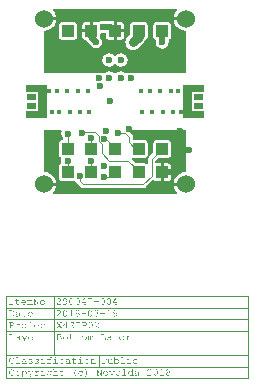
<source format=gbl>
G04*
G04 #@! TF.GenerationSoftware,Altium Limited,Altium Designer,18.0.12 (696)*
G04*
G04 Layer_Physical_Order=6*
G04 Layer_Color=16711680*
%FSLAX24Y24*%
%MOIN*%
G70*
G01*
G75*
%ADD11C,0.0039*%
%ADD12C,0.0020*%
%ADD31C,0.0197*%
%ADD32C,0.0315*%
%ADD34C,0.0600*%
%ADD35C,0.0236*%
%ADD36C,0.0177*%
%ADD38R,0.0394X0.0394*%
G36*
X5222Y6185D02*
X5162Y6107D01*
X5122Y6010D01*
X5115Y5956D01*
X5512D01*
Y5856D01*
X5115D01*
X5122Y5801D01*
X5162Y5704D01*
X5227Y5620D01*
X5310Y5556D01*
X5407Y5516D01*
X5512Y5502D01*
Y4094D01*
X3503D01*
X3503Y4095D01*
X3431Y4143D01*
X3345Y4160D01*
X3260Y4143D01*
X3188Y4095D01*
X3188Y4094D01*
X3110D01*
X3109Y4095D01*
X3037Y4143D01*
X2952Y4160D01*
X2867Y4143D01*
X2795Y4095D01*
X2794Y4094D01*
X787D01*
Y5502D01*
X892Y5516D01*
X989Y5556D01*
X1073Y5620D01*
X1137Y5704D01*
X1177Y5801D01*
X1184Y5856D01*
X787D01*
Y5956D01*
X1184D01*
X1177Y6010D01*
X1137Y6107D01*
X1077Y6185D01*
X1088Y6235D01*
X5211D01*
X5222Y6185D01*
D02*
G37*
G36*
X6088Y3197D02*
X5787D01*
Y3398D01*
X6088D01*
Y3197D01*
D02*
G37*
G36*
X511Y3195D02*
X210D01*
Y3396D01*
X511D01*
Y3195D01*
D02*
G37*
G36*
X6088Y2902D02*
X5787D01*
Y3103D01*
X6088D01*
Y2902D01*
D02*
G37*
G36*
X511Y2900D02*
X210D01*
Y3101D01*
X511D01*
Y2900D01*
D02*
G37*
G36*
X6115Y3474D02*
X5721D01*
Y2826D01*
X6115D01*
Y2589D01*
X5406D01*
Y3711D01*
X6115D01*
Y3474D01*
D02*
G37*
G36*
X892Y2587D02*
X183D01*
Y2824D01*
X577D01*
Y3472D01*
X183D01*
Y3709D01*
X892D01*
Y2587D01*
D02*
G37*
G36*
X1347Y2205D02*
X1368Y2166D01*
X1369Y2155D01*
X1352Y2073D01*
X1369Y1988D01*
X1412Y1924D01*
X1403Y1894D01*
X1391Y1874D01*
X1378D01*
X1339Y1866D01*
X1306Y1844D01*
X1284Y1811D01*
X1276Y1772D01*
Y1378D01*
X1284Y1339D01*
X1306Y1306D01*
X1339Y1284D01*
X1362Y1228D01*
X1352Y1181D01*
X1362Y1134D01*
X1339Y1078D01*
X1306Y1056D01*
X1284Y1023D01*
X1276Y984D01*
Y591D01*
X1284Y552D01*
X1306Y518D01*
X1339Y496D01*
X1378Y489D01*
X1772D01*
X1811Y496D01*
X1855Y469D01*
X1856Y465D01*
X1882Y426D01*
X2000Y307D01*
X2040Y281D01*
X2087Y272D01*
X4094D01*
X4141Y281D01*
X4181Y307D01*
X4394Y521D01*
X4455Y518D01*
X4489Y496D01*
X4528Y489D01*
X4674D01*
Y787D01*
Y1086D01*
X4528D01*
X4492Y1115D01*
Y1170D01*
X4598Y1276D01*
X4921D01*
X4960Y1284D01*
X4993Y1306D01*
X5015Y1339D01*
X5023Y1378D01*
Y1772D01*
X5015Y1811D01*
X4993Y1844D01*
X4960Y1866D01*
X4921Y1874D01*
X4528D01*
X4489Y1866D01*
X4455Y1844D01*
X4433Y1811D01*
X4426Y1772D01*
Y1449D01*
X4284Y1307D01*
X4257Y1267D01*
X4248Y1220D01*
Y1083D01*
X4228Y1071D01*
X4198Y1062D01*
X4173Y1078D01*
X4134Y1086D01*
X3850D01*
X3704Y1232D01*
X3729Y1278D01*
X3740Y1276D01*
X4134D01*
X4173Y1284D01*
X4206Y1306D01*
X4228Y1339D01*
X4236Y1378D01*
Y1772D01*
X4228Y1811D01*
X4206Y1844D01*
X4173Y1866D01*
X4134Y1874D01*
X3743D01*
Y1972D01*
X3734Y2019D01*
X3707Y2058D01*
X3611Y2155D01*
X3632Y2205D01*
X5512D01*
X5512Y797D01*
X5407Y783D01*
X5310Y743D01*
X5227Y679D01*
X5162Y595D01*
X5122Y498D01*
X5115Y444D01*
X5512D01*
Y344D01*
X5115D01*
X5122Y289D01*
X5162Y192D01*
X5222Y114D01*
X5211Y64D01*
X1088D01*
X1077Y114D01*
X1137Y192D01*
X1177Y289D01*
X1184Y344D01*
X787D01*
Y444D01*
X1184D01*
X1177Y498D01*
X1137Y595D01*
X1073Y679D01*
X989Y743D01*
X892Y783D01*
X787Y797D01*
Y2205D01*
X1347D01*
D02*
G37*
G36*
X366Y-3472D02*
X370Y-3472D01*
X373Y-3474D01*
X378Y-3475D01*
X382Y-3478D01*
X385Y-3481D01*
X386Y-3482D01*
X387Y-3483D01*
X389Y-3486D01*
X392Y-3489D01*
X393Y-3494D01*
X395Y-3499D01*
X397Y-3504D01*
X397Y-3509D01*
Y-3609D01*
X410D01*
X412Y-3609D01*
X415Y-3609D01*
X417Y-3611D01*
X417Y-3611D01*
X418Y-3612D01*
X419Y-3614D01*
X419Y-3616D01*
Y-3616D01*
X419Y-3618D01*
X418Y-3619D01*
X417Y-3621D01*
X416Y-3621D01*
X415Y-3622D01*
X413Y-3623D01*
X410Y-3623D01*
X383D01*
Y-3510D01*
Y-3510D01*
Y-3508D01*
X383Y-3506D01*
X382Y-3504D01*
X382Y-3501D01*
X380Y-3498D01*
X379Y-3495D01*
X376Y-3492D01*
X376Y-3492D01*
X375Y-3491D01*
X374Y-3490D01*
X372Y-3489D01*
X370Y-3487D01*
X367Y-3486D01*
X364Y-3485D01*
X361Y-3485D01*
X360D01*
X358Y-3485D01*
X356Y-3486D01*
X353Y-3486D01*
X351Y-3488D01*
X348Y-3489D01*
X344Y-3491D01*
X344Y-3491D01*
X343Y-3492D01*
X341Y-3494D01*
X339Y-3496D01*
X336Y-3499D01*
X333Y-3503D01*
X329Y-3508D01*
X325Y-3514D01*
Y-3609D01*
X338D01*
X340Y-3609D01*
X342Y-3609D01*
X344Y-3611D01*
X345Y-3611D01*
X346Y-3612D01*
X346Y-3614D01*
X347Y-3616D01*
Y-3616D01*
X346Y-3618D01*
X346Y-3619D01*
X344Y-3621D01*
X344Y-3621D01*
X343Y-3622D01*
X340Y-3623D01*
X337Y-3623D01*
X311D01*
Y-3511D01*
Y-3511D01*
Y-3509D01*
X311Y-3507D01*
X310Y-3505D01*
X309Y-3502D01*
X308Y-3499D01*
X306Y-3496D01*
X304Y-3493D01*
X304Y-3492D01*
X303Y-3491D01*
X301Y-3490D01*
X300Y-3489D01*
X297Y-3487D01*
X295Y-3486D01*
X292Y-3485D01*
X289Y-3485D01*
X288D01*
X286Y-3485D01*
X284Y-3486D01*
X282Y-3486D01*
X279Y-3487D01*
X277Y-3489D01*
X274Y-3490D01*
X274Y-3491D01*
X272Y-3492D01*
X270Y-3493D01*
X268Y-3496D01*
X264Y-3499D01*
X261Y-3503D01*
X257Y-3508D01*
X252Y-3514D01*
Y-3609D01*
X265D01*
X267Y-3609D01*
X270Y-3609D01*
X272Y-3611D01*
X272Y-3611D01*
X273Y-3612D01*
X274Y-3614D01*
X274Y-3616D01*
Y-3616D01*
X274Y-3618D01*
X273Y-3619D01*
X272Y-3621D01*
X271Y-3621D01*
X270Y-3622D01*
X268Y-3623D01*
X265Y-3623D01*
X225D01*
X223Y-3623D01*
X221Y-3622D01*
X219Y-3621D01*
X218Y-3621D01*
X218Y-3620D01*
X217Y-3618D01*
X217Y-3616D01*
Y-3615D01*
X217Y-3614D01*
X218Y-3612D01*
X219Y-3611D01*
X219Y-3610D01*
X221Y-3610D01*
X223Y-3609D01*
X226Y-3609D01*
X238D01*
Y-3490D01*
X225D01*
X223Y-3490D01*
X221Y-3489D01*
X219Y-3488D01*
X218Y-3488D01*
X218Y-3487D01*
X217Y-3485D01*
X217Y-3483D01*
Y-3482D01*
X217Y-3481D01*
X218Y-3479D01*
X219Y-3478D01*
X219Y-3478D01*
X221Y-3477D01*
X223Y-3476D01*
X226Y-3476D01*
X252D01*
Y-3490D01*
X253Y-3490D01*
X253Y-3489D01*
X254Y-3489D01*
X255Y-3487D01*
X259Y-3484D01*
X264Y-3480D01*
X269Y-3477D01*
X275Y-3474D01*
X278Y-3473D01*
X282Y-3472D01*
X285Y-3471D01*
X289Y-3471D01*
X291D01*
X292Y-3471D01*
X295Y-3472D01*
X298Y-3472D01*
X301Y-3474D01*
X305Y-3475D01*
X308Y-3477D01*
X308Y-3477D01*
X309Y-3478D01*
X311Y-3479D01*
X313Y-3481D01*
X315Y-3484D01*
X317Y-3487D01*
X319Y-3490D01*
X322Y-3494D01*
X322Y-3494D01*
X323Y-3492D01*
X325Y-3490D01*
X328Y-3488D01*
X331Y-3485D01*
X334Y-3482D01*
X337Y-3479D01*
X341Y-3477D01*
X341Y-3477D01*
X343Y-3476D01*
X345Y-3475D01*
X347Y-3474D01*
X350Y-3473D01*
X353Y-3472D01*
X357Y-3471D01*
X361Y-3471D01*
X363D01*
X366Y-3472D01*
D02*
G37*
G36*
X2601Y-3535D02*
X2455D01*
Y-3515D01*
X2601D01*
Y-3535D01*
D02*
G37*
G36*
X611Y-3425D02*
X613Y-3425D01*
X615Y-3426D01*
X616Y-3427D01*
X617Y-3428D01*
X617Y-3429D01*
X618Y-3432D01*
Y-3432D01*
X617Y-3434D01*
X617Y-3435D01*
X615Y-3437D01*
X615Y-3437D01*
X614Y-3438D01*
X611Y-3438D01*
X608Y-3438D01*
X596D01*
Y-3623D01*
X578D01*
X472Y-3445D01*
Y-3609D01*
X499D01*
X501Y-3609D01*
X504Y-3609D01*
X506Y-3611D01*
X506Y-3611D01*
X507Y-3612D01*
X508Y-3614D01*
X508Y-3616D01*
Y-3616D01*
X508Y-3618D01*
X507Y-3619D01*
X506Y-3621D01*
X505Y-3621D01*
X504Y-3622D01*
X502Y-3623D01*
X498Y-3623D01*
X445D01*
X443Y-3623D01*
X440Y-3622D01*
X438Y-3621D01*
X438Y-3621D01*
X437Y-3620D01*
X436Y-3618D01*
X436Y-3616D01*
Y-3615D01*
X436Y-3614D01*
X437Y-3612D01*
X438Y-3611D01*
X438Y-3610D01*
X440Y-3610D01*
X442Y-3609D01*
X446Y-3609D01*
X458D01*
Y-3438D01*
X438D01*
X436Y-3438D01*
X434Y-3438D01*
X431Y-3437D01*
X431Y-3437D01*
X430Y-3436D01*
X430Y-3434D01*
X429Y-3432D01*
Y-3431D01*
X430Y-3430D01*
X430Y-3428D01*
X431Y-3426D01*
X432Y-3426D01*
X433Y-3425D01*
X435Y-3425D01*
X439Y-3424D01*
X476D01*
X582Y-3602D01*
Y-3438D01*
X554D01*
X552Y-3438D01*
X550Y-3438D01*
X548Y-3437D01*
X547Y-3437D01*
X547Y-3436D01*
X546Y-3434D01*
X546Y-3432D01*
Y-3431D01*
X546Y-3430D01*
X547Y-3428D01*
X548Y-3426D01*
X548Y-3426D01*
X549Y-3425D01*
X552Y-3425D01*
X553Y-3424D01*
X609D01*
X611Y-3425D01*
D02*
G37*
G36*
X1490Y-3405D02*
X1494Y-3406D01*
X1499Y-3407D01*
X1504Y-3408D01*
X1510Y-3410D01*
X1516Y-3413D01*
X1522Y-3417D01*
X1522D01*
X1523Y-3418D01*
X1525Y-3419D01*
X1527Y-3422D01*
X1531Y-3426D01*
X1535Y-3431D01*
X1539Y-3437D01*
X1543Y-3444D01*
X1547Y-3452D01*
Y-3453D01*
X1547Y-3454D01*
X1548Y-3455D01*
X1549Y-3458D01*
X1549Y-3460D01*
X1550Y-3463D01*
X1551Y-3467D01*
X1553Y-3472D01*
X1554Y-3477D01*
X1555Y-3482D01*
X1556Y-3487D01*
X1557Y-3493D01*
X1557Y-3499D01*
X1558Y-3506D01*
X1558Y-3520D01*
Y-3520D01*
Y-3521D01*
Y-3523D01*
Y-3525D01*
X1558Y-3528D01*
X1558Y-3531D01*
Y-3534D01*
X1557Y-3538D01*
X1556Y-3546D01*
X1554Y-3554D01*
X1552Y-3562D01*
X1548Y-3570D01*
X1548Y-3571D01*
X1547Y-3573D01*
X1546Y-3575D01*
X1544Y-3579D01*
X1541Y-3583D01*
X1538Y-3587D01*
X1534Y-3592D01*
X1529Y-3597D01*
X1529Y-3597D01*
X1527Y-3599D01*
X1525Y-3601D01*
X1522Y-3604D01*
X1517Y-3607D01*
X1513Y-3611D01*
X1507Y-3614D01*
X1502Y-3617D01*
X1501D01*
X1501Y-3618D01*
X1500Y-3618D01*
X1498Y-3619D01*
X1496Y-3620D01*
X1494Y-3621D01*
X1488Y-3623D01*
X1482Y-3624D01*
X1474Y-3626D01*
X1466Y-3627D01*
X1457Y-3628D01*
X1455D01*
X1452Y-3627D01*
X1448Y-3627D01*
X1444Y-3626D01*
X1440Y-3625D01*
X1436Y-3624D01*
X1432Y-3622D01*
X1432D01*
X1432Y-3622D01*
X1430Y-3620D01*
X1429Y-3618D01*
X1428Y-3617D01*
X1428Y-3616D01*
Y-3615D01*
X1428Y-3614D01*
X1429Y-3612D01*
X1430Y-3611D01*
X1430Y-3610D01*
X1431Y-3610D01*
X1433Y-3609D01*
X1435Y-3609D01*
X1435D01*
X1437Y-3609D01*
X1438Y-3609D01*
X1441Y-3611D01*
X1441D01*
X1442Y-3611D01*
X1444Y-3612D01*
X1445Y-3612D01*
X1447Y-3613D01*
X1450Y-3613D01*
X1456Y-3614D01*
X1460D01*
X1462Y-3613D01*
X1465Y-3613D01*
X1469Y-3612D01*
X1473Y-3612D01*
X1477Y-3611D01*
X1482Y-3609D01*
X1487Y-3607D01*
X1492Y-3605D01*
X1497Y-3603D01*
X1503Y-3600D01*
X1508Y-3597D01*
X1513Y-3593D01*
X1518Y-3588D01*
X1518Y-3588D01*
X1519Y-3587D01*
X1520Y-3585D01*
X1522Y-3583D01*
X1524Y-3581D01*
X1526Y-3578D01*
X1528Y-3574D01*
X1531Y-3570D01*
X1533Y-3565D01*
X1536Y-3561D01*
X1538Y-3555D01*
X1540Y-3549D01*
X1542Y-3543D01*
X1543Y-3537D01*
X1544Y-3530D01*
X1544Y-3522D01*
Y-3522D01*
Y-3521D01*
Y-3520D01*
Y-3517D01*
Y-3515D01*
X1544Y-3511D01*
Y-3507D01*
X1543Y-3502D01*
Y-3503D01*
X1543Y-3503D01*
X1542Y-3504D01*
X1541Y-3506D01*
X1539Y-3509D01*
X1536Y-3514D01*
X1532Y-3518D01*
X1527Y-3523D01*
X1523Y-3528D01*
X1517Y-3532D01*
X1516Y-3532D01*
X1514Y-3533D01*
X1511Y-3535D01*
X1507Y-3537D01*
X1503Y-3539D01*
X1498Y-3540D01*
X1492Y-3541D01*
X1486Y-3541D01*
X1483D01*
X1481Y-3541D01*
X1477Y-3541D01*
X1472Y-3540D01*
X1467Y-3538D01*
X1463Y-3536D01*
X1457Y-3533D01*
X1457Y-3533D01*
X1455Y-3532D01*
X1452Y-3530D01*
X1449Y-3527D01*
X1446Y-3523D01*
X1442Y-3519D01*
X1439Y-3514D01*
X1435Y-3508D01*
Y-3508D01*
X1435Y-3508D01*
X1435Y-3507D01*
X1434Y-3505D01*
X1433Y-3502D01*
X1431Y-3498D01*
X1430Y-3493D01*
X1429Y-3487D01*
X1428Y-3481D01*
X1427Y-3474D01*
Y-3474D01*
Y-3473D01*
Y-3472D01*
X1428Y-3470D01*
X1428Y-3467D01*
X1428Y-3465D01*
X1429Y-3462D01*
X1429Y-3458D01*
X1431Y-3451D01*
X1434Y-3443D01*
X1436Y-3439D01*
X1438Y-3435D01*
X1441Y-3431D01*
X1444Y-3427D01*
X1444Y-3426D01*
X1444Y-3426D01*
X1445Y-3425D01*
X1446Y-3423D01*
X1448Y-3422D01*
X1450Y-3420D01*
X1452Y-3418D01*
X1455Y-3416D01*
X1461Y-3412D01*
X1468Y-3408D01*
X1473Y-3407D01*
X1477Y-3406D01*
X1482Y-3405D01*
X1487Y-3405D01*
X1489D01*
X1490Y-3405D01*
D02*
G37*
G36*
X3195Y-3549D02*
X3207D01*
X3209Y-3550D01*
X3212Y-3550D01*
X3214Y-3551D01*
X3214Y-3552D01*
X3215Y-3553D01*
X3216Y-3554D01*
X3216Y-3557D01*
Y-3557D01*
X3216Y-3558D01*
X3215Y-3560D01*
X3214Y-3561D01*
X3213Y-3562D01*
X3212Y-3562D01*
X3210Y-3563D01*
X3207Y-3563D01*
X3195D01*
Y-3609D01*
X3207D01*
X3209Y-3609D01*
X3212Y-3609D01*
X3214Y-3611D01*
X3214Y-3611D01*
X3215Y-3612D01*
X3216Y-3614D01*
X3216Y-3616D01*
Y-3616D01*
X3216Y-3618D01*
X3215Y-3619D01*
X3214Y-3621D01*
X3214Y-3621D01*
X3212Y-3622D01*
X3210Y-3623D01*
X3207Y-3623D01*
X3153D01*
X3151Y-3623D01*
X3148Y-3622D01*
X3146Y-3621D01*
X3146Y-3621D01*
X3145Y-3620D01*
X3145Y-3618D01*
X3144Y-3616D01*
Y-3615D01*
X3145Y-3614D01*
X3145Y-3612D01*
X3146Y-3611D01*
X3146Y-3610D01*
X3148Y-3610D01*
X3150Y-3609D01*
X3154Y-3609D01*
X3181D01*
Y-3563D01*
X3086D01*
X3085Y-3547D01*
X3165Y-3410D01*
X3195D01*
Y-3549D01*
D02*
G37*
G36*
X2381Y-3433D02*
X2324Y-3616D01*
Y-3616D01*
X2324Y-3617D01*
X2323Y-3618D01*
X2322Y-3620D01*
X2321Y-3622D01*
X2320Y-3622D01*
X2320Y-3622D01*
X2318Y-3623D01*
X2316Y-3623D01*
X2316D01*
X2315Y-3623D01*
X2313Y-3622D01*
X2311Y-3621D01*
X2311Y-3621D01*
X2310Y-3620D01*
X2310Y-3618D01*
X2309Y-3616D01*
Y-3616D01*
Y-3615D01*
X2310Y-3614D01*
X2310Y-3611D01*
X2367Y-3431D01*
Y-3424D01*
X2265D01*
Y-3437D01*
Y-3437D01*
Y-3438D01*
X2264Y-3439D01*
X2264Y-3442D01*
X2263Y-3444D01*
X2263Y-3444D01*
X2262Y-3445D01*
X2260Y-3446D01*
X2258Y-3446D01*
X2257D01*
X2256Y-3446D01*
X2254Y-3445D01*
X2253Y-3444D01*
X2252Y-3444D01*
X2252Y-3442D01*
X2251Y-3440D01*
X2251Y-3437D01*
Y-3410D01*
X2381D01*
Y-3433D01*
D02*
G37*
G36*
X2152Y-3549D02*
X2164D01*
X2166Y-3550D01*
X2169Y-3550D01*
X2171Y-3551D01*
X2171Y-3552D01*
X2172Y-3553D01*
X2173Y-3554D01*
X2173Y-3557D01*
Y-3557D01*
X2173Y-3558D01*
X2172Y-3560D01*
X2171Y-3561D01*
X2170Y-3562D01*
X2169Y-3562D01*
X2167Y-3563D01*
X2163Y-3563D01*
X2152D01*
Y-3609D01*
X2164D01*
X2166Y-3609D01*
X2169Y-3609D01*
X2171Y-3611D01*
X2171Y-3611D01*
X2172Y-3612D01*
X2173Y-3614D01*
X2173Y-3616D01*
Y-3616D01*
X2173Y-3618D01*
X2172Y-3619D01*
X2171Y-3621D01*
X2171Y-3621D01*
X2169Y-3622D01*
X2167Y-3623D01*
X2164Y-3623D01*
X2110D01*
X2108Y-3623D01*
X2105Y-3622D01*
X2103Y-3621D01*
X2103Y-3621D01*
X2102Y-3620D01*
X2101Y-3618D01*
X2101Y-3616D01*
Y-3615D01*
X2101Y-3614D01*
X2102Y-3612D01*
X2103Y-3611D01*
X2103Y-3610D01*
X2105Y-3610D01*
X2107Y-3609D01*
X2111Y-3609D01*
X2138D01*
Y-3563D01*
X2043D01*
X2042Y-3547D01*
X2122Y-3410D01*
X2152D01*
Y-3549D01*
D02*
G37*
G36*
X-250Y-3425D02*
X-247Y-3425D01*
X-245Y-3426D01*
X-245Y-3427D01*
X-244Y-3428D01*
X-243Y-3429D01*
X-243Y-3432D01*
Y-3432D01*
X-243Y-3434D01*
X-244Y-3435D01*
X-245Y-3437D01*
X-246Y-3437D01*
X-247Y-3438D01*
X-249Y-3438D01*
X-253Y-3438D01*
X-302D01*
Y-3609D01*
X-252D01*
X-250Y-3609D01*
X-247Y-3609D01*
X-245Y-3611D01*
X-245Y-3611D01*
X-244Y-3612D01*
X-243Y-3614D01*
X-243Y-3616D01*
Y-3616D01*
X-243Y-3618D01*
X-244Y-3619D01*
X-245Y-3621D01*
X-246Y-3621D01*
X-247Y-3622D01*
X-249Y-3623D01*
X-253Y-3623D01*
X-365D01*
X-367Y-3623D01*
X-370Y-3622D01*
X-372Y-3621D01*
X-372Y-3621D01*
X-373Y-3620D01*
X-374Y-3618D01*
X-374Y-3616D01*
Y-3615D01*
X-374Y-3614D01*
X-373Y-3612D01*
X-372Y-3611D01*
X-372Y-3610D01*
X-370Y-3610D01*
X-368Y-3609D01*
X-364Y-3609D01*
X-316D01*
Y-3438D01*
X-365D01*
X-367Y-3438D01*
X-370Y-3438D01*
X-372Y-3437D01*
X-372Y-3437D01*
X-373Y-3436D01*
X-374Y-3434D01*
X-374Y-3432D01*
Y-3431D01*
X-374Y-3430D01*
X-373Y-3428D01*
X-372Y-3426D01*
X-372Y-3426D01*
X-370Y-3425D01*
X-368Y-3425D01*
X-364Y-3424D01*
X-252D01*
X-250Y-3425D01*
D02*
G37*
G36*
X1278Y-3405D02*
X1280Y-3406D01*
X1283Y-3406D01*
X1289Y-3407D01*
X1296Y-3410D01*
X1300Y-3411D01*
X1304Y-3413D01*
X1308Y-3415D01*
X1312Y-3417D01*
X1316Y-3420D01*
X1319Y-3424D01*
X1320Y-3424D01*
X1320Y-3425D01*
X1321Y-3426D01*
X1322Y-3427D01*
X1324Y-3429D01*
X1325Y-3431D01*
X1329Y-3436D01*
X1332Y-3442D01*
X1336Y-3449D01*
X1337Y-3453D01*
X1338Y-3457D01*
X1338Y-3461D01*
X1339Y-3466D01*
Y-3466D01*
Y-3467D01*
Y-3469D01*
X1338Y-3472D01*
X1338Y-3475D01*
X1337Y-3478D01*
X1335Y-3484D01*
Y-3484D01*
X1335Y-3485D01*
X1334Y-3487D01*
X1333Y-3489D01*
X1331Y-3492D01*
X1329Y-3495D01*
X1327Y-3498D01*
X1324Y-3501D01*
X1324Y-3502D01*
X1322Y-3503D01*
X1321Y-3506D01*
X1318Y-3509D01*
X1314Y-3513D01*
X1309Y-3518D01*
X1303Y-3524D01*
X1297Y-3531D01*
X1296Y-3532D01*
X1294Y-3533D01*
X1292Y-3536D01*
X1288Y-3539D01*
X1284Y-3543D01*
X1279Y-3548D01*
X1274Y-3553D01*
X1268Y-3559D01*
X1261Y-3565D01*
X1255Y-3571D01*
X1241Y-3584D01*
X1227Y-3597D01*
X1221Y-3602D01*
X1215Y-3608D01*
Y-3609D01*
X1325D01*
Y-3603D01*
Y-3603D01*
Y-3602D01*
X1325Y-3601D01*
X1326Y-3598D01*
X1327Y-3596D01*
X1327Y-3596D01*
X1328Y-3595D01*
X1330Y-3594D01*
X1332Y-3594D01*
X1333D01*
X1334Y-3594D01*
X1335Y-3595D01*
X1337Y-3596D01*
X1337Y-3596D01*
X1338Y-3598D01*
X1339Y-3600D01*
X1339Y-3603D01*
Y-3623D01*
X1201D01*
Y-3602D01*
X1201Y-3602D01*
X1203Y-3601D01*
X1205Y-3598D01*
X1208Y-3595D01*
X1212Y-3592D01*
X1217Y-3588D01*
X1222Y-3583D01*
X1228Y-3578D01*
X1234Y-3572D01*
X1240Y-3565D01*
X1247Y-3559D01*
X1255Y-3552D01*
X1270Y-3538D01*
X1285Y-3522D01*
X1286Y-3522D01*
X1286Y-3521D01*
X1287Y-3521D01*
X1289Y-3520D01*
X1292Y-3516D01*
X1296Y-3512D01*
X1300Y-3507D01*
X1305Y-3503D01*
X1309Y-3499D01*
X1312Y-3495D01*
X1312Y-3495D01*
X1313Y-3493D01*
X1314Y-3492D01*
X1316Y-3490D01*
X1319Y-3485D01*
X1320Y-3482D01*
X1321Y-3479D01*
Y-3479D01*
X1322Y-3478D01*
X1322Y-3477D01*
X1323Y-3475D01*
X1324Y-3471D01*
X1324Y-3466D01*
Y-3465D01*
Y-3465D01*
Y-3464D01*
X1324Y-3463D01*
X1324Y-3459D01*
X1322Y-3455D01*
X1321Y-3450D01*
X1318Y-3444D01*
X1314Y-3439D01*
X1312Y-3436D01*
X1309Y-3433D01*
Y-3433D01*
X1309Y-3433D01*
X1307Y-3431D01*
X1303Y-3429D01*
X1300Y-3426D01*
X1294Y-3424D01*
X1288Y-3421D01*
X1281Y-3420D01*
X1278Y-3419D01*
X1270D01*
X1267Y-3420D01*
X1262Y-3420D01*
X1257Y-3422D01*
X1252Y-3424D01*
X1246Y-3426D01*
X1240Y-3430D01*
X1240Y-3430D01*
X1238Y-3432D01*
X1236Y-3434D01*
X1233Y-3437D01*
X1230Y-3441D01*
X1226Y-3446D01*
X1224Y-3451D01*
X1222Y-3457D01*
Y-3457D01*
X1221Y-3457D01*
X1221Y-3459D01*
X1220Y-3460D01*
X1219Y-3462D01*
X1219Y-3462D01*
X1218Y-3462D01*
X1216Y-3463D01*
X1214Y-3463D01*
X1214D01*
X1213Y-3463D01*
X1211Y-3463D01*
X1209Y-3462D01*
X1209Y-3461D01*
X1209Y-3460D01*
X1208Y-3459D01*
X1208Y-3457D01*
Y-3457D01*
Y-3456D01*
X1208Y-3454D01*
X1209Y-3451D01*
X1210Y-3448D01*
X1211Y-3444D01*
X1214Y-3440D01*
X1217Y-3435D01*
Y-3435D01*
X1217Y-3435D01*
X1218Y-3433D01*
X1220Y-3430D01*
X1223Y-3427D01*
X1226Y-3424D01*
X1231Y-3420D01*
X1236Y-3417D01*
X1241Y-3413D01*
X1241D01*
X1242Y-3413D01*
X1244Y-3412D01*
X1247Y-3411D01*
X1251Y-3409D01*
X1256Y-3408D01*
X1261Y-3406D01*
X1267Y-3405D01*
X1273Y-3405D01*
X1276D01*
X1278Y-3405D01*
D02*
G37*
G36*
X2949D02*
X2953Y-3406D01*
X2956Y-3406D01*
X2960Y-3407D01*
X2964Y-3409D01*
X2968Y-3410D01*
X2969Y-3411D01*
X2970Y-3411D01*
X2972Y-3412D01*
X2975Y-3414D01*
X2978Y-3416D01*
X2981Y-3418D01*
X2984Y-3421D01*
X2987Y-3424D01*
X2988Y-3424D01*
X2988Y-3425D01*
X2989Y-3427D01*
X2991Y-3429D01*
X2992Y-3431D01*
X2994Y-3434D01*
X2996Y-3438D01*
X2998Y-3442D01*
X2999Y-3443D01*
X2999Y-3444D01*
X3000Y-3447D01*
X3002Y-3450D01*
X3003Y-3453D01*
X3004Y-3457D01*
X3007Y-3465D01*
X3007Y-3465D01*
X3007Y-3467D01*
X3008Y-3470D01*
X3009Y-3475D01*
X3009Y-3479D01*
X3010Y-3485D01*
X3011Y-3492D01*
Y-3499D01*
Y-3534D01*
Y-3535D01*
Y-3536D01*
Y-3539D01*
X3010Y-3542D01*
X3010Y-3546D01*
X3009Y-3550D01*
X3009Y-3555D01*
X3008Y-3561D01*
X3005Y-3572D01*
X3003Y-3578D01*
X3001Y-3584D01*
X2999Y-3590D01*
X2996Y-3596D01*
X2992Y-3602D01*
X2988Y-3607D01*
X2988Y-3607D01*
X2988Y-3608D01*
X2987Y-3609D01*
X2985Y-3610D01*
X2984Y-3612D01*
X2982Y-3613D01*
X2979Y-3615D01*
X2977Y-3617D01*
X2970Y-3621D01*
X2963Y-3624D01*
X2959Y-3626D01*
X2955Y-3627D01*
X2950Y-3627D01*
X2945Y-3628D01*
X2943D01*
X2941Y-3627D01*
X2938Y-3627D01*
X2934Y-3626D01*
X2930Y-3626D01*
X2926Y-3624D01*
X2921Y-3623D01*
X2921Y-3623D01*
X2920Y-3622D01*
X2918Y-3621D01*
X2915Y-3619D01*
X2912Y-3617D01*
X2909Y-3615D01*
X2905Y-3612D01*
X2902Y-3609D01*
X2902Y-3609D01*
X2901Y-3608D01*
X2900Y-3607D01*
X2899Y-3605D01*
X2898Y-3602D01*
X2896Y-3599D01*
X2894Y-3595D01*
X2892Y-3591D01*
X2891Y-3590D01*
X2891Y-3589D01*
X2890Y-3586D01*
X2888Y-3583D01*
X2887Y-3580D01*
X2885Y-3576D01*
X2883Y-3568D01*
Y-3568D01*
Y-3568D01*
X2882Y-3566D01*
X2882Y-3563D01*
X2881Y-3559D01*
X2881Y-3554D01*
X2880Y-3548D01*
X2880Y-3541D01*
X2879Y-3534D01*
Y-3499D01*
Y-3499D01*
Y-3497D01*
Y-3495D01*
X2880Y-3492D01*
X2880Y-3488D01*
X2881Y-3483D01*
X2881Y-3478D01*
X2882Y-3473D01*
X2885Y-3461D01*
X2886Y-3455D01*
X2889Y-3449D01*
X2891Y-3443D01*
X2894Y-3437D01*
X2897Y-3432D01*
X2901Y-3426D01*
X2901Y-3426D01*
X2902Y-3425D01*
X2903Y-3424D01*
X2904Y-3423D01*
X2906Y-3421D01*
X2908Y-3419D01*
X2910Y-3418D01*
X2913Y-3416D01*
X2920Y-3412D01*
X2927Y-3408D01*
X2931Y-3407D01*
X2935Y-3406D01*
X2940Y-3405D01*
X2945Y-3405D01*
X2947D01*
X2949Y-3405D01*
D02*
G37*
G36*
X2741D02*
X2744Y-3406D01*
X2748Y-3406D01*
X2752Y-3407D01*
X2756Y-3409D01*
X2760Y-3410D01*
X2760Y-3411D01*
X2762Y-3411D01*
X2764Y-3412D01*
X2766Y-3414D01*
X2769Y-3416D01*
X2773Y-3418D01*
X2776Y-3421D01*
X2779Y-3424D01*
X2779Y-3424D01*
X2780Y-3425D01*
X2781Y-3427D01*
X2782Y-3429D01*
X2784Y-3431D01*
X2785Y-3434D01*
X2787Y-3438D01*
X2790Y-3442D01*
X2790Y-3443D01*
X2791Y-3444D01*
X2792Y-3447D01*
X2793Y-3450D01*
X2794Y-3453D01*
X2796Y-3457D01*
X2798Y-3465D01*
X2798Y-3465D01*
X2799Y-3467D01*
X2799Y-3470D01*
X2800Y-3475D01*
X2801Y-3479D01*
X2801Y-3485D01*
X2802Y-3492D01*
Y-3499D01*
Y-3534D01*
Y-3535D01*
Y-3536D01*
Y-3539D01*
X2802Y-3542D01*
X2801Y-3546D01*
X2801Y-3550D01*
X2800Y-3555D01*
X2799Y-3561D01*
X2797Y-3572D01*
X2795Y-3578D01*
X2793Y-3584D01*
X2790Y-3590D01*
X2787Y-3596D01*
X2784Y-3602D01*
X2780Y-3607D01*
X2779Y-3607D01*
X2779Y-3608D01*
X2778Y-3609D01*
X2777Y-3610D01*
X2775Y-3612D01*
X2773Y-3613D01*
X2771Y-3615D01*
X2768Y-3617D01*
X2762Y-3621D01*
X2754Y-3624D01*
X2750Y-3626D01*
X2746Y-3627D01*
X2741Y-3627D01*
X2736Y-3628D01*
X2735D01*
X2732Y-3627D01*
X2729Y-3627D01*
X2725Y-3626D01*
X2721Y-3626D01*
X2717Y-3624D01*
X2713Y-3623D01*
X2713Y-3623D01*
X2711Y-3622D01*
X2709Y-3621D01*
X2706Y-3619D01*
X2703Y-3617D01*
X2700Y-3615D01*
X2697Y-3612D01*
X2694Y-3609D01*
X2694Y-3609D01*
X2693Y-3608D01*
X2692Y-3607D01*
X2691Y-3605D01*
X2689Y-3602D01*
X2687Y-3599D01*
X2685Y-3595D01*
X2683Y-3591D01*
X2683Y-3590D01*
X2682Y-3589D01*
X2681Y-3586D01*
X2680Y-3583D01*
X2678Y-3580D01*
X2677Y-3576D01*
X2674Y-3568D01*
Y-3568D01*
Y-3568D01*
X2674Y-3566D01*
X2674Y-3563D01*
X2673Y-3559D01*
X2672Y-3554D01*
X2672Y-3548D01*
X2671Y-3541D01*
X2671Y-3534D01*
Y-3499D01*
Y-3499D01*
Y-3497D01*
Y-3495D01*
X2671Y-3492D01*
X2672Y-3488D01*
X2672Y-3483D01*
X2673Y-3478D01*
X2674Y-3473D01*
X2676Y-3461D01*
X2678Y-3455D01*
X2680Y-3449D01*
X2682Y-3443D01*
X2685Y-3437D01*
X2689Y-3432D01*
X2693Y-3426D01*
X2693Y-3426D01*
X2693Y-3425D01*
X2694Y-3424D01*
X2696Y-3423D01*
X2697Y-3421D01*
X2699Y-3419D01*
X2702Y-3418D01*
X2705Y-3416D01*
X2711Y-3412D01*
X2718Y-3408D01*
X2722Y-3407D01*
X2727Y-3406D01*
X2731Y-3405D01*
X2736Y-3405D01*
X2738D01*
X2741Y-3405D01*
D02*
G37*
G36*
X1906D02*
X1910Y-3406D01*
X1913Y-3406D01*
X1917Y-3407D01*
X1921Y-3409D01*
X1925Y-3410D01*
X1926Y-3411D01*
X1927Y-3411D01*
X1929Y-3412D01*
X1932Y-3414D01*
X1935Y-3416D01*
X1938Y-3418D01*
X1941Y-3421D01*
X1944Y-3424D01*
X1945Y-3424D01*
X1945Y-3425D01*
X1946Y-3427D01*
X1948Y-3429D01*
X1949Y-3431D01*
X1951Y-3434D01*
X1953Y-3438D01*
X1955Y-3442D01*
X1956Y-3443D01*
X1956Y-3444D01*
X1957Y-3447D01*
X1958Y-3450D01*
X1960Y-3453D01*
X1961Y-3457D01*
X1964Y-3465D01*
X1964Y-3465D01*
X1964Y-3467D01*
X1965Y-3470D01*
X1966Y-3475D01*
X1966Y-3479D01*
X1967Y-3485D01*
X1968Y-3492D01*
Y-3499D01*
Y-3534D01*
Y-3535D01*
Y-3536D01*
Y-3539D01*
X1967Y-3542D01*
X1967Y-3546D01*
X1966Y-3550D01*
X1966Y-3555D01*
X1965Y-3561D01*
X1962Y-3572D01*
X1960Y-3578D01*
X1958Y-3584D01*
X1956Y-3590D01*
X1953Y-3596D01*
X1949Y-3602D01*
X1945Y-3607D01*
X1945Y-3607D01*
X1945Y-3608D01*
X1944Y-3609D01*
X1942Y-3610D01*
X1941Y-3612D01*
X1938Y-3613D01*
X1936Y-3615D01*
X1934Y-3617D01*
X1927Y-3621D01*
X1920Y-3624D01*
X1916Y-3626D01*
X1912Y-3627D01*
X1907Y-3627D01*
X1902Y-3628D01*
X1900D01*
X1897Y-3627D01*
X1895Y-3627D01*
X1891Y-3626D01*
X1887Y-3626D01*
X1883Y-3624D01*
X1878Y-3623D01*
X1878Y-3623D01*
X1876Y-3622D01*
X1875Y-3621D01*
X1872Y-3619D01*
X1869Y-3617D01*
X1866Y-3615D01*
X1862Y-3612D01*
X1859Y-3609D01*
X1859Y-3609D01*
X1858Y-3608D01*
X1857Y-3607D01*
X1856Y-3605D01*
X1854Y-3602D01*
X1853Y-3599D01*
X1851Y-3595D01*
X1849Y-3591D01*
X1848Y-3590D01*
X1848Y-3589D01*
X1847Y-3586D01*
X1845Y-3583D01*
X1844Y-3580D01*
X1842Y-3576D01*
X1840Y-3568D01*
Y-3568D01*
Y-3568D01*
X1839Y-3566D01*
X1839Y-3563D01*
X1838Y-3559D01*
X1838Y-3554D01*
X1837Y-3548D01*
X1837Y-3541D01*
X1836Y-3534D01*
Y-3499D01*
Y-3499D01*
Y-3497D01*
Y-3495D01*
X1837Y-3492D01*
X1837Y-3488D01*
X1838Y-3483D01*
X1838Y-3478D01*
X1839Y-3473D01*
X1842Y-3461D01*
X1843Y-3455D01*
X1846Y-3449D01*
X1848Y-3443D01*
X1851Y-3437D01*
X1854Y-3432D01*
X1858Y-3426D01*
X1858Y-3426D01*
X1859Y-3425D01*
X1860Y-3424D01*
X1861Y-3423D01*
X1863Y-3421D01*
X1865Y-3419D01*
X1867Y-3418D01*
X1870Y-3416D01*
X1876Y-3412D01*
X1884Y-3408D01*
X1888Y-3407D01*
X1892Y-3406D01*
X1897Y-3405D01*
X1902Y-3405D01*
X1904D01*
X1906Y-3405D01*
D02*
G37*
G36*
X1698D02*
X1701Y-3406D01*
X1705Y-3406D01*
X1709Y-3407D01*
X1712Y-3409D01*
X1717Y-3410D01*
X1717Y-3411D01*
X1719Y-3411D01*
X1721Y-3412D01*
X1723Y-3414D01*
X1726Y-3416D01*
X1730Y-3418D01*
X1733Y-3421D01*
X1736Y-3424D01*
X1736Y-3424D01*
X1737Y-3425D01*
X1738Y-3427D01*
X1739Y-3429D01*
X1741Y-3431D01*
X1742Y-3434D01*
X1744Y-3438D01*
X1747Y-3442D01*
X1747Y-3443D01*
X1748Y-3444D01*
X1749Y-3447D01*
X1750Y-3450D01*
X1751Y-3453D01*
X1753Y-3457D01*
X1755Y-3465D01*
X1755Y-3465D01*
X1756Y-3467D01*
X1756Y-3470D01*
X1757Y-3475D01*
X1758Y-3479D01*
X1758Y-3485D01*
X1759Y-3492D01*
Y-3499D01*
Y-3534D01*
Y-3535D01*
Y-3536D01*
Y-3539D01*
X1759Y-3542D01*
X1758Y-3546D01*
X1758Y-3550D01*
X1757Y-3555D01*
X1756Y-3561D01*
X1753Y-3572D01*
X1752Y-3578D01*
X1750Y-3584D01*
X1747Y-3590D01*
X1744Y-3596D01*
X1741Y-3602D01*
X1737Y-3607D01*
X1736Y-3607D01*
X1736Y-3608D01*
X1735Y-3609D01*
X1734Y-3610D01*
X1732Y-3612D01*
X1730Y-3613D01*
X1728Y-3615D01*
X1725Y-3617D01*
X1719Y-3621D01*
X1711Y-3624D01*
X1707Y-3626D01*
X1703Y-3627D01*
X1698Y-3627D01*
X1693Y-3628D01*
X1691D01*
X1689Y-3627D01*
X1686Y-3627D01*
X1682Y-3626D01*
X1678Y-3626D01*
X1674Y-3624D01*
X1670Y-3623D01*
X1670Y-3623D01*
X1668Y-3622D01*
X1666Y-3621D01*
X1663Y-3619D01*
X1660Y-3617D01*
X1657Y-3615D01*
X1654Y-3612D01*
X1651Y-3609D01*
X1650Y-3609D01*
X1650Y-3608D01*
X1649Y-3607D01*
X1648Y-3605D01*
X1646Y-3602D01*
X1644Y-3599D01*
X1642Y-3595D01*
X1640Y-3591D01*
X1640Y-3590D01*
X1639Y-3589D01*
X1638Y-3586D01*
X1637Y-3583D01*
X1635Y-3580D01*
X1634Y-3576D01*
X1631Y-3568D01*
Y-3568D01*
Y-3568D01*
X1631Y-3566D01*
X1630Y-3563D01*
X1630Y-3559D01*
X1629Y-3554D01*
X1629Y-3548D01*
X1628Y-3541D01*
X1628Y-3534D01*
Y-3499D01*
Y-3499D01*
Y-3497D01*
Y-3495D01*
X1628Y-3492D01*
X1629Y-3488D01*
X1629Y-3483D01*
X1630Y-3478D01*
X1630Y-3473D01*
X1633Y-3461D01*
X1635Y-3455D01*
X1637Y-3449D01*
X1639Y-3443D01*
X1642Y-3437D01*
X1646Y-3432D01*
X1649Y-3426D01*
X1650Y-3426D01*
X1650Y-3425D01*
X1651Y-3424D01*
X1653Y-3423D01*
X1654Y-3421D01*
X1656Y-3419D01*
X1659Y-3418D01*
X1662Y-3416D01*
X1668Y-3412D01*
X1675Y-3408D01*
X1679Y-3407D01*
X1684Y-3406D01*
X1688Y-3405D01*
X1693Y-3405D01*
X1695D01*
X1698Y-3405D01*
D02*
G37*
G36*
X740Y-3471D02*
X743Y-3472D01*
X746Y-3472D01*
X750Y-3473D01*
X754Y-3474D01*
X758Y-3475D01*
X763Y-3477D01*
X767Y-3479D01*
X772Y-3481D01*
X777Y-3483D01*
X782Y-3487D01*
X786Y-3490D01*
X791Y-3494D01*
X791Y-3495D01*
X792Y-3495D01*
X793Y-3497D01*
X794Y-3498D01*
X796Y-3500D01*
X798Y-3503D01*
X800Y-3506D01*
X803Y-3510D01*
X805Y-3514D01*
X807Y-3518D01*
X809Y-3522D01*
X811Y-3527D01*
X812Y-3533D01*
X813Y-3538D01*
X814Y-3544D01*
X814Y-3550D01*
Y-3550D01*
Y-3551D01*
Y-3553D01*
X814Y-3556D01*
X814Y-3558D01*
X813Y-3561D01*
X812Y-3565D01*
X811Y-3569D01*
X810Y-3573D01*
X808Y-3578D01*
X807Y-3582D01*
X804Y-3587D01*
X802Y-3592D01*
X799Y-3597D01*
X795Y-3601D01*
X791Y-3605D01*
X790Y-3606D01*
X790Y-3606D01*
X788Y-3607D01*
X786Y-3609D01*
X784Y-3611D01*
X782Y-3613D01*
X779Y-3615D01*
X775Y-3617D01*
X771Y-3619D01*
X767Y-3621D01*
X762Y-3623D01*
X757Y-3625D01*
X752Y-3626D01*
X746Y-3627D01*
X741Y-3628D01*
X735Y-3628D01*
X731D01*
X729Y-3628D01*
X726Y-3628D01*
X723Y-3627D01*
X719Y-3626D01*
X715Y-3625D01*
X711Y-3624D01*
X706Y-3623D01*
X702Y-3621D01*
X697Y-3619D01*
X692Y-3616D01*
X687Y-3613D01*
X682Y-3609D01*
X678Y-3605D01*
X678Y-3605D01*
X677Y-3604D01*
X676Y-3603D01*
X674Y-3601D01*
X673Y-3599D01*
X671Y-3596D01*
X669Y-3593D01*
X666Y-3590D01*
X664Y-3586D01*
X662Y-3582D01*
X660Y-3577D01*
X659Y-3572D01*
X657Y-3567D01*
X656Y-3561D01*
X655Y-3556D01*
X655Y-3550D01*
Y-3550D01*
Y-3549D01*
Y-3547D01*
X655Y-3544D01*
X656Y-3542D01*
X656Y-3539D01*
X657Y-3535D01*
X658Y-3531D01*
X659Y-3527D01*
X661Y-3522D01*
X662Y-3518D01*
X665Y-3513D01*
X667Y-3508D01*
X670Y-3503D01*
X674Y-3499D01*
X678Y-3494D01*
X678Y-3494D01*
X679Y-3493D01*
X680Y-3492D01*
X682Y-3491D01*
X684Y-3489D01*
X687Y-3487D01*
X690Y-3485D01*
X694Y-3482D01*
X698Y-3480D01*
X702Y-3478D01*
X707Y-3476D01*
X712Y-3475D01*
X717Y-3473D01*
X722Y-3472D01*
X728Y-3471D01*
X735Y-3471D01*
X738D01*
X740Y-3471D01*
D02*
G37*
G36*
X112D02*
X115Y-3472D01*
X118Y-3472D01*
X122Y-3473D01*
X126Y-3474D01*
X131Y-3475D01*
X135Y-3477D01*
X140Y-3479D01*
X145Y-3480D01*
X150Y-3483D01*
X155Y-3486D01*
X159Y-3490D01*
X164Y-3494D01*
X164Y-3494D01*
X165Y-3495D01*
X166Y-3496D01*
X167Y-3498D01*
X169Y-3500D01*
X171Y-3503D01*
X173Y-3506D01*
X175Y-3510D01*
X177Y-3514D01*
X179Y-3519D01*
X181Y-3523D01*
X183Y-3528D01*
X184Y-3534D01*
X185Y-3540D01*
X186Y-3546D01*
X186Y-3553D01*
X40D01*
Y-3553D01*
X41Y-3554D01*
Y-3556D01*
X41Y-3558D01*
X42Y-3560D01*
X43Y-3563D01*
X45Y-3569D01*
X47Y-3576D01*
X51Y-3583D01*
X54Y-3587D01*
X57Y-3591D01*
X60Y-3594D01*
X63Y-3598D01*
X64Y-3598D01*
X64Y-3598D01*
X65Y-3599D01*
X67Y-3600D01*
X69Y-3602D01*
X71Y-3603D01*
X74Y-3604D01*
X77Y-3606D01*
X80Y-3607D01*
X84Y-3609D01*
X92Y-3612D01*
X101Y-3614D01*
X106Y-3614D01*
X111Y-3614D01*
X114D01*
X117Y-3614D01*
X122Y-3614D01*
X127Y-3613D01*
X132Y-3612D01*
X138Y-3611D01*
X145Y-3609D01*
X145D01*
X146Y-3609D01*
X147Y-3608D01*
X148Y-3608D01*
X151Y-3607D01*
X155Y-3605D01*
X160Y-3603D01*
X165Y-3601D01*
X169Y-3598D01*
X174Y-3595D01*
X174Y-3595D01*
X176Y-3594D01*
X177Y-3593D01*
X179Y-3592D01*
X180D01*
X181Y-3593D01*
X182Y-3593D01*
X184Y-3595D01*
X184Y-3595D01*
X185Y-3596D01*
X186Y-3598D01*
X186Y-3600D01*
Y-3600D01*
X186Y-3601D01*
X185Y-3603D01*
X183Y-3605D01*
X183Y-3605D01*
X182Y-3606D01*
X180Y-3608D01*
X177Y-3610D01*
X173Y-3613D01*
X168Y-3616D01*
X162Y-3618D01*
X154Y-3621D01*
X154D01*
X153Y-3622D01*
X152Y-3622D01*
X151Y-3622D01*
X149Y-3623D01*
X147Y-3623D01*
X141Y-3625D01*
X135Y-3626D01*
X128Y-3627D01*
X120Y-3628D01*
X112Y-3628D01*
X110D01*
X108Y-3628D01*
X106D01*
X103Y-3628D01*
X99Y-3627D01*
X95Y-3626D01*
X90Y-3625D01*
X86Y-3624D01*
X81Y-3623D01*
X76Y-3621D01*
X70Y-3618D01*
X65Y-3616D01*
X60Y-3612D01*
X55Y-3609D01*
X50Y-3604D01*
X50Y-3604D01*
X49Y-3603D01*
X48Y-3602D01*
X46Y-3600D01*
X45Y-3598D01*
X43Y-3595D01*
X41Y-3592D01*
X38Y-3588D01*
X36Y-3584D01*
X34Y-3580D01*
X32Y-3575D01*
X30Y-3570D01*
X28Y-3564D01*
X27Y-3559D01*
X26Y-3553D01*
X26Y-3546D01*
Y-3546D01*
Y-3545D01*
Y-3543D01*
X26Y-3541D01*
X27Y-3539D01*
X27Y-3536D01*
X28Y-3532D01*
X29Y-3528D01*
X30Y-3524D01*
X32Y-3520D01*
X34Y-3516D01*
X36Y-3511D01*
X39Y-3506D01*
X42Y-3502D01*
X45Y-3498D01*
X49Y-3493D01*
X49Y-3493D01*
X50Y-3492D01*
X51Y-3491D01*
X53Y-3490D01*
X55Y-3488D01*
X58Y-3486D01*
X61Y-3484D01*
X65Y-3482D01*
X69Y-3480D01*
X73Y-3478D01*
X78Y-3476D01*
X83Y-3475D01*
X88Y-3473D01*
X94Y-3472D01*
X100Y-3471D01*
X106Y-3471D01*
X109D01*
X112Y-3471D01*
D02*
G37*
G36*
X-135Y-3424D02*
X-133Y-3425D01*
X-132Y-3426D01*
X-131Y-3427D01*
X-130Y-3428D01*
X-130Y-3431D01*
X-129Y-3434D01*
Y-3476D01*
X-51D01*
X-49Y-3476D01*
X-47Y-3477D01*
X-45Y-3478D01*
X-44Y-3478D01*
X-43Y-3479D01*
X-43Y-3481D01*
X-42Y-3483D01*
Y-3483D01*
X-43Y-3485D01*
X-43Y-3486D01*
X-45Y-3488D01*
X-45Y-3488D01*
X-46Y-3489D01*
X-49Y-3490D01*
X-52Y-3490D01*
X-129D01*
Y-3585D01*
Y-3586D01*
X-129Y-3587D01*
X-129Y-3590D01*
X-128Y-3593D01*
X-127Y-3596D01*
X-125Y-3600D01*
X-123Y-3603D01*
X-119Y-3606D01*
X-119Y-3606D01*
X-118Y-3607D01*
X-115Y-3609D01*
X-112Y-3610D01*
X-108Y-3612D01*
X-103Y-3613D01*
X-97Y-3614D01*
X-91Y-3614D01*
X-88D01*
X-85Y-3614D01*
X-81Y-3614D01*
X-77Y-3613D01*
X-71Y-3612D01*
X-66Y-3611D01*
X-59Y-3610D01*
X-59D01*
X-59Y-3610D01*
X-57Y-3609D01*
X-54Y-3608D01*
X-50Y-3607D01*
X-46Y-3606D01*
X-41Y-3604D01*
X-37Y-3602D01*
X-33Y-3601D01*
X-33Y-3600D01*
X-31Y-3599D01*
X-30Y-3599D01*
X-28Y-3598D01*
X-27D01*
X-26Y-3599D01*
X-25Y-3599D01*
X-23Y-3601D01*
X-23Y-3601D01*
X-22Y-3602D01*
X-21Y-3603D01*
X-21Y-3605D01*
Y-3606D01*
X-21Y-3607D01*
X-22Y-3608D01*
X-23Y-3610D01*
X-23Y-3610D01*
X-24Y-3611D01*
X-26Y-3612D01*
X-28Y-3614D01*
X-32Y-3615D01*
X-37Y-3618D01*
X-39Y-3619D01*
X-42Y-3620D01*
X-46Y-3621D01*
X-50Y-3622D01*
X-50D01*
X-51Y-3623D01*
X-52Y-3623D01*
X-53Y-3623D01*
X-55Y-3623D01*
X-57Y-3624D01*
X-62Y-3625D01*
X-68Y-3626D01*
X-75Y-3627D01*
X-82Y-3628D01*
X-89Y-3628D01*
X-92D01*
X-94Y-3628D01*
X-96D01*
X-98Y-3628D01*
X-104Y-3627D01*
X-110Y-3625D01*
X-117Y-3623D01*
X-123Y-3621D01*
X-129Y-3617D01*
X-130Y-3616D01*
X-131Y-3615D01*
X-134Y-3612D01*
X-136Y-3608D01*
X-139Y-3604D01*
X-141Y-3599D01*
X-143Y-3592D01*
X-143Y-3589D01*
X-143Y-3585D01*
Y-3490D01*
X-171D01*
X-173Y-3490D01*
X-175Y-3489D01*
X-177Y-3488D01*
X-178Y-3488D01*
X-178Y-3487D01*
X-179Y-3485D01*
X-179Y-3483D01*
Y-3482D01*
X-179Y-3481D01*
X-178Y-3480D01*
X-177Y-3478D01*
X-177Y-3478D01*
X-176Y-3477D01*
X-173Y-3476D01*
X-170Y-3476D01*
X-143D01*
Y-3434D01*
Y-3434D01*
Y-3433D01*
X-143Y-3431D01*
X-142Y-3429D01*
X-141Y-3426D01*
X-141Y-3426D01*
X-140Y-3425D01*
X-139Y-3424D01*
X-137Y-3424D01*
X-136D01*
X-135Y-3424D01*
D02*
G37*
G36*
X2809Y-3929D02*
X2664D01*
Y-3908D01*
X2809D01*
Y-3929D01*
D02*
G37*
G36*
X2183D02*
X2038D01*
Y-3908D01*
X2183D01*
Y-3929D01*
D02*
G37*
G36*
X-85Y-3865D02*
X-83D01*
X-80Y-3865D01*
X-74Y-3866D01*
X-68Y-3868D01*
X-60Y-3870D01*
X-54Y-3874D01*
X-48Y-3878D01*
X-47D01*
X-47Y-3879D01*
X-45Y-3880D01*
X-43Y-3883D01*
X-40Y-3887D01*
X-37Y-3891D01*
X-35Y-3896D01*
X-33Y-3902D01*
X-32Y-3905D01*
Y-3908D01*
Y-4002D01*
X-13D01*
X-11Y-4003D01*
X-8Y-4003D01*
X-6Y-4004D01*
X-6Y-4005D01*
X-5Y-4006D01*
X-4Y-4007D01*
X-4Y-4010D01*
Y-4010D01*
X-4Y-4011D01*
X-5Y-4013D01*
X-6Y-4015D01*
X-6Y-4015D01*
X-8Y-4016D01*
X-10Y-4016D01*
X-13Y-4017D01*
X-46D01*
Y-3996D01*
X-47Y-3997D01*
X-48Y-3997D01*
X-50Y-3998D01*
X-52Y-4000D01*
X-55Y-4002D01*
X-58Y-4004D01*
X-62Y-4007D01*
X-66Y-4009D01*
X-71Y-4012D01*
X-77Y-4014D01*
X-82Y-4016D01*
X-88Y-4018D01*
X-94Y-4020D01*
X-100Y-4021D01*
X-107Y-4022D01*
X-113Y-4022D01*
X-116D01*
X-118Y-4022D01*
X-119D01*
X-122Y-4021D01*
X-128Y-4020D01*
X-134Y-4019D01*
X-141Y-4017D01*
X-147Y-4014D01*
X-153Y-4009D01*
X-154Y-4009D01*
X-156Y-4007D01*
X-158Y-4004D01*
X-160Y-4000D01*
X-163Y-3996D01*
X-165Y-3991D01*
X-167Y-3984D01*
X-167Y-3981D01*
X-168Y-3977D01*
Y-3977D01*
Y-3977D01*
Y-3976D01*
X-167Y-3974D01*
X-167Y-3972D01*
X-167Y-3970D01*
X-165Y-3965D01*
X-163Y-3959D01*
X-161Y-3956D01*
X-159Y-3954D01*
X-158Y-3951D01*
X-155Y-3947D01*
X-152Y-3944D01*
X-149Y-3941D01*
X-148Y-3941D01*
X-148Y-3941D01*
X-147Y-3940D01*
X-145Y-3939D01*
X-143Y-3938D01*
X-141Y-3936D01*
X-138Y-3935D01*
X-135Y-3934D01*
X-131Y-3932D01*
X-127Y-3931D01*
X-122Y-3930D01*
X-117Y-3928D01*
X-112Y-3927D01*
X-106Y-3927D01*
X-99Y-3926D01*
X-87D01*
X-83Y-3926D01*
X-80Y-3927D01*
X-76Y-3927D01*
X-72Y-3927D01*
X-71D01*
X-70Y-3928D01*
X-67Y-3928D01*
X-64Y-3928D01*
X-60Y-3929D01*
X-56Y-3930D01*
X-51Y-3930D01*
X-46Y-3931D01*
Y-3908D01*
Y-3908D01*
Y-3906D01*
X-47Y-3904D01*
X-48Y-3901D01*
X-49Y-3898D01*
X-51Y-3895D01*
X-54Y-3891D01*
X-58Y-3888D01*
X-58Y-3887D01*
X-59Y-3886D01*
X-62Y-3885D01*
X-66Y-3883D01*
X-70Y-3882D01*
X-76Y-3880D01*
X-82Y-3879D01*
X-90Y-3879D01*
X-93D01*
X-95Y-3879D01*
X-97Y-3879D01*
X-99Y-3880D01*
X-102Y-3880D01*
X-106Y-3880D01*
X-109Y-3881D01*
X-113Y-3882D01*
X-117Y-3883D01*
X-122Y-3884D01*
X-126Y-3886D01*
X-137Y-3889D01*
X-138D01*
X-138Y-3889D01*
X-140Y-3890D01*
X-142Y-3890D01*
X-143Y-3891D01*
X-144D01*
X-146Y-3890D01*
X-147Y-3890D01*
X-149Y-3889D01*
X-149Y-3888D01*
X-150Y-3887D01*
X-150Y-3886D01*
X-151Y-3884D01*
Y-3883D01*
X-150Y-3882D01*
X-150Y-3880D01*
X-149Y-3879D01*
X-148Y-3878D01*
X-147Y-3878D01*
X-146Y-3877D01*
X-143Y-3876D01*
X-140Y-3875D01*
X-136Y-3874D01*
X-133Y-3873D01*
X-130Y-3872D01*
X-130D01*
X-129Y-3872D01*
X-127Y-3871D01*
X-126Y-3871D01*
X-123Y-3870D01*
X-121Y-3870D01*
X-115Y-3868D01*
X-108Y-3867D01*
X-102Y-3866D01*
X-95Y-3865D01*
X-90Y-3865D01*
X-87D01*
X-85Y-3865D01*
D02*
G37*
G36*
X3159Y-3799D02*
X3163Y-3799D01*
X3167Y-3800D01*
X3173Y-3802D01*
X3179Y-3804D01*
X3185Y-3807D01*
X3191Y-3811D01*
X3191D01*
X3191Y-3812D01*
X3193Y-3813D01*
X3196Y-3816D01*
X3200Y-3820D01*
X3204Y-3825D01*
X3208Y-3831D01*
X3212Y-3838D01*
X3216Y-3846D01*
Y-3846D01*
X3216Y-3847D01*
X3217Y-3849D01*
X3218Y-3851D01*
X3218Y-3854D01*
X3219Y-3857D01*
X3220Y-3861D01*
X3222Y-3865D01*
X3223Y-3870D01*
X3224Y-3875D01*
X3225Y-3881D01*
X3226Y-3887D01*
X3226Y-3893D01*
X3227Y-3900D01*
X3227Y-3914D01*
Y-3914D01*
Y-3915D01*
Y-3917D01*
Y-3919D01*
X3227Y-3921D01*
X3227Y-3924D01*
Y-3928D01*
X3226Y-3932D01*
X3225Y-3939D01*
X3223Y-3948D01*
X3221Y-3956D01*
X3217Y-3964D01*
X3217Y-3965D01*
X3216Y-3966D01*
X3215Y-3969D01*
X3212Y-3972D01*
X3210Y-3977D01*
X3207Y-3981D01*
X3203Y-3985D01*
X3198Y-3990D01*
X3198Y-3991D01*
X3196Y-3992D01*
X3194Y-3995D01*
X3190Y-3997D01*
X3186Y-4001D01*
X3182Y-4004D01*
X3176Y-4008D01*
X3170Y-4011D01*
X3170D01*
X3169Y-4011D01*
X3168Y-4012D01*
X3167Y-4013D01*
X3165Y-4013D01*
X3163Y-4014D01*
X3157Y-4016D01*
X3150Y-4018D01*
X3143Y-4020D01*
X3135Y-4021D01*
X3126Y-4021D01*
X3124D01*
X3121Y-4021D01*
X3117Y-4021D01*
X3113Y-4020D01*
X3109Y-4019D01*
X3105Y-4018D01*
X3101Y-4016D01*
X3101D01*
X3101Y-4016D01*
X3099Y-4014D01*
X3098Y-4012D01*
X3097Y-4011D01*
X3097Y-4009D01*
Y-4009D01*
X3097Y-4008D01*
X3098Y-4006D01*
X3099Y-4004D01*
X3099Y-4004D01*
X3100Y-4003D01*
X3102Y-4003D01*
X3104Y-4002D01*
X3104D01*
X3105Y-4003D01*
X3107Y-4003D01*
X3110Y-4004D01*
X3110D01*
X3111Y-4005D01*
X3112Y-4005D01*
X3114Y-4006D01*
X3116Y-4006D01*
X3119Y-4007D01*
X3125Y-4007D01*
X3128D01*
X3131Y-4007D01*
X3134Y-4007D01*
X3138Y-4006D01*
X3142Y-4005D01*
X3146Y-4004D01*
X3151Y-4003D01*
X3156Y-4001D01*
X3161Y-3999D01*
X3166Y-3997D01*
X3171Y-3994D01*
X3177Y-3990D01*
X3182Y-3986D01*
X3187Y-3982D01*
X3187Y-3981D01*
X3188Y-3980D01*
X3189Y-3979D01*
X3191Y-3977D01*
X3193Y-3975D01*
X3195Y-3971D01*
X3197Y-3968D01*
X3200Y-3964D01*
X3202Y-3959D01*
X3205Y-3954D01*
X3207Y-3949D01*
X3209Y-3943D01*
X3210Y-3937D01*
X3212Y-3930D01*
X3212Y-3923D01*
X3213Y-3916D01*
Y-3916D01*
Y-3915D01*
Y-3913D01*
Y-3911D01*
Y-3908D01*
X3212Y-3905D01*
Y-3901D01*
X3212Y-3896D01*
Y-3896D01*
X3211Y-3897D01*
X3211Y-3898D01*
X3210Y-3899D01*
X3208Y-3903D01*
X3205Y-3907D01*
X3201Y-3912D01*
X3196Y-3917D01*
X3191Y-3921D01*
X3186Y-3926D01*
X3185Y-3926D01*
X3183Y-3927D01*
X3180Y-3929D01*
X3176Y-3930D01*
X3172Y-3932D01*
X3166Y-3934D01*
X3161Y-3935D01*
X3155Y-3935D01*
X3152D01*
X3149Y-3935D01*
X3146Y-3934D01*
X3141Y-3933D01*
X3136Y-3932D01*
X3131Y-3930D01*
X3126Y-3927D01*
X3125Y-3927D01*
X3124Y-3925D01*
X3121Y-3923D01*
X3118Y-3921D01*
X3115Y-3917D01*
X3111Y-3913D01*
X3107Y-3908D01*
X3104Y-3902D01*
Y-3902D01*
X3104Y-3901D01*
X3104Y-3900D01*
X3103Y-3899D01*
X3102Y-3896D01*
X3100Y-3892D01*
X3099Y-3887D01*
X3098Y-3881D01*
X3097Y-3875D01*
X3096Y-3868D01*
Y-3868D01*
Y-3867D01*
Y-3865D01*
X3097Y-3863D01*
X3097Y-3861D01*
X3097Y-3858D01*
X3098Y-3855D01*
X3098Y-3852D01*
X3100Y-3845D01*
X3103Y-3837D01*
X3105Y-3833D01*
X3107Y-3829D01*
X3109Y-3824D01*
X3112Y-3820D01*
X3113Y-3820D01*
X3113Y-3819D01*
X3114Y-3818D01*
X3115Y-3817D01*
X3117Y-3815D01*
X3119Y-3813D01*
X3121Y-3812D01*
X3124Y-3810D01*
X3130Y-3806D01*
X3137Y-3802D01*
X3142Y-3801D01*
X3146Y-3800D01*
X3151Y-3799D01*
X3156Y-3799D01*
X3158D01*
X3159Y-3799D01*
D02*
G37*
G36*
X2533D02*
X2535D01*
X2538Y-3800D01*
X2544Y-3801D01*
X2551Y-3803D01*
X2558Y-3806D01*
X2562Y-3808D01*
X2566Y-3810D01*
X2569Y-3812D01*
X2572Y-3815D01*
X2573Y-3815D01*
X2573Y-3816D01*
X2574Y-3817D01*
X2575Y-3818D01*
X2578Y-3821D01*
X2581Y-3826D01*
X2584Y-3832D01*
X2587Y-3838D01*
X2589Y-3845D01*
X2590Y-3849D01*
X2590Y-3854D01*
Y-3854D01*
Y-3856D01*
X2590Y-3859D01*
X2589Y-3862D01*
X2588Y-3866D01*
X2586Y-3871D01*
X2584Y-3875D01*
X2581Y-3880D01*
X2581Y-3881D01*
X2580Y-3882D01*
X2578Y-3885D01*
X2575Y-3888D01*
X2572Y-3891D01*
X2568Y-3895D01*
X2563Y-3898D01*
X2557Y-3901D01*
X2557D01*
X2558Y-3901D01*
X2559Y-3902D01*
X2560Y-3902D01*
X2564Y-3904D01*
X2568Y-3907D01*
X2573Y-3911D01*
X2578Y-3915D01*
X2583Y-3919D01*
X2587Y-3925D01*
X2587Y-3926D01*
X2589Y-3928D01*
X2590Y-3931D01*
X2592Y-3935D01*
X2594Y-3939D01*
X2596Y-3945D01*
X2597Y-3951D01*
X2597Y-3957D01*
Y-3957D01*
Y-3958D01*
Y-3959D01*
X2597Y-3961D01*
X2597Y-3963D01*
X2596Y-3966D01*
X2595Y-3972D01*
X2592Y-3979D01*
X2591Y-3983D01*
X2589Y-3987D01*
X2586Y-3991D01*
X2583Y-3995D01*
X2580Y-3998D01*
X2576Y-4002D01*
X2576Y-4002D01*
X2575Y-4003D01*
X2574Y-4004D01*
X2573Y-4005D01*
X2571Y-4007D01*
X2568Y-4008D01*
X2565Y-4010D01*
X2562Y-4012D01*
X2559Y-4014D01*
X2555Y-4015D01*
X2551Y-4017D01*
X2546Y-4018D01*
X2541Y-4020D01*
X2536Y-4020D01*
X2530Y-4021D01*
X2525Y-4021D01*
X2521D01*
X2520Y-4021D01*
X2518D01*
X2513Y-4020D01*
X2507Y-4019D01*
X2501Y-4018D01*
X2494Y-4017D01*
X2487Y-4014D01*
X2486D01*
X2486Y-4014D01*
X2485Y-4013D01*
X2483Y-4013D01*
X2480Y-4011D01*
X2476Y-4009D01*
X2471Y-4007D01*
X2467Y-4004D01*
X2463Y-4001D01*
X2459Y-3998D01*
X2459Y-3997D01*
X2458Y-3996D01*
X2457Y-3995D01*
X2457Y-3992D01*
Y-3992D01*
X2457Y-3991D01*
X2457Y-3989D01*
X2458Y-3988D01*
X2459Y-3987D01*
X2460Y-3986D01*
X2461Y-3986D01*
X2463Y-3985D01*
X2464D01*
X2465Y-3986D01*
X2467Y-3986D01*
X2469Y-3988D01*
X2469Y-3988D01*
X2470Y-3989D01*
X2472Y-3990D01*
X2474Y-3991D01*
X2476Y-3993D01*
X2479Y-3994D01*
X2482Y-3996D01*
X2486Y-3997D01*
X2490Y-3999D01*
X2494Y-4001D01*
X2504Y-4004D01*
X2509Y-4006D01*
X2514Y-4006D01*
X2519Y-4007D01*
X2525Y-4007D01*
X2527D01*
X2529Y-4007D01*
X2531D01*
X2533Y-4006D01*
X2539Y-4005D01*
X2546Y-4003D01*
X2553Y-4001D01*
X2560Y-3997D01*
X2563Y-3995D01*
X2566Y-3992D01*
X2567Y-3992D01*
X2567Y-3991D01*
X2569Y-3989D01*
X2571Y-3986D01*
X2575Y-3982D01*
X2578Y-3977D01*
X2581Y-3971D01*
X2583Y-3964D01*
X2583Y-3961D01*
X2583Y-3957D01*
Y-3957D01*
Y-3955D01*
X2583Y-3953D01*
X2582Y-3950D01*
X2581Y-3946D01*
X2580Y-3941D01*
X2578Y-3937D01*
X2575Y-3933D01*
X2574Y-3932D01*
X2573Y-3931D01*
X2571Y-3928D01*
X2569Y-3925D01*
X2565Y-3922D01*
X2561Y-3919D01*
X2557Y-3916D01*
X2551Y-3913D01*
X2551D01*
X2551Y-3913D01*
X2549Y-3912D01*
X2546Y-3911D01*
X2542Y-3910D01*
X2537Y-3908D01*
X2531Y-3907D01*
X2526Y-3906D01*
X2520Y-3906D01*
X2519D01*
X2517Y-3906D01*
X2515Y-3905D01*
X2512Y-3904D01*
X2512Y-3904D01*
X2511Y-3903D01*
X2511Y-3901D01*
X2510Y-3899D01*
Y-3898D01*
X2511Y-3897D01*
X2511Y-3896D01*
X2512Y-3894D01*
X2513Y-3894D01*
X2514Y-3893D01*
X2516Y-3892D01*
X2519Y-3892D01*
X2533D01*
X2534Y-3892D01*
X2538Y-3891D01*
X2542Y-3891D01*
X2548Y-3889D01*
X2553Y-3887D01*
X2558Y-3884D01*
X2563Y-3880D01*
X2564Y-3880D01*
X2565Y-3878D01*
X2567Y-3876D01*
X2570Y-3873D01*
X2572Y-3869D01*
X2574Y-3864D01*
X2575Y-3859D01*
X2576Y-3853D01*
Y-3853D01*
Y-3853D01*
X2575Y-3851D01*
X2575Y-3848D01*
X2574Y-3844D01*
X2572Y-3839D01*
X2570Y-3835D01*
X2567Y-3830D01*
X2562Y-3825D01*
X2562Y-3825D01*
X2560Y-3823D01*
X2557Y-3821D01*
X2553Y-3819D01*
X2548Y-3817D01*
X2542Y-3815D01*
X2536Y-3813D01*
X2528Y-3813D01*
X2526D01*
X2523Y-3813D01*
X2519Y-3813D01*
X2515Y-3814D01*
X2510Y-3815D01*
X2506Y-3816D01*
X2501Y-3818D01*
X2500Y-3818D01*
X2499Y-3819D01*
X2497Y-3820D01*
X2494Y-3822D01*
X2490Y-3824D01*
X2487Y-3826D01*
X2484Y-3829D01*
X2481Y-3832D01*
X2481Y-3833D01*
X2479Y-3834D01*
X2478Y-3835D01*
X2477Y-3836D01*
X2476D01*
X2476Y-3836D01*
X2474Y-3837D01*
X2473D01*
X2472Y-3836D01*
X2470Y-3836D01*
X2469Y-3835D01*
X2469Y-3835D01*
X2468Y-3834D01*
X2467Y-3832D01*
X2467Y-3830D01*
Y-3830D01*
X2467Y-3829D01*
X2468Y-3828D01*
X2469Y-3826D01*
X2470Y-3823D01*
X2473Y-3820D01*
X2477Y-3817D01*
X2479Y-3815D01*
X2482Y-3813D01*
X2482Y-3813D01*
X2483Y-3813D01*
X2484Y-3812D01*
X2485Y-3811D01*
X2487Y-3810D01*
X2490Y-3809D01*
X2492Y-3807D01*
X2495Y-3806D01*
X2502Y-3803D01*
X2510Y-3801D01*
X2519Y-3799D01*
X2523Y-3799D01*
X2531D01*
X2533Y-3799D01*
D02*
G37*
G36*
X2952Y-4002D02*
X3002D01*
X3003Y-4003D01*
X3006Y-4003D01*
X3008Y-4004D01*
X3008Y-4005D01*
X3009Y-4006D01*
X3010Y-4007D01*
X3010Y-4010D01*
Y-4010D01*
X3010Y-4011D01*
X3009Y-4013D01*
X3008Y-4015D01*
X3008Y-4015D01*
X3006Y-4016D01*
X3004Y-4016D01*
X3001Y-4017D01*
X2888D01*
X2886Y-4016D01*
X2884Y-4016D01*
X2881Y-4015D01*
X2881Y-4014D01*
X2880Y-4013D01*
X2880Y-4012D01*
X2879Y-4010D01*
Y-4009D01*
X2880Y-4008D01*
X2880Y-4006D01*
X2881Y-4004D01*
X2882Y-4004D01*
X2883Y-4003D01*
X2886Y-4003D01*
X2889Y-4002D01*
X2938D01*
Y-3820D01*
X2891Y-3835D01*
X2891D01*
X2889Y-3835D01*
X2888Y-3836D01*
X2886Y-3836D01*
X2886D01*
X2885Y-3836D01*
X2883Y-3835D01*
X2881Y-3834D01*
X2881Y-3834D01*
X2880Y-3833D01*
X2880Y-3831D01*
X2879Y-3829D01*
Y-3829D01*
X2880Y-3828D01*
X2880Y-3826D01*
X2881Y-3824D01*
X2881Y-3824D01*
X2882Y-3823D01*
X2884Y-3822D01*
X2887Y-3821D01*
X2952Y-3801D01*
Y-4002D01*
D02*
G37*
G36*
X1700D02*
X1750D01*
X1752Y-4003D01*
X1754Y-4003D01*
X1756Y-4004D01*
X1757Y-4005D01*
X1758Y-4006D01*
X1758Y-4007D01*
X1759Y-4010D01*
Y-4010D01*
X1758Y-4011D01*
X1758Y-4013D01*
X1756Y-4015D01*
X1756Y-4015D01*
X1755Y-4016D01*
X1752Y-4016D01*
X1749Y-4017D01*
X1636D01*
X1634Y-4016D01*
X1632Y-4016D01*
X1630Y-4015D01*
X1629Y-4014D01*
X1629Y-4013D01*
X1628Y-4012D01*
X1628Y-4010D01*
Y-4009D01*
X1628Y-4008D01*
X1629Y-4006D01*
X1630Y-4004D01*
X1630Y-4004D01*
X1632Y-4003D01*
X1634Y-4003D01*
X1637Y-4002D01*
X1686D01*
Y-3820D01*
X1640Y-3835D01*
X1639D01*
X1638Y-3835D01*
X1636Y-3836D01*
X1635Y-3836D01*
X1634D01*
X1633Y-3836D01*
X1631Y-3835D01*
X1630Y-3834D01*
X1629Y-3834D01*
X1629Y-3833D01*
X1628Y-3831D01*
X1628Y-3829D01*
Y-3829D01*
X1628Y-3828D01*
X1629Y-3826D01*
X1629Y-3824D01*
X1630Y-3824D01*
X1631Y-3823D01*
X1632Y-3822D01*
X1635Y-3821D01*
X1700Y-3801D01*
Y-4002D01*
D02*
G37*
G36*
X-281Y-3818D02*
X-277Y-3819D01*
X-272Y-3820D01*
X-266Y-3821D01*
X-261Y-3823D01*
X-255Y-3826D01*
X-255D01*
X-254Y-3826D01*
X-253Y-3827D01*
X-250Y-3829D01*
X-246Y-3831D01*
X-243Y-3833D01*
X-239Y-3836D01*
X-236Y-3839D01*
X-232Y-3843D01*
Y-3843D01*
X-232Y-3843D01*
X-231Y-3844D01*
X-230Y-3845D01*
X-228Y-3849D01*
X-225Y-3853D01*
X-222Y-3858D01*
X-218Y-3864D01*
X-215Y-3870D01*
X-212Y-3877D01*
X-212Y-3877D01*
X-211Y-3879D01*
X-210Y-3882D01*
X-209Y-3886D01*
X-208Y-3890D01*
X-207Y-3895D01*
X-207Y-3901D01*
X-207Y-3908D01*
Y-3927D01*
Y-3928D01*
Y-3928D01*
Y-3930D01*
Y-3931D01*
X-207Y-3933D01*
X-207Y-3935D01*
X-208Y-3941D01*
X-209Y-3947D01*
X-211Y-3955D01*
X-213Y-3962D01*
X-217Y-3970D01*
Y-3970D01*
X-217Y-3971D01*
X-218Y-3972D01*
X-219Y-3973D01*
X-221Y-3977D01*
X-224Y-3982D01*
X-229Y-3988D01*
X-234Y-3994D01*
X-241Y-3999D01*
X-249Y-4005D01*
X-249D01*
X-250Y-4006D01*
X-251Y-4006D01*
X-252Y-4007D01*
X-256Y-4009D01*
X-260Y-4011D01*
X-266Y-4013D01*
X-272Y-4015D01*
X-280Y-4016D01*
X-288Y-4017D01*
X-365D01*
X-367Y-4016D01*
X-370Y-4016D01*
X-372Y-4015D01*
X-372Y-4014D01*
X-373Y-4013D01*
X-374Y-4012D01*
X-374Y-4010D01*
Y-4009D01*
X-374Y-4008D01*
X-373Y-4006D01*
X-372Y-4004D01*
X-372Y-4004D01*
X-370Y-4003D01*
X-368Y-4003D01*
X-364Y-4002D01*
X-352D01*
Y-3832D01*
X-365D01*
X-367Y-3832D01*
X-370Y-3832D01*
X-372Y-3831D01*
X-372Y-3830D01*
X-373Y-3829D01*
X-374Y-3828D01*
X-374Y-3825D01*
Y-3825D01*
X-374Y-3823D01*
X-373Y-3822D01*
X-372Y-3820D01*
X-372Y-3820D01*
X-370Y-3819D01*
X-368Y-3818D01*
X-364Y-3818D01*
X-285D01*
X-281Y-3818D01*
D02*
G37*
G36*
X1278Y-3799D02*
X1280Y-3799D01*
X1283Y-3800D01*
X1289Y-3801D01*
X1296Y-3803D01*
X1300Y-3805D01*
X1304Y-3807D01*
X1308Y-3809D01*
X1312Y-3811D01*
X1316Y-3814D01*
X1319Y-3817D01*
X1320Y-3818D01*
X1320Y-3818D01*
X1321Y-3819D01*
X1322Y-3821D01*
X1324Y-3822D01*
X1325Y-3824D01*
X1329Y-3830D01*
X1332Y-3836D01*
X1336Y-3843D01*
X1337Y-3847D01*
X1338Y-3851D01*
X1338Y-3855D01*
X1339Y-3859D01*
Y-3860D01*
Y-3861D01*
Y-3863D01*
X1338Y-3865D01*
X1338Y-3868D01*
X1337Y-3871D01*
X1335Y-3877D01*
Y-3878D01*
X1335Y-3879D01*
X1334Y-3880D01*
X1333Y-3883D01*
X1331Y-3885D01*
X1329Y-3888D01*
X1327Y-3892D01*
X1324Y-3895D01*
X1324Y-3896D01*
X1322Y-3897D01*
X1321Y-3899D01*
X1318Y-3902D01*
X1314Y-3907D01*
X1309Y-3912D01*
X1303Y-3918D01*
X1297Y-3925D01*
X1296Y-3925D01*
X1294Y-3927D01*
X1292Y-3929D01*
X1288Y-3933D01*
X1284Y-3937D01*
X1279Y-3942D01*
X1274Y-3947D01*
X1268Y-3953D01*
X1261Y-3959D01*
X1255Y-3965D01*
X1241Y-3978D01*
X1227Y-3990D01*
X1221Y-3996D01*
X1215Y-4001D01*
Y-4002D01*
X1325D01*
Y-3997D01*
Y-3997D01*
Y-3996D01*
X1325Y-3994D01*
X1326Y-3992D01*
X1327Y-3990D01*
X1327Y-3989D01*
X1328Y-3988D01*
X1330Y-3988D01*
X1332Y-3987D01*
X1333D01*
X1334Y-3988D01*
X1335Y-3988D01*
X1337Y-3990D01*
X1337Y-3990D01*
X1338Y-3991D01*
X1339Y-3994D01*
X1339Y-3997D01*
Y-4017D01*
X1201D01*
Y-3996D01*
X1201Y-3996D01*
X1203Y-3994D01*
X1205Y-3992D01*
X1208Y-3989D01*
X1212Y-3985D01*
X1217Y-3981D01*
X1222Y-3977D01*
X1228Y-3971D01*
X1234Y-3965D01*
X1240Y-3959D01*
X1247Y-3953D01*
X1255Y-3946D01*
X1270Y-3931D01*
X1285Y-3916D01*
X1286Y-3916D01*
X1286Y-3915D01*
X1287Y-3915D01*
X1289Y-3913D01*
X1292Y-3910D01*
X1296Y-3906D01*
X1300Y-3901D01*
X1305Y-3896D01*
X1309Y-3892D01*
X1312Y-3889D01*
X1312Y-3888D01*
X1313Y-3887D01*
X1314Y-3885D01*
X1316Y-3883D01*
X1319Y-3878D01*
X1320Y-3876D01*
X1321Y-3873D01*
Y-3873D01*
X1322Y-3872D01*
X1322Y-3871D01*
X1323Y-3869D01*
X1324Y-3864D01*
X1324Y-3859D01*
Y-3859D01*
Y-3858D01*
Y-3858D01*
X1324Y-3856D01*
X1324Y-3853D01*
X1322Y-3849D01*
X1321Y-3843D01*
X1318Y-3838D01*
X1314Y-3833D01*
X1312Y-3830D01*
X1309Y-3827D01*
Y-3827D01*
X1309Y-3826D01*
X1307Y-3825D01*
X1303Y-3822D01*
X1300Y-3820D01*
X1294Y-3817D01*
X1288Y-3815D01*
X1281Y-3813D01*
X1278Y-3813D01*
X1270D01*
X1267Y-3813D01*
X1262Y-3814D01*
X1257Y-3815D01*
X1252Y-3817D01*
X1246Y-3820D01*
X1240Y-3824D01*
X1240Y-3824D01*
X1238Y-3826D01*
X1236Y-3828D01*
X1233Y-3831D01*
X1230Y-3835D01*
X1226Y-3839D01*
X1224Y-3845D01*
X1222Y-3850D01*
Y-3851D01*
X1221Y-3851D01*
X1221Y-3853D01*
X1220Y-3854D01*
X1219Y-3855D01*
X1219Y-3856D01*
X1218Y-3856D01*
X1216Y-3857D01*
X1214Y-3857D01*
X1214D01*
X1213Y-3857D01*
X1211Y-3856D01*
X1209Y-3855D01*
X1209Y-3855D01*
X1209Y-3854D01*
X1208Y-3853D01*
X1208Y-3851D01*
Y-3850D01*
Y-3849D01*
X1208Y-3847D01*
X1209Y-3845D01*
X1210Y-3842D01*
X1211Y-3838D01*
X1214Y-3834D01*
X1217Y-3829D01*
Y-3829D01*
X1217Y-3828D01*
X1218Y-3827D01*
X1220Y-3824D01*
X1223Y-3821D01*
X1226Y-3817D01*
X1231Y-3814D01*
X1236Y-3810D01*
X1241Y-3807D01*
X1241D01*
X1242Y-3807D01*
X1244Y-3806D01*
X1247Y-3804D01*
X1251Y-3803D01*
X1256Y-3801D01*
X1261Y-3800D01*
X1267Y-3799D01*
X1273Y-3799D01*
X1276D01*
X1278Y-3799D01*
D02*
G37*
G36*
X2324D02*
X2327Y-3799D01*
X2330Y-3800D01*
X2334Y-3801D01*
X2338Y-3802D01*
X2343Y-3804D01*
X2343Y-3804D01*
X2345Y-3805D01*
X2346Y-3806D01*
X2349Y-3808D01*
X2352Y-3810D01*
X2355Y-3812D01*
X2359Y-3814D01*
X2362Y-3818D01*
X2362Y-3818D01*
X2363Y-3819D01*
X2364Y-3820D01*
X2365Y-3822D01*
X2367Y-3825D01*
X2368Y-3828D01*
X2370Y-3832D01*
X2372Y-3836D01*
X2373Y-3837D01*
X2373Y-3838D01*
X2374Y-3840D01*
X2376Y-3843D01*
X2377Y-3847D01*
X2379Y-3851D01*
X2381Y-3858D01*
X2381Y-3859D01*
X2382Y-3861D01*
X2382Y-3864D01*
X2383Y-3868D01*
X2384Y-3873D01*
X2384Y-3879D01*
X2385Y-3886D01*
Y-3893D01*
Y-3928D01*
Y-3929D01*
Y-3930D01*
Y-3932D01*
X2385Y-3936D01*
X2384Y-3939D01*
X2384Y-3944D01*
X2383Y-3949D01*
X2382Y-3954D01*
X2379Y-3966D01*
X2378Y-3972D01*
X2375Y-3978D01*
X2373Y-3984D01*
X2370Y-3990D01*
X2367Y-3995D01*
X2363Y-4000D01*
X2362Y-4001D01*
X2362Y-4001D01*
X2361Y-4002D01*
X2360Y-4004D01*
X2358Y-4005D01*
X2356Y-4007D01*
X2353Y-4009D01*
X2351Y-4011D01*
X2345Y-4015D01*
X2337Y-4018D01*
X2333Y-4019D01*
X2329Y-4020D01*
X2324Y-4021D01*
X2319Y-4021D01*
X2317D01*
X2315Y-4021D01*
X2312Y-4021D01*
X2308Y-4020D01*
X2304Y-4019D01*
X2300Y-4018D01*
X2296Y-4017D01*
X2295Y-4016D01*
X2294Y-4016D01*
X2292Y-4015D01*
X2289Y-4013D01*
X2286Y-4011D01*
X2283Y-4009D01*
X2280Y-4006D01*
X2277Y-4003D01*
X2276Y-4002D01*
X2276Y-4002D01*
X2275Y-4000D01*
X2273Y-3998D01*
X2272Y-3996D01*
X2270Y-3993D01*
X2268Y-3989D01*
X2266Y-3985D01*
X2265Y-3984D01*
X2265Y-3983D01*
X2264Y-3980D01*
X2263Y-3977D01*
X2261Y-3974D01*
X2260Y-3970D01*
X2257Y-3962D01*
Y-3962D01*
Y-3961D01*
X2257Y-3959D01*
X2256Y-3956D01*
X2256Y-3952D01*
X2255Y-3947D01*
X2254Y-3941D01*
X2254Y-3935D01*
X2254Y-3928D01*
Y-3893D01*
Y-3892D01*
Y-3891D01*
Y-3888D01*
X2254Y-3885D01*
X2254Y-3881D01*
X2255Y-3877D01*
X2256Y-3872D01*
X2256Y-3866D01*
X2259Y-3855D01*
X2261Y-3849D01*
X2263Y-3843D01*
X2265Y-3837D01*
X2268Y-3831D01*
X2271Y-3825D01*
X2275Y-3820D01*
X2276Y-3820D01*
X2276Y-3819D01*
X2277Y-3818D01*
X2279Y-3817D01*
X2280Y-3815D01*
X2282Y-3813D01*
X2285Y-3812D01*
X2287Y-3809D01*
X2294Y-3806D01*
X2301Y-3802D01*
X2305Y-3801D01*
X2309Y-3800D01*
X2314Y-3799D01*
X2319Y-3799D01*
X2321D01*
X2324Y-3799D01*
D02*
G37*
G36*
X1906D02*
X1908Y-3799D01*
X1911Y-3800D01*
X1917Y-3801D01*
X1924Y-3803D01*
X1931Y-3806D01*
X1935Y-3808D01*
X1938Y-3811D01*
X1942Y-3813D01*
X1945Y-3816D01*
X1946Y-3817D01*
X1946Y-3817D01*
X1947Y-3818D01*
X1948Y-3819D01*
X1950Y-3821D01*
X1951Y-3823D01*
X1955Y-3828D01*
X1958Y-3834D01*
X1961Y-3841D01*
X1963Y-3849D01*
X1963Y-3853D01*
X1964Y-3857D01*
Y-3858D01*
Y-3858D01*
Y-3859D01*
Y-3860D01*
X1963Y-3863D01*
X1962Y-3867D01*
X1961Y-3872D01*
X1959Y-3877D01*
X1957Y-3882D01*
X1954Y-3888D01*
X1954Y-3888D01*
X1953Y-3889D01*
X1951Y-3891D01*
X1948Y-3894D01*
X1945Y-3896D01*
X1941Y-3899D01*
X1936Y-3903D01*
X1931Y-3906D01*
X1932D01*
X1932Y-3907D01*
X1933Y-3907D01*
X1934Y-3908D01*
X1937Y-3910D01*
X1941Y-3912D01*
X1946Y-3916D01*
X1950Y-3919D01*
X1954Y-3924D01*
X1958Y-3929D01*
X1958Y-3930D01*
X1959Y-3931D01*
X1961Y-3934D01*
X1963Y-3938D01*
X1964Y-3943D01*
X1966Y-3948D01*
X1967Y-3954D01*
X1967Y-3959D01*
Y-3960D01*
Y-3960D01*
Y-3962D01*
X1967Y-3964D01*
X1967Y-3966D01*
X1966Y-3968D01*
X1965Y-3974D01*
X1963Y-3981D01*
X1961Y-3985D01*
X1959Y-3989D01*
X1957Y-3992D01*
X1955Y-3996D01*
X1951Y-3999D01*
X1948Y-4003D01*
X1948Y-4003D01*
X1947Y-4004D01*
X1946Y-4005D01*
X1945Y-4006D01*
X1943Y-4007D01*
X1940Y-4009D01*
X1938Y-4011D01*
X1935Y-4012D01*
X1928Y-4016D01*
X1920Y-4018D01*
X1912Y-4021D01*
X1907Y-4021D01*
X1902Y-4021D01*
X1899D01*
X1897Y-4021D01*
X1895Y-4021D01*
X1892Y-4020D01*
X1886Y-4019D01*
X1878Y-4017D01*
X1871Y-4014D01*
X1867Y-4012D01*
X1863Y-4009D01*
X1859Y-4006D01*
X1855Y-4003D01*
X1855Y-4003D01*
X1855Y-4002D01*
X1854Y-4001D01*
X1853Y-4000D01*
X1851Y-3998D01*
X1850Y-3996D01*
X1848Y-3994D01*
X1846Y-3991D01*
X1842Y-3984D01*
X1839Y-3977D01*
X1838Y-3973D01*
X1837Y-3969D01*
X1837Y-3964D01*
X1836Y-3959D01*
Y-3959D01*
Y-3959D01*
Y-3957D01*
X1837Y-3954D01*
X1837Y-3950D01*
X1839Y-3945D01*
X1840Y-3940D01*
X1842Y-3935D01*
X1845Y-3929D01*
Y-3929D01*
X1846Y-3929D01*
X1847Y-3927D01*
X1849Y-3924D01*
X1852Y-3921D01*
X1856Y-3917D01*
X1861Y-3914D01*
X1866Y-3910D01*
X1873Y-3906D01*
X1872D01*
X1872Y-3906D01*
X1870Y-3905D01*
X1867Y-3903D01*
X1864Y-3900D01*
X1860Y-3898D01*
X1856Y-3895D01*
X1853Y-3891D01*
X1850Y-3888D01*
X1849Y-3887D01*
X1848Y-3885D01*
X1847Y-3882D01*
X1845Y-3879D01*
X1843Y-3874D01*
X1842Y-3869D01*
X1840Y-3863D01*
X1840Y-3857D01*
Y-3857D01*
Y-3856D01*
Y-3855D01*
X1840Y-3854D01*
X1841Y-3852D01*
X1841Y-3849D01*
X1842Y-3843D01*
X1844Y-3837D01*
X1848Y-3830D01*
X1850Y-3827D01*
X1852Y-3823D01*
X1855Y-3820D01*
X1858Y-3816D01*
X1858Y-3816D01*
X1859Y-3816D01*
X1860Y-3815D01*
X1861Y-3814D01*
X1863Y-3812D01*
X1865Y-3811D01*
X1868Y-3809D01*
X1870Y-3808D01*
X1877Y-3804D01*
X1884Y-3801D01*
X1893Y-3799D01*
X1897Y-3799D01*
X1902Y-3799D01*
X1904D01*
X1906Y-3799D01*
D02*
G37*
G36*
X1489D02*
X1492Y-3799D01*
X1496Y-3800D01*
X1500Y-3801D01*
X1504Y-3802D01*
X1508Y-3804D01*
X1509Y-3804D01*
X1510Y-3805D01*
X1512Y-3806D01*
X1515Y-3808D01*
X1518Y-3810D01*
X1521Y-3812D01*
X1524Y-3814D01*
X1527Y-3818D01*
X1527Y-3818D01*
X1528Y-3819D01*
X1529Y-3820D01*
X1530Y-3822D01*
X1532Y-3825D01*
X1534Y-3828D01*
X1536Y-3832D01*
X1538Y-3836D01*
X1538Y-3837D01*
X1539Y-3838D01*
X1540Y-3840D01*
X1541Y-3843D01*
X1543Y-3847D01*
X1544Y-3851D01*
X1547Y-3858D01*
X1547Y-3859D01*
X1547Y-3861D01*
X1548Y-3864D01*
X1548Y-3868D01*
X1549Y-3873D01*
X1550Y-3879D01*
X1550Y-3886D01*
Y-3893D01*
Y-3928D01*
Y-3929D01*
Y-3930D01*
Y-3932D01*
X1550Y-3936D01*
X1550Y-3939D01*
X1549Y-3944D01*
X1548Y-3949D01*
X1548Y-3954D01*
X1545Y-3966D01*
X1543Y-3972D01*
X1541Y-3978D01*
X1539Y-3984D01*
X1535Y-3990D01*
X1532Y-3995D01*
X1528Y-4000D01*
X1528Y-4001D01*
X1527Y-4001D01*
X1526Y-4002D01*
X1525Y-4004D01*
X1524Y-4005D01*
X1521Y-4007D01*
X1519Y-4009D01*
X1516Y-4011D01*
X1510Y-4015D01*
X1503Y-4018D01*
X1499Y-4019D01*
X1494Y-4020D01*
X1490Y-4021D01*
X1485Y-4021D01*
X1483D01*
X1480Y-4021D01*
X1477Y-4021D01*
X1474Y-4020D01*
X1470Y-4019D01*
X1465Y-4018D01*
X1461Y-4017D01*
X1461Y-4016D01*
X1459Y-4016D01*
X1457Y-4015D01*
X1455Y-4013D01*
X1452Y-4011D01*
X1448Y-4009D01*
X1445Y-4006D01*
X1442Y-4003D01*
X1442Y-4002D01*
X1441Y-4002D01*
X1440Y-4000D01*
X1439Y-3998D01*
X1437Y-3996D01*
X1436Y-3993D01*
X1434Y-3989D01*
X1431Y-3985D01*
X1431Y-3984D01*
X1430Y-3983D01*
X1429Y-3980D01*
X1428Y-3977D01*
X1427Y-3974D01*
X1425Y-3970D01*
X1423Y-3962D01*
Y-3962D01*
Y-3961D01*
X1422Y-3959D01*
X1422Y-3956D01*
X1421Y-3952D01*
X1421Y-3947D01*
X1420Y-3941D01*
X1420Y-3935D01*
X1419Y-3928D01*
Y-3893D01*
Y-3892D01*
Y-3891D01*
Y-3888D01*
X1420Y-3885D01*
X1420Y-3881D01*
X1421Y-3877D01*
X1421Y-3872D01*
X1422Y-3866D01*
X1424Y-3855D01*
X1426Y-3849D01*
X1428Y-3843D01*
X1431Y-3837D01*
X1434Y-3831D01*
X1437Y-3825D01*
X1441Y-3820D01*
X1441Y-3820D01*
X1442Y-3819D01*
X1443Y-3818D01*
X1444Y-3817D01*
X1446Y-3815D01*
X1448Y-3813D01*
X1450Y-3812D01*
X1453Y-3809D01*
X1459Y-3806D01*
X1467Y-3802D01*
X1471Y-3801D01*
X1475Y-3800D01*
X1480Y-3799D01*
X1485Y-3799D01*
X1487D01*
X1489Y-3799D01*
D02*
G37*
G36*
X333Y-3865D02*
X335Y-3865D01*
X339Y-3866D01*
X343Y-3867D01*
X347Y-3868D01*
X352Y-3869D01*
X356Y-3870D01*
X361Y-3872D01*
X366Y-3874D01*
X371Y-3877D01*
X375Y-3880D01*
X380Y-3884D01*
X384Y-3888D01*
X385Y-3888D01*
X385Y-3889D01*
X386Y-3890D01*
X388Y-3892D01*
X390Y-3894D01*
X392Y-3897D01*
X393Y-3900D01*
X395Y-3904D01*
X398Y-3908D01*
X400Y-3912D01*
X402Y-3917D01*
X403Y-3922D01*
X405Y-3928D01*
X406Y-3934D01*
X406Y-3940D01*
X407Y-3947D01*
X261D01*
Y-3947D01*
X261Y-3948D01*
Y-3949D01*
X262Y-3951D01*
X262Y-3954D01*
X263Y-3956D01*
X265Y-3963D01*
X268Y-3970D01*
X272Y-3977D01*
X275Y-3981D01*
X277Y-3984D01*
X281Y-3988D01*
X284Y-3991D01*
X284Y-3992D01*
X285Y-3992D01*
X286Y-3993D01*
X288Y-3994D01*
X290Y-3995D01*
X292Y-3997D01*
X294Y-3998D01*
X297Y-3999D01*
X301Y-4001D01*
X304Y-4003D01*
X312Y-4005D01*
X322Y-4007D01*
X327Y-4008D01*
X332Y-4008D01*
X335D01*
X338Y-4008D01*
X342Y-4007D01*
X347Y-4007D01*
X353Y-4006D01*
X359Y-4004D01*
X366Y-4003D01*
X366D01*
X366Y-4002D01*
X367Y-4002D01*
X369Y-4002D01*
X372Y-4000D01*
X376Y-3999D01*
X380Y-3997D01*
X385Y-3995D01*
X390Y-3992D01*
X394Y-3989D01*
X395Y-3988D01*
X396Y-3987D01*
X398Y-3986D01*
X400Y-3986D01*
X400D01*
X402Y-3986D01*
X403Y-3987D01*
X405Y-3988D01*
X405Y-3989D01*
X406Y-3990D01*
X407Y-3991D01*
X407Y-3993D01*
Y-3994D01*
X407Y-3995D01*
X406Y-3997D01*
X404Y-3999D01*
X404Y-3999D01*
X402Y-4000D01*
X400Y-4002D01*
X397Y-4004D01*
X393Y-4006D01*
X388Y-4009D01*
X382Y-4012D01*
X375Y-4015D01*
X375D01*
X374Y-4015D01*
X373Y-4016D01*
X372Y-4016D01*
X370Y-4017D01*
X368Y-4017D01*
X362Y-4018D01*
X356Y-4020D01*
X349Y-4021D01*
X341Y-4022D01*
X333Y-4022D01*
X331D01*
X329Y-4022D01*
X326D01*
X323Y-4021D01*
X320Y-4021D01*
X315Y-4020D01*
X311Y-4019D01*
X306Y-4018D01*
X301Y-4016D01*
X296Y-4014D01*
X291Y-4012D01*
X286Y-4009D01*
X281Y-4006D01*
X276Y-4002D01*
X271Y-3998D01*
X271Y-3998D01*
X270Y-3997D01*
X269Y-3996D01*
X267Y-3994D01*
X266Y-3992D01*
X264Y-3989D01*
X261Y-3986D01*
X259Y-3982D01*
X257Y-3978D01*
X254Y-3974D01*
X252Y-3969D01*
X251Y-3963D01*
X249Y-3958D01*
X248Y-3952D01*
X247Y-3946D01*
X247Y-3940D01*
Y-3940D01*
Y-3939D01*
Y-3937D01*
X247Y-3935D01*
X248Y-3932D01*
X248Y-3929D01*
X249Y-3926D01*
X250Y-3922D01*
X251Y-3918D01*
X252Y-3914D01*
X254Y-3909D01*
X257Y-3905D01*
X259Y-3900D01*
X262Y-3896D01*
X266Y-3891D01*
X270Y-3887D01*
X270Y-3887D01*
X271Y-3886D01*
X272Y-3885D01*
X274Y-3883D01*
X276Y-3882D01*
X279Y-3880D01*
X282Y-3878D01*
X286Y-3876D01*
X290Y-3874D01*
X294Y-3872D01*
X298Y-3870D01*
X304Y-3868D01*
X309Y-3867D01*
X314Y-3866D01*
X320Y-3865D01*
X327Y-3865D01*
X330D01*
X333Y-3865D01*
D02*
G37*
G36*
X86Y-3818D02*
X87Y-3819D01*
X89Y-3820D01*
X89Y-3820D01*
X90Y-3822D01*
X91Y-3824D01*
X91Y-3828D01*
Y-3870D01*
X169D01*
X171Y-3870D01*
X174Y-3870D01*
X176Y-3872D01*
X176Y-3872D01*
X177Y-3873D01*
X178Y-3875D01*
X178Y-3877D01*
Y-3877D01*
X178Y-3878D01*
X177Y-3880D01*
X176Y-3882D01*
X176Y-3882D01*
X174Y-3883D01*
X172Y-3883D01*
X169Y-3884D01*
X91D01*
Y-3979D01*
Y-3980D01*
X92Y-3981D01*
X92Y-3983D01*
X93Y-3986D01*
X94Y-3990D01*
X96Y-3993D01*
X98Y-3997D01*
X101Y-4000D01*
X102Y-4000D01*
X103Y-4001D01*
X106Y-4002D01*
X108Y-4004D01*
X113Y-4005D01*
X118Y-4007D01*
X124Y-4008D01*
X130Y-4008D01*
X133D01*
X136Y-4008D01*
X139Y-4007D01*
X144Y-4007D01*
X149Y-4006D01*
X155Y-4005D01*
X161Y-4004D01*
X162D01*
X162Y-4003D01*
X164Y-4003D01*
X167Y-4002D01*
X171Y-4001D01*
X175Y-3999D01*
X179Y-3998D01*
X184Y-3996D01*
X188Y-3994D01*
X188Y-3994D01*
X189Y-3993D01*
X191Y-3992D01*
X193Y-3992D01*
X193D01*
X195Y-3992D01*
X196Y-3993D01*
X198Y-3994D01*
X198Y-3995D01*
X199Y-3996D01*
X200Y-3997D01*
X200Y-3999D01*
Y-3999D01*
X200Y-4001D01*
X199Y-4002D01*
X198Y-4004D01*
X197Y-4004D01*
X196Y-4005D01*
X195Y-4006D01*
X192Y-4007D01*
X189Y-4009D01*
X184Y-4011D01*
X181Y-4012D01*
X178Y-4014D01*
X175Y-4015D01*
X171Y-4016D01*
X171D01*
X170Y-4016D01*
X169Y-4017D01*
X168Y-4017D01*
X166Y-4017D01*
X164Y-4018D01*
X158Y-4019D01*
X152Y-4020D01*
X146Y-4021D01*
X139Y-4022D01*
X131Y-4022D01*
X129D01*
X127Y-4022D01*
X125D01*
X123Y-4021D01*
X117Y-4021D01*
X111Y-4019D01*
X104Y-4017D01*
X98Y-4015D01*
X92Y-4011D01*
X91Y-4010D01*
X89Y-4008D01*
X87Y-4006D01*
X85Y-4002D01*
X82Y-3997D01*
X80Y-3992D01*
X78Y-3986D01*
X78Y-3982D01*
X77Y-3979D01*
Y-3884D01*
X50D01*
X48Y-3883D01*
X46Y-3883D01*
X44Y-3882D01*
X43Y-3881D01*
X43Y-3880D01*
X42Y-3879D01*
X42Y-3877D01*
Y-3876D01*
X42Y-3875D01*
X43Y-3874D01*
X44Y-3872D01*
X44Y-3872D01*
X45Y-3871D01*
X47Y-3870D01*
X51Y-3870D01*
X77D01*
Y-3828D01*
Y-3827D01*
Y-3827D01*
X78Y-3825D01*
X78Y-3822D01*
X79Y-3820D01*
X80Y-3820D01*
X81Y-3819D01*
X82Y-3818D01*
X84Y-3818D01*
X85D01*
X86Y-3818D01*
D02*
G37*
G36*
X346Y-4227D02*
X325D01*
Y-4190D01*
X346D01*
Y-4227D01*
D02*
G37*
G36*
X1713Y-4208D02*
X1716Y-4208D01*
X1719Y-4208D01*
X1722Y-4209D01*
X1726Y-4209D01*
X1734Y-4212D01*
X1738Y-4213D01*
X1743Y-4215D01*
X1747Y-4217D01*
X1752Y-4220D01*
X1756Y-4223D01*
X1760Y-4226D01*
Y-4221D01*
Y-4221D01*
Y-4221D01*
X1760Y-4219D01*
X1761Y-4216D01*
X1762Y-4214D01*
X1762Y-4214D01*
X1763Y-4213D01*
X1765Y-4212D01*
X1767Y-4212D01*
X1768D01*
X1769Y-4212D01*
X1771Y-4213D01*
X1772Y-4214D01*
X1772Y-4214D01*
X1773Y-4216D01*
X1774Y-4218D01*
X1774Y-4222D01*
Y-4258D01*
Y-4258D01*
Y-4259D01*
X1774Y-4261D01*
X1773Y-4263D01*
X1772Y-4265D01*
X1772Y-4266D01*
X1771Y-4266D01*
X1769Y-4267D01*
X1767Y-4267D01*
X1767D01*
X1765Y-4267D01*
X1764Y-4266D01*
X1762Y-4265D01*
X1762Y-4265D01*
X1761Y-4264D01*
X1760Y-4262D01*
X1760Y-4259D01*
Y-4258D01*
Y-4258D01*
X1760Y-4256D01*
X1759Y-4253D01*
X1758Y-4250D01*
X1756Y-4246D01*
X1753Y-4242D01*
X1750Y-4237D01*
X1745Y-4233D01*
X1744Y-4232D01*
X1742Y-4231D01*
X1739Y-4229D01*
X1735Y-4227D01*
X1730Y-4225D01*
X1724Y-4223D01*
X1717Y-4222D01*
X1709Y-4221D01*
X1707D01*
X1705Y-4222D01*
X1703D01*
X1701Y-4222D01*
X1695Y-4223D01*
X1689Y-4224D01*
X1683Y-4227D01*
X1677Y-4229D01*
X1671Y-4233D01*
X1670Y-4234D01*
X1669Y-4236D01*
X1667Y-4238D01*
X1664Y-4242D01*
X1662Y-4246D01*
X1660Y-4251D01*
X1658Y-4256D01*
X1657Y-4262D01*
Y-4263D01*
Y-4264D01*
X1658Y-4265D01*
Y-4268D01*
X1659Y-4272D01*
X1660Y-4275D01*
X1661Y-4278D01*
X1661Y-4278D01*
X1662Y-4279D01*
X1663Y-4280D01*
X1664Y-4282D01*
X1667Y-4286D01*
X1671Y-4289D01*
X1672Y-4290D01*
X1673Y-4290D01*
X1674Y-4291D01*
X1676Y-4291D01*
X1678Y-4293D01*
X1680Y-4294D01*
X1686Y-4296D01*
X1687D01*
X1688Y-4296D01*
X1690Y-4297D01*
X1692Y-4298D01*
X1696Y-4298D01*
X1700Y-4299D01*
X1706Y-4300D01*
X1712Y-4301D01*
X1712D01*
X1713Y-4302D01*
X1714D01*
X1716Y-4302D01*
X1719Y-4303D01*
X1722Y-4303D01*
X1728Y-4304D01*
X1734Y-4306D01*
X1741Y-4308D01*
X1747Y-4309D01*
X1750Y-4310D01*
X1752Y-4311D01*
X1752D01*
X1752Y-4311D01*
X1754Y-4312D01*
X1757Y-4314D01*
X1760Y-4316D01*
X1764Y-4318D01*
X1768Y-4322D01*
X1771Y-4325D01*
X1774Y-4330D01*
X1774Y-4330D01*
X1775Y-4332D01*
X1776Y-4334D01*
X1778Y-4337D01*
X1779Y-4341D01*
X1780Y-4346D01*
X1781Y-4351D01*
X1782Y-4357D01*
Y-4357D01*
Y-4358D01*
Y-4359D01*
X1781Y-4361D01*
X1781Y-4363D01*
X1781Y-4366D01*
X1779Y-4372D01*
X1777Y-4378D01*
X1775Y-4381D01*
X1773Y-4385D01*
X1771Y-4389D01*
X1769Y-4392D01*
X1766Y-4395D01*
X1762Y-4399D01*
X1762Y-4399D01*
X1761Y-4399D01*
X1760Y-4400D01*
X1758Y-4401D01*
X1756Y-4403D01*
X1754Y-4404D01*
X1751Y-4406D01*
X1748Y-4407D01*
X1744Y-4409D01*
X1740Y-4411D01*
X1736Y-4412D01*
X1731Y-4413D01*
X1726Y-4414D01*
X1721Y-4415D01*
X1715Y-4415D01*
X1709Y-4416D01*
X1706D01*
X1703Y-4415D01*
X1700Y-4415D01*
X1696Y-4414D01*
X1692Y-4414D01*
X1688Y-4413D01*
X1683Y-4412D01*
X1678Y-4410D01*
X1673Y-4408D01*
X1669Y-4406D01*
X1664Y-4403D01*
X1659Y-4400D01*
X1654Y-4397D01*
X1650Y-4393D01*
Y-4401D01*
Y-4401D01*
Y-4402D01*
X1649Y-4404D01*
X1649Y-4406D01*
X1648Y-4408D01*
X1648Y-4409D01*
X1647Y-4409D01*
X1645Y-4410D01*
X1643Y-4410D01*
X1642D01*
X1641Y-4410D01*
X1639Y-4409D01*
X1638Y-4408D01*
X1637Y-4408D01*
X1637Y-4407D01*
X1636Y-4404D01*
X1636Y-4401D01*
Y-4362D01*
Y-4361D01*
Y-4361D01*
X1636Y-4359D01*
X1636Y-4356D01*
X1637Y-4354D01*
X1638Y-4354D01*
X1639Y-4353D01*
X1640Y-4352D01*
X1643Y-4352D01*
X1643D01*
X1644Y-4352D01*
X1646Y-4353D01*
X1648Y-4354D01*
X1648Y-4354D01*
X1649Y-4356D01*
X1649Y-4358D01*
X1650Y-4361D01*
Y-4361D01*
Y-4361D01*
X1650Y-4363D01*
X1651Y-4366D01*
X1652Y-4370D01*
X1654Y-4374D01*
X1657Y-4379D01*
X1661Y-4384D01*
X1664Y-4387D01*
X1666Y-4389D01*
X1667D01*
X1667Y-4390D01*
X1668Y-4390D01*
X1669Y-4391D01*
X1671Y-4392D01*
X1673Y-4393D01*
X1675Y-4394D01*
X1678Y-4395D01*
X1684Y-4398D01*
X1691Y-4400D01*
X1700Y-4401D01*
X1709Y-4402D01*
X1712D01*
X1714Y-4401D01*
X1716D01*
X1719Y-4401D01*
X1725Y-4400D01*
X1731Y-4398D01*
X1738Y-4396D01*
X1746Y-4393D01*
X1752Y-4389D01*
X1752Y-4388D01*
X1752Y-4388D01*
X1754Y-4386D01*
X1757Y-4383D01*
X1760Y-4379D01*
X1763Y-4375D01*
X1765Y-4370D01*
X1767Y-4363D01*
X1767Y-4360D01*
X1768Y-4357D01*
Y-4356D01*
Y-4355D01*
X1767Y-4353D01*
X1767Y-4350D01*
X1766Y-4347D01*
X1765Y-4344D01*
X1763Y-4340D01*
X1761Y-4337D01*
X1761Y-4336D01*
X1760Y-4335D01*
X1759Y-4334D01*
X1757Y-4332D01*
X1754Y-4330D01*
X1752Y-4327D01*
X1748Y-4325D01*
X1744Y-4323D01*
X1744Y-4323D01*
X1742Y-4322D01*
X1740Y-4322D01*
X1737Y-4321D01*
X1734Y-4320D01*
X1732Y-4319D01*
X1729Y-4319D01*
X1726Y-4318D01*
X1723Y-4317D01*
X1719Y-4316D01*
X1714Y-4316D01*
X1710Y-4315D01*
X1710D01*
X1708Y-4314D01*
X1707Y-4314D01*
X1704Y-4314D01*
X1701Y-4313D01*
X1698Y-4312D01*
X1694Y-4311D01*
X1690Y-4310D01*
X1682Y-4308D01*
X1673Y-4305D01*
X1665Y-4301D01*
X1662Y-4299D01*
X1659Y-4297D01*
X1658Y-4296D01*
X1656Y-4294D01*
X1654Y-4292D01*
X1651Y-4288D01*
X1648Y-4283D01*
X1646Y-4277D01*
X1644Y-4270D01*
X1644Y-4266D01*
X1643Y-4262D01*
Y-4262D01*
Y-4261D01*
Y-4260D01*
X1644Y-4258D01*
X1644Y-4256D01*
X1644Y-4254D01*
X1646Y-4249D01*
X1648Y-4243D01*
X1651Y-4236D01*
X1653Y-4233D01*
X1655Y-4230D01*
X1658Y-4227D01*
X1661Y-4224D01*
X1661Y-4223D01*
X1662Y-4223D01*
X1663Y-4222D01*
X1664Y-4221D01*
X1666Y-4220D01*
X1668Y-4218D01*
X1671Y-4217D01*
X1674Y-4215D01*
X1677Y-4214D01*
X1680Y-4212D01*
X1689Y-4210D01*
X1698Y-4208D01*
X1703Y-4208D01*
X1708Y-4207D01*
X1711D01*
X1713Y-4208D01*
D02*
G37*
G36*
X1372Y-4212D02*
X1374Y-4212D01*
X1376Y-4214D01*
X1377Y-4214D01*
X1378Y-4215D01*
X1378Y-4217D01*
X1379Y-4219D01*
Y-4220D01*
X1378Y-4221D01*
X1378Y-4223D01*
X1376Y-4224D01*
X1376Y-4225D01*
X1375Y-4225D01*
X1372Y-4226D01*
X1369Y-4226D01*
X1363D01*
X1300Y-4309D01*
X1368Y-4396D01*
X1374D01*
X1376Y-4396D01*
X1379Y-4397D01*
X1381Y-4398D01*
X1381Y-4398D01*
X1382Y-4399D01*
X1382Y-4401D01*
X1383Y-4403D01*
Y-4404D01*
X1382Y-4405D01*
X1382Y-4407D01*
X1381Y-4408D01*
X1380Y-4409D01*
X1379Y-4409D01*
X1376Y-4410D01*
X1373Y-4410D01*
X1326D01*
X1324Y-4410D01*
X1322Y-4409D01*
X1320Y-4408D01*
X1320Y-4408D01*
X1319Y-4407D01*
X1318Y-4405D01*
X1318Y-4403D01*
Y-4403D01*
X1318Y-4401D01*
X1319Y-4400D01*
X1320Y-4398D01*
X1320Y-4398D01*
X1322Y-4397D01*
X1324Y-4396D01*
X1327Y-4396D01*
X1350D01*
X1291Y-4320D01*
X1233Y-4396D01*
X1257D01*
X1259Y-4396D01*
X1261Y-4397D01*
X1263Y-4398D01*
X1263Y-4398D01*
X1264Y-4399D01*
X1265Y-4401D01*
X1265Y-4403D01*
Y-4404D01*
X1265Y-4405D01*
X1264Y-4407D01*
X1263Y-4408D01*
X1263Y-4409D01*
X1261Y-4409D01*
X1259Y-4410D01*
X1256Y-4410D01*
X1209D01*
X1207Y-4410D01*
X1205Y-4409D01*
X1203Y-4408D01*
X1202Y-4408D01*
X1202Y-4407D01*
X1201Y-4405D01*
X1201Y-4403D01*
Y-4403D01*
X1201Y-4402D01*
X1201Y-4401D01*
X1202Y-4399D01*
X1202Y-4399D01*
X1203Y-4398D01*
X1204Y-4397D01*
X1205Y-4397D01*
X1205D01*
X1206Y-4396D01*
X1208D01*
X1210Y-4396D01*
X1215D01*
X1282Y-4309D01*
X1218Y-4226D01*
X1212D01*
X1210Y-4226D01*
X1208Y-4225D01*
X1206Y-4224D01*
X1205Y-4224D01*
X1205Y-4223D01*
X1204Y-4221D01*
X1204Y-4219D01*
Y-4218D01*
X1204Y-4217D01*
X1205Y-4215D01*
X1206Y-4214D01*
X1206Y-4213D01*
X1207Y-4213D01*
X1210Y-4212D01*
X1213Y-4212D01*
X1253D01*
X1255Y-4212D01*
X1257Y-4212D01*
X1259Y-4214D01*
X1260Y-4214D01*
X1261Y-4215D01*
X1261Y-4217D01*
X1262Y-4219D01*
Y-4220D01*
X1261Y-4221D01*
X1261Y-4223D01*
X1259Y-4224D01*
X1259Y-4225D01*
X1258Y-4225D01*
X1255Y-4226D01*
X1252Y-4226D01*
X1236D01*
X1291Y-4297D01*
X1346Y-4226D01*
X1329D01*
X1327Y-4226D01*
X1324Y-4225D01*
X1322Y-4224D01*
X1322Y-4224D01*
X1321Y-4223D01*
X1321Y-4221D01*
X1320Y-4219D01*
Y-4218D01*
X1321Y-4217D01*
X1321Y-4215D01*
X1322Y-4214D01*
X1322Y-4213D01*
X1324Y-4213D01*
X1326Y-4212D01*
X1330Y-4212D01*
X1370D01*
X1372Y-4212D01*
D02*
G37*
G36*
X-37Y-4260D02*
X-34Y-4261D01*
X-30Y-4262D01*
X-26Y-4263D01*
X-22Y-4266D01*
X-17Y-4269D01*
X-17Y-4269D01*
X-16Y-4270D01*
X-14Y-4271D01*
X-12Y-4273D01*
X-10Y-4275D01*
X-8Y-4277D01*
X-7Y-4280D01*
X-6Y-4281D01*
Y-4282D01*
X-7Y-4283D01*
X-7Y-4285D01*
X-9Y-4287D01*
X-9Y-4287D01*
X-10Y-4288D01*
X-12Y-4289D01*
X-14Y-4289D01*
X-15D01*
X-17Y-4289D01*
X-17Y-4288D01*
X-18Y-4288D01*
X-19Y-4287D01*
X-21Y-4285D01*
X-22Y-4284D01*
X-22Y-4284D01*
X-23Y-4283D01*
X-25Y-4281D01*
X-28Y-4278D01*
X-30Y-4277D01*
X-32Y-4276D01*
X-32D01*
X-33Y-4276D01*
X-35Y-4275D01*
X-37Y-4274D01*
X-40Y-4274D01*
X-42D01*
X-44Y-4274D01*
X-47Y-4275D01*
X-50Y-4276D01*
X-54Y-4277D01*
X-58Y-4279D01*
X-63Y-4281D01*
X-64Y-4282D01*
X-64Y-4282D01*
X-66Y-4283D01*
X-67Y-4284D01*
X-69Y-4285D01*
X-71Y-4287D01*
X-74Y-4289D01*
X-77Y-4291D01*
X-80Y-4293D01*
X-84Y-4297D01*
X-88Y-4300D01*
X-92Y-4304D01*
X-98Y-4308D01*
X-103Y-4313D01*
X-109Y-4318D01*
Y-4396D01*
X-45D01*
X-43Y-4396D01*
X-40Y-4397D01*
X-38Y-4398D01*
X-38Y-4398D01*
X-37Y-4399D01*
X-36Y-4401D01*
X-36Y-4403D01*
Y-4404D01*
X-36Y-4405D01*
X-37Y-4407D01*
X-38Y-4408D01*
X-38Y-4409D01*
X-40Y-4409D01*
X-42Y-4410D01*
X-45Y-4410D01*
X-158D01*
X-160Y-4410D01*
X-162Y-4409D01*
X-165Y-4408D01*
X-165Y-4408D01*
X-166Y-4407D01*
X-166Y-4405D01*
X-167Y-4403D01*
Y-4403D01*
X-166Y-4402D01*
X-166Y-4400D01*
X-165Y-4398D01*
X-164Y-4398D01*
X-163Y-4397D01*
X-161Y-4397D01*
X-159Y-4396D01*
X-123D01*
Y-4277D01*
X-150D01*
X-152Y-4277D01*
X-154Y-4276D01*
X-157Y-4275D01*
X-157Y-4275D01*
X-158Y-4274D01*
X-158Y-4272D01*
X-159Y-4270D01*
Y-4270D01*
X-158Y-4269D01*
X-158Y-4267D01*
X-157Y-4265D01*
X-156Y-4265D01*
X-155Y-4264D01*
X-153Y-4264D01*
X-151Y-4263D01*
X-109D01*
Y-4299D01*
X-108Y-4299D01*
X-107Y-4298D01*
X-106Y-4297D01*
X-104Y-4295D01*
X-102Y-4293D01*
X-99Y-4291D01*
X-93Y-4286D01*
X-86Y-4281D01*
X-79Y-4275D01*
X-73Y-4270D01*
X-70Y-4269D01*
X-67Y-4267D01*
X-67D01*
X-66Y-4267D01*
X-65Y-4266D01*
X-62Y-4265D01*
X-58Y-4263D01*
X-55Y-4262D01*
X-50Y-4261D01*
X-46Y-4260D01*
X-41Y-4260D01*
X-39D01*
X-37Y-4260D01*
D02*
G37*
G36*
X753Y-4259D02*
X756Y-4259D01*
X759Y-4259D01*
X763Y-4260D01*
X767Y-4261D01*
X776Y-4263D01*
X780Y-4265D01*
X785Y-4267D01*
X790Y-4269D01*
X794Y-4271D01*
X799Y-4274D01*
X803Y-4278D01*
Y-4273D01*
Y-4273D01*
Y-4272D01*
X803Y-4270D01*
X804Y-4268D01*
X805Y-4266D01*
X805Y-4265D01*
X806Y-4264D01*
X808Y-4264D01*
X810Y-4263D01*
X811D01*
X812Y-4264D01*
X813Y-4264D01*
X815Y-4266D01*
X815Y-4266D01*
X816Y-4267D01*
X817Y-4270D01*
X817Y-4273D01*
Y-4305D01*
Y-4306D01*
Y-4306D01*
X817Y-4308D01*
X816Y-4311D01*
X815Y-4313D01*
X815Y-4313D01*
X814Y-4314D01*
X812Y-4314D01*
X810Y-4315D01*
X810D01*
X808Y-4314D01*
X807Y-4314D01*
X805Y-4313D01*
X805Y-4313D01*
X804Y-4311D01*
X803Y-4310D01*
X803Y-4307D01*
Y-4306D01*
X803Y-4305D01*
X802Y-4302D01*
X801Y-4299D01*
X799Y-4296D01*
X796Y-4292D01*
X792Y-4288D01*
X787Y-4284D01*
X786Y-4283D01*
X785Y-4283D01*
X784Y-4282D01*
X781Y-4280D01*
X776Y-4278D01*
X770Y-4276D01*
X764Y-4274D01*
X756Y-4273D01*
X747Y-4272D01*
X744D01*
X742Y-4273D01*
X739Y-4273D01*
X736Y-4273D01*
X732Y-4274D01*
X729Y-4275D01*
X721Y-4277D01*
X717Y-4279D01*
X713Y-4281D01*
X709Y-4283D01*
X705Y-4286D01*
X702Y-4289D01*
X698Y-4292D01*
X698Y-4293D01*
X698Y-4293D01*
X697Y-4294D01*
X696Y-4296D01*
X694Y-4298D01*
X693Y-4300D01*
X692Y-4303D01*
X690Y-4306D01*
X687Y-4312D01*
X684Y-4320D01*
X682Y-4329D01*
X682Y-4333D01*
X682Y-4338D01*
Y-4338D01*
Y-4339D01*
Y-4341D01*
X682Y-4343D01*
X682Y-4345D01*
X683Y-4348D01*
X684Y-4354D01*
X686Y-4362D01*
X689Y-4369D01*
X692Y-4373D01*
X694Y-4377D01*
X697Y-4380D01*
X700Y-4384D01*
X700Y-4384D01*
X701Y-4385D01*
X702Y-4386D01*
X703Y-4387D01*
X705Y-4388D01*
X707Y-4390D01*
X710Y-4391D01*
X713Y-4393D01*
X716Y-4394D01*
X720Y-4396D01*
X728Y-4399D01*
X737Y-4401D01*
X742Y-4402D01*
X750D01*
X754Y-4401D01*
X758Y-4401D01*
X763Y-4400D01*
X769Y-4399D01*
X775Y-4398D01*
X781Y-4396D01*
X782D01*
X782Y-4395D01*
X783Y-4395D01*
X784Y-4394D01*
X787Y-4393D01*
X792Y-4391D01*
X797Y-4388D01*
X802Y-4385D01*
X807Y-4381D01*
X812Y-4376D01*
X813Y-4375D01*
X813Y-4375D01*
X815Y-4374D01*
X817Y-4373D01*
X818Y-4372D01*
X819D01*
X820Y-4373D01*
X822Y-4373D01*
X824Y-4374D01*
X824Y-4374D01*
X825Y-4375D01*
X825Y-4377D01*
X825Y-4379D01*
Y-4379D01*
X825Y-4380D01*
X825Y-4382D01*
X823Y-4384D01*
X821Y-4387D01*
X818Y-4390D01*
X816Y-4392D01*
X814Y-4394D01*
X811Y-4396D01*
X808Y-4398D01*
X808Y-4398D01*
X807Y-4398D01*
X805Y-4399D01*
X803Y-4401D01*
X801Y-4402D01*
X798Y-4403D01*
X794Y-4405D01*
X790Y-4407D01*
X786Y-4409D01*
X781Y-4410D01*
X776Y-4412D01*
X770Y-4413D01*
X759Y-4415D01*
X753Y-4415D01*
X746Y-4416D01*
X743D01*
X741Y-4415D01*
X738Y-4415D01*
X734Y-4414D01*
X731Y-4414D01*
X726Y-4413D01*
X718Y-4411D01*
X713Y-4409D01*
X708Y-4407D01*
X703Y-4404D01*
X699Y-4401D01*
X694Y-4398D01*
X690Y-4394D01*
X689Y-4394D01*
X689Y-4393D01*
X688Y-4392D01*
X686Y-4390D01*
X684Y-4388D01*
X683Y-4385D01*
X681Y-4382D01*
X679Y-4379D01*
X677Y-4375D01*
X675Y-4371D01*
X673Y-4366D01*
X671Y-4361D01*
X670Y-4356D01*
X669Y-4351D01*
X668Y-4345D01*
X668Y-4338D01*
Y-4338D01*
Y-4337D01*
Y-4335D01*
X668Y-4332D01*
X668Y-4330D01*
X669Y-4326D01*
X670Y-4322D01*
X671Y-4318D01*
X672Y-4314D01*
X673Y-4309D01*
X675Y-4305D01*
X677Y-4300D01*
X680Y-4295D01*
X683Y-4290D01*
X686Y-4286D01*
X690Y-4281D01*
X691Y-4281D01*
X691Y-4280D01*
X693Y-4279D01*
X694Y-4278D01*
X697Y-4276D01*
X699Y-4274D01*
X702Y-4272D01*
X706Y-4270D01*
X710Y-4268D01*
X714Y-4266D01*
X719Y-4264D01*
X724Y-4262D01*
X730Y-4260D01*
X735Y-4259D01*
X742Y-4259D01*
X748Y-4258D01*
X751D01*
X753Y-4259D01*
D02*
G37*
G36*
X2545Y-4193D02*
X2547Y-4193D01*
X2550Y-4193D01*
X2556Y-4195D01*
X2563Y-4197D01*
X2567Y-4198D01*
X2571Y-4200D01*
X2575Y-4203D01*
X2579Y-4205D01*
X2583Y-4208D01*
X2586Y-4211D01*
X2587Y-4211D01*
X2587Y-4212D01*
X2588Y-4213D01*
X2589Y-4214D01*
X2591Y-4216D01*
X2592Y-4218D01*
X2596Y-4223D01*
X2599Y-4229D01*
X2603Y-4237D01*
X2604Y-4240D01*
X2605Y-4245D01*
X2605Y-4249D01*
X2606Y-4253D01*
Y-4253D01*
Y-4255D01*
Y-4257D01*
X2605Y-4259D01*
X2605Y-4262D01*
X2604Y-4265D01*
X2602Y-4271D01*
Y-4271D01*
X2602Y-4272D01*
X2601Y-4274D01*
X2600Y-4276D01*
X2598Y-4279D01*
X2596Y-4282D01*
X2594Y-4285D01*
X2591Y-4289D01*
X2591Y-4289D01*
X2590Y-4291D01*
X2588Y-4293D01*
X2585Y-4296D01*
X2581Y-4300D01*
X2576Y-4306D01*
X2571Y-4311D01*
X2564Y-4318D01*
X2563Y-4319D01*
X2561Y-4321D01*
X2559Y-4323D01*
X2555Y-4327D01*
X2551Y-4331D01*
X2546Y-4335D01*
X2541Y-4341D01*
X2535Y-4347D01*
X2528Y-4353D01*
X2522Y-4359D01*
X2508Y-4372D01*
X2494Y-4384D01*
X2488Y-4390D01*
X2482Y-4395D01*
Y-4396D01*
X2592D01*
Y-4391D01*
Y-4390D01*
Y-4390D01*
X2592Y-4388D01*
X2593Y-4385D01*
X2594Y-4383D01*
X2594Y-4383D01*
X2595Y-4382D01*
X2597Y-4381D01*
X2599Y-4381D01*
X2600D01*
X2601Y-4381D01*
X2602Y-4382D01*
X2604Y-4383D01*
X2604Y-4384D01*
X2605Y-4385D01*
X2606Y-4387D01*
X2606Y-4391D01*
Y-4410D01*
X2468D01*
Y-4390D01*
X2469Y-4389D01*
X2470Y-4388D01*
X2472Y-4386D01*
X2475Y-4383D01*
X2479Y-4379D01*
X2484Y-4375D01*
X2489Y-4370D01*
X2495Y-4365D01*
X2501Y-4359D01*
X2508Y-4353D01*
X2514Y-4346D01*
X2522Y-4339D01*
X2537Y-4325D01*
X2552Y-4310D01*
X2553Y-4310D01*
X2553Y-4309D01*
X2554Y-4308D01*
X2556Y-4307D01*
X2559Y-4304D01*
X2563Y-4299D01*
X2567Y-4295D01*
X2572Y-4290D01*
X2576Y-4286D01*
X2579Y-4282D01*
X2579Y-4282D01*
X2580Y-4281D01*
X2581Y-4279D01*
X2583Y-4277D01*
X2586Y-4272D01*
X2587Y-4270D01*
X2589Y-4267D01*
Y-4267D01*
X2589Y-4266D01*
X2590Y-4264D01*
X2590Y-4263D01*
X2591Y-4258D01*
X2592Y-4253D01*
Y-4253D01*
Y-4252D01*
Y-4251D01*
X2591Y-4250D01*
X2591Y-4247D01*
X2590Y-4242D01*
X2588Y-4237D01*
X2585Y-4232D01*
X2581Y-4226D01*
X2579Y-4223D01*
X2576Y-4221D01*
Y-4220D01*
X2576Y-4220D01*
X2574Y-4218D01*
X2571Y-4216D01*
X2567Y-4213D01*
X2561Y-4211D01*
X2555Y-4209D01*
X2548Y-4207D01*
X2545Y-4207D01*
X2537D01*
X2534Y-4207D01*
X2530Y-4208D01*
X2524Y-4209D01*
X2519Y-4211D01*
X2513Y-4214D01*
X2508Y-4217D01*
X2507Y-4218D01*
X2505Y-4219D01*
X2503Y-4222D01*
X2500Y-4225D01*
X2497Y-4229D01*
X2493Y-4233D01*
X2491Y-4238D01*
X2489Y-4244D01*
Y-4244D01*
X2489Y-4245D01*
X2488Y-4246D01*
X2487Y-4248D01*
X2486Y-4249D01*
X2486Y-4250D01*
X2485Y-4250D01*
X2483Y-4250D01*
X2481Y-4251D01*
X2481D01*
X2480Y-4250D01*
X2478Y-4250D01*
X2476Y-4249D01*
X2476Y-4249D01*
X2476Y-4248D01*
X2475Y-4246D01*
X2475Y-4244D01*
Y-4244D01*
Y-4243D01*
X2475Y-4241D01*
X2476Y-4239D01*
X2477Y-4235D01*
X2478Y-4232D01*
X2481Y-4228D01*
X2484Y-4223D01*
Y-4222D01*
X2484Y-4222D01*
X2485Y-4220D01*
X2487Y-4218D01*
X2490Y-4214D01*
X2493Y-4211D01*
X2498Y-4208D01*
X2503Y-4204D01*
X2508Y-4201D01*
X2509D01*
X2509Y-4200D01*
X2511Y-4199D01*
X2514Y-4198D01*
X2518Y-4196D01*
X2523Y-4195D01*
X2529Y-4194D01*
X2534Y-4193D01*
X2540Y-4192D01*
X2543D01*
X2545Y-4193D01*
D02*
G37*
G36*
X2149Y-4212D02*
X2152Y-4212D01*
X2155Y-4213D01*
X2158Y-4213D01*
X2161Y-4214D01*
X2169Y-4216D01*
X2177Y-4219D01*
X2181Y-4221D01*
X2185Y-4223D01*
X2189Y-4226D01*
X2192Y-4229D01*
X2193Y-4229D01*
X2193Y-4230D01*
X2194Y-4231D01*
X2195Y-4232D01*
X2197Y-4234D01*
X2198Y-4236D01*
X2202Y-4241D01*
X2205Y-4247D01*
X2208Y-4253D01*
X2209Y-4257D01*
X2210Y-4261D01*
X2211Y-4265D01*
X2211Y-4270D01*
Y-4270D01*
Y-4272D01*
X2211Y-4274D01*
X2210Y-4278D01*
X2209Y-4282D01*
X2208Y-4286D01*
X2207Y-4290D01*
X2205Y-4294D01*
X2204Y-4295D01*
X2204Y-4296D01*
X2202Y-4298D01*
X2201Y-4301D01*
X2199Y-4303D01*
X2196Y-4306D01*
X2193Y-4309D01*
X2190Y-4311D01*
X2190Y-4312D01*
X2188Y-4313D01*
X2185Y-4315D01*
X2182Y-4317D01*
X2178Y-4319D01*
X2174Y-4321D01*
X2169Y-4324D01*
X2164Y-4326D01*
X2163D01*
X2162Y-4326D01*
X2160Y-4327D01*
X2157Y-4327D01*
X2154Y-4328D01*
X2149Y-4328D01*
X2144Y-4329D01*
X2095D01*
Y-4396D01*
X2144D01*
X2146Y-4396D01*
X2149Y-4397D01*
X2151Y-4398D01*
X2151Y-4398D01*
X2152Y-4399D01*
X2153Y-4401D01*
X2153Y-4403D01*
Y-4404D01*
X2153Y-4405D01*
X2152Y-4407D01*
X2151Y-4408D01*
X2150Y-4409D01*
X2149Y-4409D01*
X2147Y-4410D01*
X2143Y-4410D01*
X2060D01*
X2059Y-4410D01*
X2056Y-4409D01*
X2054Y-4408D01*
X2054Y-4408D01*
X2053Y-4407D01*
X2052Y-4405D01*
X2052Y-4403D01*
Y-4403D01*
X2052Y-4401D01*
X2053Y-4400D01*
X2054Y-4398D01*
X2054Y-4398D01*
X2056Y-4397D01*
X2058Y-4396D01*
X2061Y-4396D01*
X2080D01*
Y-4226D01*
X2060D01*
X2059Y-4226D01*
X2056Y-4225D01*
X2054Y-4224D01*
X2054Y-4224D01*
X2053Y-4223D01*
X2052Y-4221D01*
X2052Y-4219D01*
Y-4218D01*
X2052Y-4217D01*
X2053Y-4215D01*
X2054Y-4214D01*
X2054Y-4213D01*
X2056Y-4213D01*
X2058Y-4212D01*
X2061Y-4212D01*
X2147D01*
X2149Y-4212D01*
D02*
G37*
G36*
X1976D02*
X1978Y-4212D01*
X1980Y-4214D01*
X1981Y-4214D01*
X1982Y-4215D01*
X1982Y-4217D01*
X1983Y-4219D01*
Y-4220D01*
X1982Y-4221D01*
X1982Y-4223D01*
X1980Y-4224D01*
X1980Y-4225D01*
X1979Y-4225D01*
X1977Y-4226D01*
X1973Y-4226D01*
X1924D01*
Y-4396D01*
X1974D01*
X1976Y-4396D01*
X1978Y-4397D01*
X1980Y-4398D01*
X1981Y-4398D01*
X1982Y-4399D01*
X1982Y-4401D01*
X1983Y-4403D01*
Y-4404D01*
X1982Y-4405D01*
X1982Y-4407D01*
X1980Y-4408D01*
X1980Y-4409D01*
X1979Y-4409D01*
X1977Y-4410D01*
X1973Y-4410D01*
X1860D01*
X1858Y-4410D01*
X1856Y-4409D01*
X1854Y-4408D01*
X1854Y-4408D01*
X1853Y-4407D01*
X1852Y-4405D01*
X1852Y-4403D01*
Y-4403D01*
X1852Y-4401D01*
X1853Y-4400D01*
X1854Y-4398D01*
X1854Y-4398D01*
X1856Y-4397D01*
X1858Y-4396D01*
X1861Y-4396D01*
X1910D01*
Y-4226D01*
X1860D01*
X1858Y-4226D01*
X1856Y-4225D01*
X1854Y-4224D01*
X1854Y-4224D01*
X1853Y-4223D01*
X1852Y-4221D01*
X1852Y-4219D01*
Y-4218D01*
X1852Y-4217D01*
X1853Y-4215D01*
X1854Y-4214D01*
X1854Y-4213D01*
X1856Y-4213D01*
X1858Y-4212D01*
X1861Y-4212D01*
X1974D01*
X1976Y-4212D01*
D02*
G37*
G36*
X1541Y-4337D02*
X1554D01*
X1556Y-4337D01*
X1558Y-4337D01*
X1560Y-4339D01*
X1561Y-4339D01*
X1562Y-4340D01*
X1562Y-4342D01*
X1563Y-4344D01*
Y-4344D01*
X1562Y-4346D01*
X1562Y-4347D01*
X1560Y-4349D01*
X1560Y-4349D01*
X1559Y-4350D01*
X1556Y-4351D01*
X1553Y-4351D01*
X1541D01*
Y-4396D01*
X1554D01*
X1556Y-4396D01*
X1559Y-4397D01*
X1561Y-4398D01*
X1561Y-4398D01*
X1562Y-4399D01*
X1563Y-4401D01*
X1563Y-4403D01*
Y-4404D01*
X1563Y-4405D01*
X1562Y-4407D01*
X1561Y-4408D01*
X1560Y-4409D01*
X1559Y-4409D01*
X1557Y-4410D01*
X1553Y-4410D01*
X1499D01*
X1497Y-4410D01*
X1495Y-4409D01*
X1493Y-4408D01*
X1492Y-4408D01*
X1492Y-4407D01*
X1491Y-4405D01*
X1491Y-4403D01*
Y-4403D01*
X1491Y-4401D01*
X1492Y-4400D01*
X1493Y-4398D01*
X1493Y-4398D01*
X1495Y-4397D01*
X1497Y-4396D01*
X1500Y-4396D01*
X1527D01*
Y-4351D01*
X1432D01*
X1432Y-4335D01*
X1511Y-4197D01*
X1541D01*
Y-4337D01*
D02*
G37*
G36*
X-277Y-4212D02*
X-274Y-4212D01*
X-271Y-4213D01*
X-268Y-4213D01*
X-265Y-4214D01*
X-257Y-4216D01*
X-249Y-4219D01*
X-245Y-4221D01*
X-241Y-4223D01*
X-237Y-4226D01*
X-234Y-4229D01*
X-233Y-4229D01*
X-233Y-4230D01*
X-232Y-4231D01*
X-231Y-4232D01*
X-229Y-4234D01*
X-228Y-4236D01*
X-224Y-4241D01*
X-221Y-4247D01*
X-218Y-4253D01*
X-217Y-4257D01*
X-216Y-4261D01*
X-215Y-4265D01*
X-215Y-4270D01*
Y-4270D01*
Y-4272D01*
X-215Y-4274D01*
X-216Y-4278D01*
X-217Y-4282D01*
X-218Y-4286D01*
X-219Y-4290D01*
X-221Y-4294D01*
X-222Y-4295D01*
X-222Y-4296D01*
X-223Y-4298D01*
X-225Y-4301D01*
X-227Y-4303D01*
X-230Y-4306D01*
X-233Y-4309D01*
X-236Y-4311D01*
X-236Y-4312D01*
X-238Y-4313D01*
X-241Y-4315D01*
X-244Y-4317D01*
X-248Y-4319D01*
X-252Y-4321D01*
X-257Y-4324D01*
X-262Y-4326D01*
X-262D01*
X-264Y-4326D01*
X-266Y-4327D01*
X-269Y-4327D01*
X-272Y-4328D01*
X-277Y-4328D01*
X-282Y-4329D01*
X-331D01*
Y-4396D01*
X-282D01*
X-280Y-4396D01*
X-277Y-4397D01*
X-275Y-4398D01*
X-275Y-4398D01*
X-274Y-4399D01*
X-273Y-4401D01*
X-273Y-4403D01*
Y-4404D01*
X-273Y-4405D01*
X-274Y-4407D01*
X-275Y-4408D01*
X-276Y-4409D01*
X-277Y-4409D01*
X-279Y-4410D01*
X-282Y-4410D01*
X-365D01*
X-367Y-4410D01*
X-370Y-4409D01*
X-372Y-4408D01*
X-372Y-4408D01*
X-373Y-4407D01*
X-374Y-4405D01*
X-374Y-4403D01*
Y-4403D01*
X-374Y-4401D01*
X-373Y-4400D01*
X-372Y-4398D01*
X-372Y-4398D01*
X-370Y-4397D01*
X-368Y-4396D01*
X-364Y-4396D01*
X-345D01*
Y-4226D01*
X-365D01*
X-367Y-4226D01*
X-370Y-4225D01*
X-372Y-4224D01*
X-372Y-4224D01*
X-373Y-4223D01*
X-374Y-4221D01*
X-374Y-4219D01*
Y-4218D01*
X-374Y-4217D01*
X-373Y-4215D01*
X-372Y-4214D01*
X-372Y-4213D01*
X-370Y-4213D01*
X-368Y-4212D01*
X-364Y-4212D01*
X-279D01*
X-277Y-4212D01*
D02*
G37*
G36*
X2339Y-4193D02*
X2342Y-4193D01*
X2346Y-4194D01*
X2350Y-4195D01*
X2354Y-4196D01*
X2358Y-4198D01*
X2359Y-4198D01*
X2360Y-4199D01*
X2362Y-4200D01*
X2365Y-4201D01*
X2367Y-4203D01*
X2371Y-4206D01*
X2374Y-4208D01*
X2377Y-4211D01*
X2377Y-4212D01*
X2378Y-4212D01*
X2379Y-4214D01*
X2380Y-4216D01*
X2382Y-4219D01*
X2384Y-4222D01*
X2386Y-4226D01*
X2388Y-4230D01*
X2388Y-4230D01*
X2389Y-4232D01*
X2390Y-4234D01*
X2391Y-4237D01*
X2392Y-4241D01*
X2394Y-4244D01*
X2396Y-4252D01*
X2397Y-4253D01*
X2397Y-4255D01*
X2398Y-4258D01*
X2398Y-4262D01*
X2399Y-4267D01*
X2400Y-4273D01*
X2400Y-4279D01*
Y-4287D01*
Y-4322D01*
Y-4322D01*
Y-4324D01*
Y-4326D01*
X2400Y-4329D01*
X2400Y-4333D01*
X2399Y-4338D01*
X2398Y-4343D01*
X2398Y-4348D01*
X2395Y-4359D01*
X2393Y-4366D01*
X2391Y-4372D01*
X2388Y-4377D01*
X2385Y-4383D01*
X2382Y-4389D01*
X2378Y-4394D01*
X2378Y-4394D01*
X2377Y-4395D01*
X2376Y-4396D01*
X2375Y-4397D01*
X2373Y-4399D01*
X2371Y-4401D01*
X2369Y-4403D01*
X2366Y-4405D01*
X2360Y-4409D01*
X2352Y-4412D01*
X2348Y-4413D01*
X2344Y-4414D01*
X2340Y-4415D01*
X2335Y-4415D01*
X2333D01*
X2330Y-4415D01*
X2327Y-4414D01*
X2324Y-4414D01*
X2320Y-4413D01*
X2315Y-4412D01*
X2311Y-4410D01*
X2311Y-4410D01*
X2309Y-4409D01*
X2307Y-4408D01*
X2305Y-4407D01*
X2302Y-4405D01*
X2298Y-4402D01*
X2295Y-4400D01*
X2292Y-4396D01*
X2292Y-4396D01*
X2291Y-4395D01*
X2290Y-4394D01*
X2289Y-4392D01*
X2287Y-4390D01*
X2285Y-4387D01*
X2284Y-4383D01*
X2281Y-4378D01*
X2281Y-4378D01*
X2280Y-4376D01*
X2279Y-4374D01*
X2278Y-4371D01*
X2277Y-4367D01*
X2275Y-4364D01*
X2273Y-4356D01*
Y-4355D01*
Y-4355D01*
X2272Y-4353D01*
X2272Y-4350D01*
X2271Y-4346D01*
X2270Y-4341D01*
X2270Y-4335D01*
X2269Y-4329D01*
X2269Y-4322D01*
Y-4287D01*
Y-4286D01*
Y-4285D01*
Y-4282D01*
X2269Y-4279D01*
X2270Y-4275D01*
X2270Y-4270D01*
X2271Y-4266D01*
X2272Y-4260D01*
X2274Y-4249D01*
X2276Y-4242D01*
X2278Y-4236D01*
X2281Y-4230D01*
X2284Y-4225D01*
X2287Y-4219D01*
X2291Y-4214D01*
X2291Y-4213D01*
X2291Y-4213D01*
X2292Y-4212D01*
X2294Y-4210D01*
X2296Y-4209D01*
X2298Y-4207D01*
X2300Y-4205D01*
X2303Y-4203D01*
X2309Y-4199D01*
X2317Y-4196D01*
X2321Y-4194D01*
X2325Y-4193D01*
X2329Y-4193D01*
X2334Y-4192D01*
X2337D01*
X2339Y-4193D01*
D02*
G37*
G36*
X917Y-4212D02*
X918Y-4212D01*
X920Y-4214D01*
X920Y-4214D01*
X921Y-4215D01*
X922Y-4218D01*
X922Y-4221D01*
Y-4263D01*
X1000D01*
X1002Y-4264D01*
X1005Y-4264D01*
X1007Y-4265D01*
X1007Y-4266D01*
X1008Y-4267D01*
X1009Y-4268D01*
X1009Y-4270D01*
Y-4271D01*
X1009Y-4272D01*
X1008Y-4274D01*
X1007Y-4275D01*
X1007Y-4276D01*
X1005Y-4276D01*
X1003Y-4277D01*
X1000Y-4277D01*
X922D01*
Y-4373D01*
Y-4373D01*
X923Y-4375D01*
X923Y-4377D01*
X924Y-4380D01*
X925Y-4383D01*
X926Y-4387D01*
X929Y-4390D01*
X932Y-4394D01*
X932Y-4394D01*
X934Y-4395D01*
X936Y-4396D01*
X939Y-4397D01*
X944Y-4399D01*
X948Y-4400D01*
X954Y-4401D01*
X961Y-4402D01*
X964D01*
X967Y-4401D01*
X970Y-4401D01*
X975Y-4401D01*
X980Y-4400D01*
X986Y-4399D01*
X992Y-4397D01*
X992D01*
X993Y-4397D01*
X995Y-4397D01*
X998Y-4396D01*
X1002Y-4394D01*
X1006Y-4393D01*
X1010Y-4392D01*
X1014Y-4390D01*
X1018Y-4388D01*
X1019Y-4388D01*
X1020Y-4387D01*
X1022Y-4386D01*
X1024Y-4386D01*
X1024D01*
X1026Y-4386D01*
X1027Y-4387D01*
X1029Y-4388D01*
X1029Y-4388D01*
X1030Y-4389D01*
X1030Y-4391D01*
X1031Y-4393D01*
Y-4393D01*
X1030Y-4394D01*
X1030Y-4396D01*
X1029Y-4397D01*
X1028Y-4398D01*
X1027Y-4398D01*
X1026Y-4399D01*
X1023Y-4401D01*
X1020Y-4403D01*
X1015Y-4405D01*
X1012Y-4406D01*
X1009Y-4407D01*
X1006Y-4408D01*
X1002Y-4410D01*
X1002D01*
X1001Y-4410D01*
X1000Y-4410D01*
X998Y-4411D01*
X997Y-4411D01*
X994Y-4412D01*
X989Y-4413D01*
X983Y-4414D01*
X976Y-4415D01*
X969Y-4415D01*
X962Y-4416D01*
X960D01*
X958Y-4415D01*
X956D01*
X954Y-4415D01*
X948Y-4414D01*
X942Y-4413D01*
X935Y-4411D01*
X928Y-4408D01*
X923Y-4404D01*
X922Y-4404D01*
X920Y-4402D01*
X918Y-4399D01*
X915Y-4396D01*
X913Y-4391D01*
X910Y-4386D01*
X909Y-4380D01*
X908Y-4376D01*
X908Y-4373D01*
Y-4277D01*
X881D01*
X879Y-4277D01*
X876Y-4276D01*
X874Y-4275D01*
X874Y-4275D01*
X873Y-4274D01*
X873Y-4272D01*
X872Y-4270D01*
Y-4270D01*
X873Y-4269D01*
X873Y-4267D01*
X874Y-4266D01*
X875Y-4265D01*
X876Y-4264D01*
X878Y-4264D01*
X882Y-4263D01*
X908D01*
Y-4221D01*
Y-4221D01*
Y-4220D01*
X908Y-4218D01*
X909Y-4216D01*
X910Y-4214D01*
X910Y-4213D01*
X911Y-4212D01*
X913Y-4212D01*
X915Y-4211D01*
X916D01*
X917Y-4212D01*
D02*
G37*
G36*
X538Y-4259D02*
X540Y-4259D01*
X544Y-4260D01*
X548Y-4260D01*
X552Y-4261D01*
X557Y-4262D01*
X561Y-4264D01*
X566Y-4266D01*
X571Y-4268D01*
X576Y-4271D01*
X580Y-4274D01*
X585Y-4277D01*
X589Y-4281D01*
X590Y-4282D01*
X590Y-4282D01*
X591Y-4284D01*
X593Y-4286D01*
X595Y-4288D01*
X597Y-4291D01*
X598Y-4294D01*
X600Y-4297D01*
X603Y-4301D01*
X605Y-4306D01*
X607Y-4311D01*
X608Y-4316D01*
X610Y-4322D01*
X611Y-4328D01*
X611Y-4334D01*
X612Y-4340D01*
X466D01*
Y-4341D01*
X466Y-4342D01*
Y-4343D01*
X467Y-4345D01*
X467Y-4347D01*
X468Y-4350D01*
X470Y-4356D01*
X473Y-4364D01*
X477Y-4371D01*
X480Y-4374D01*
X482Y-4378D01*
X486Y-4382D01*
X489Y-4385D01*
X489Y-4385D01*
X490Y-4386D01*
X491Y-4387D01*
X493Y-4388D01*
X495Y-4389D01*
X497Y-4390D01*
X499Y-4392D01*
X502Y-4393D01*
X506Y-4395D01*
X509Y-4396D01*
X517Y-4399D01*
X527Y-4401D01*
X532Y-4401D01*
X537Y-4402D01*
X540D01*
X543Y-4401D01*
X547Y-4401D01*
X552Y-4400D01*
X558Y-4399D01*
X564Y-4398D01*
X571Y-4396D01*
X571D01*
X571Y-4396D01*
X572Y-4396D01*
X574Y-4395D01*
X577Y-4394D01*
X581Y-4393D01*
X585Y-4391D01*
X590Y-4388D01*
X595Y-4386D01*
X599Y-4382D01*
X600Y-4382D01*
X601Y-4381D01*
X603Y-4380D01*
X605Y-4380D01*
X605D01*
X607Y-4380D01*
X608Y-4381D01*
X610Y-4382D01*
X610Y-4382D01*
X611Y-4383D01*
X612Y-4385D01*
X612Y-4387D01*
Y-4387D01*
X612Y-4389D01*
X611Y-4391D01*
X609Y-4393D01*
X609Y-4393D01*
X607Y-4394D01*
X605Y-4395D01*
X602Y-4398D01*
X598Y-4400D01*
X593Y-4403D01*
X587Y-4406D01*
X580Y-4409D01*
X580D01*
X579Y-4409D01*
X578Y-4409D01*
X577Y-4410D01*
X575Y-4410D01*
X573Y-4411D01*
X567Y-4412D01*
X561Y-4414D01*
X554Y-4415D01*
X546Y-4415D01*
X538Y-4416D01*
X536D01*
X534Y-4415D01*
X531D01*
X528Y-4415D01*
X525Y-4414D01*
X520Y-4414D01*
X516Y-4413D01*
X511Y-4412D01*
X506Y-4410D01*
X501Y-4408D01*
X496Y-4406D01*
X491Y-4403D01*
X486Y-4400D01*
X481Y-4396D01*
X476Y-4392D01*
X476Y-4392D01*
X475Y-4391D01*
X474Y-4390D01*
X472Y-4388D01*
X471Y-4385D01*
X469Y-4382D01*
X466Y-4379D01*
X464Y-4375D01*
X462Y-4372D01*
X459Y-4367D01*
X457Y-4362D01*
X456Y-4357D01*
X454Y-4352D01*
X453Y-4346D01*
X452Y-4340D01*
X452Y-4334D01*
Y-4333D01*
Y-4332D01*
Y-4331D01*
X452Y-4329D01*
X453Y-4326D01*
X453Y-4323D01*
X454Y-4319D01*
X455Y-4315D01*
X456Y-4311D01*
X457Y-4307D01*
X459Y-4303D01*
X462Y-4298D01*
X464Y-4294D01*
X467Y-4289D01*
X471Y-4285D01*
X475Y-4281D01*
X475Y-4280D01*
X476Y-4280D01*
X477Y-4279D01*
X479Y-4277D01*
X481Y-4275D01*
X484Y-4273D01*
X487Y-4271D01*
X491Y-4270D01*
X495Y-4268D01*
X499Y-4265D01*
X503Y-4264D01*
X509Y-4262D01*
X514Y-4260D01*
X519Y-4259D01*
X525Y-4259D01*
X532Y-4258D01*
X535D01*
X538Y-4259D01*
D02*
G37*
G36*
X123D02*
X126Y-4259D01*
X129Y-4260D01*
X133Y-4260D01*
X137Y-4261D01*
X141Y-4263D01*
X146Y-4264D01*
X150Y-4266D01*
X155Y-4268D01*
X160Y-4271D01*
X164Y-4274D01*
X169Y-4277D01*
X173Y-4282D01*
X174Y-4282D01*
X174Y-4283D01*
X176Y-4284D01*
X177Y-4286D01*
X179Y-4288D01*
X181Y-4291D01*
X183Y-4294D01*
X185Y-4297D01*
X188Y-4301D01*
X189Y-4305D01*
X191Y-4310D01*
X193Y-4315D01*
X195Y-4320D01*
X196Y-4326D01*
X197Y-4332D01*
X197Y-4337D01*
Y-4338D01*
Y-4339D01*
Y-4341D01*
X197Y-4343D01*
X196Y-4346D01*
X196Y-4349D01*
X195Y-4353D01*
X194Y-4356D01*
X193Y-4361D01*
X191Y-4365D01*
X189Y-4370D01*
X187Y-4374D01*
X184Y-4379D01*
X181Y-4384D01*
X178Y-4389D01*
X173Y-4393D01*
X173Y-4393D01*
X172Y-4394D01*
X171Y-4395D01*
X169Y-4396D01*
X167Y-4398D01*
X164Y-4400D01*
X161Y-4402D01*
X158Y-4404D01*
X154Y-4406D01*
X149Y-4409D01*
X145Y-4411D01*
X140Y-4412D01*
X135Y-4414D01*
X129Y-4415D01*
X123Y-4415D01*
X117Y-4416D01*
X114D01*
X112Y-4415D01*
X109Y-4415D01*
X106Y-4414D01*
X102Y-4414D01*
X98Y-4413D01*
X93Y-4412D01*
X89Y-4410D01*
X84Y-4408D01*
X79Y-4406D01*
X74Y-4403D01*
X70Y-4400D01*
X65Y-4397D01*
X61Y-4393D01*
X60Y-4393D01*
X60Y-4392D01*
X59Y-4391D01*
X57Y-4389D01*
X55Y-4387D01*
X53Y-4384D01*
X51Y-4381D01*
X49Y-4377D01*
X47Y-4373D01*
X45Y-4369D01*
X43Y-4365D01*
X41Y-4360D01*
X40Y-4354D01*
X39Y-4349D01*
X38Y-4343D01*
X38Y-4337D01*
Y-4337D01*
Y-4336D01*
Y-4334D01*
X38Y-4332D01*
X38Y-4329D01*
X39Y-4326D01*
X40Y-4322D01*
X41Y-4318D01*
X42Y-4314D01*
X43Y-4310D01*
X45Y-4305D01*
X47Y-4300D01*
X50Y-4295D01*
X53Y-4291D01*
X57Y-4286D01*
X61Y-4282D01*
X61Y-4281D01*
X62Y-4281D01*
X63Y-4279D01*
X65Y-4278D01*
X67Y-4276D01*
X70Y-4274D01*
X73Y-4272D01*
X76Y-4270D01*
X80Y-4268D01*
X85Y-4266D01*
X89Y-4264D01*
X94Y-4262D01*
X100Y-4261D01*
X105Y-4259D01*
X111Y-4259D01*
X117Y-4258D01*
X121D01*
X123Y-4259D01*
D02*
G37*
G36*
X361Y-4420D02*
Y-4420D01*
Y-4421D01*
Y-4422D01*
Y-4423D01*
X361Y-4427D01*
X360Y-4431D01*
X359Y-4435D01*
X358Y-4441D01*
X356Y-4446D01*
X354Y-4451D01*
X353Y-4451D01*
X353Y-4453D01*
X351Y-4455D01*
X348Y-4457D01*
X345Y-4461D01*
X341Y-4464D01*
X337Y-4467D01*
X332Y-4470D01*
X331Y-4471D01*
X330Y-4471D01*
X328Y-4472D01*
X325Y-4473D01*
X321Y-4474D01*
X317Y-4475D01*
X312Y-4475D01*
X307Y-4476D01*
X261D01*
X259Y-4475D01*
X256Y-4475D01*
X254Y-4474D01*
X254Y-4474D01*
X253Y-4473D01*
X252Y-4471D01*
X252Y-4469D01*
Y-4468D01*
X252Y-4467D01*
X253Y-4465D01*
X254Y-4464D01*
X254Y-4463D01*
X256Y-4463D01*
X258Y-4462D01*
X262Y-4462D01*
X307Y-4462D01*
X308D01*
X310Y-4462D01*
X313Y-4461D01*
X317Y-4460D01*
X322Y-4459D01*
X327Y-4457D01*
X331Y-4454D01*
X336Y-4450D01*
X336Y-4449D01*
X338Y-4448D01*
X339Y-4445D01*
X342Y-4442D01*
X344Y-4437D01*
X346Y-4433D01*
X347Y-4427D01*
X347Y-4420D01*
Y-4277D01*
X262D01*
X260Y-4277D01*
X257Y-4276D01*
X255Y-4275D01*
X255Y-4275D01*
X254Y-4274D01*
X253Y-4272D01*
X253Y-4270D01*
Y-4270D01*
X253Y-4269D01*
X254Y-4267D01*
X255Y-4266D01*
X255Y-4265D01*
X257Y-4264D01*
X259Y-4264D01*
X261Y-4263D01*
X361D01*
Y-4420D01*
D02*
G37*
G36*
X2382Y-4653D02*
X2386Y-4653D01*
X2389Y-4655D01*
X2394Y-4656D01*
X2398Y-4659D01*
X2401Y-4662D01*
X2402Y-4663D01*
X2403Y-4665D01*
X2405Y-4667D01*
X2407Y-4670D01*
X2409Y-4675D01*
X2411Y-4680D01*
X2413Y-4685D01*
X2413Y-4690D01*
Y-4790D01*
X2426D01*
X2428Y-4790D01*
X2431Y-4790D01*
X2433Y-4792D01*
X2433Y-4792D01*
X2434Y-4793D01*
X2435Y-4795D01*
X2435Y-4797D01*
Y-4797D01*
X2435Y-4799D01*
X2434Y-4800D01*
X2433Y-4802D01*
X2432Y-4802D01*
X2431Y-4803D01*
X2429Y-4804D01*
X2426Y-4804D01*
X2399D01*
Y-4691D01*
Y-4691D01*
Y-4689D01*
X2399Y-4687D01*
X2398Y-4685D01*
X2398Y-4682D01*
X2396Y-4679D01*
X2395Y-4676D01*
X2392Y-4673D01*
X2392Y-4673D01*
X2391Y-4672D01*
X2390Y-4671D01*
X2388Y-4670D01*
X2386Y-4668D01*
X2383Y-4667D01*
X2380Y-4667D01*
X2377Y-4666D01*
X2376D01*
X2374Y-4667D01*
X2372Y-4667D01*
X2369Y-4667D01*
X2367Y-4669D01*
X2364Y-4670D01*
X2360Y-4672D01*
X2360Y-4672D01*
X2359Y-4673D01*
X2357Y-4675D01*
X2355Y-4677D01*
X2352Y-4680D01*
X2348Y-4685D01*
X2345Y-4689D01*
X2341Y-4695D01*
Y-4790D01*
X2354D01*
X2356Y-4790D01*
X2358Y-4790D01*
X2360Y-4792D01*
X2361Y-4792D01*
X2362Y-4793D01*
X2362Y-4795D01*
X2363Y-4797D01*
Y-4797D01*
X2362Y-4799D01*
X2362Y-4800D01*
X2360Y-4802D01*
X2360Y-4802D01*
X2359Y-4803D01*
X2356Y-4804D01*
X2353Y-4804D01*
X2327D01*
Y-4692D01*
Y-4692D01*
Y-4690D01*
X2326Y-4688D01*
X2326Y-4686D01*
X2325Y-4683D01*
X2324Y-4680D01*
X2322Y-4677D01*
X2320Y-4674D01*
X2320Y-4673D01*
X2319Y-4672D01*
X2317Y-4671D01*
X2316Y-4670D01*
X2313Y-4668D01*
X2311Y-4667D01*
X2308Y-4667D01*
X2305Y-4666D01*
X2304D01*
X2302Y-4667D01*
X2300Y-4667D01*
X2298Y-4667D01*
X2295Y-4668D01*
X2293Y-4670D01*
X2290Y-4671D01*
X2290Y-4672D01*
X2288Y-4673D01*
X2286Y-4674D01*
X2284Y-4677D01*
X2280Y-4680D01*
X2277Y-4685D01*
X2273Y-4689D01*
X2268Y-4695D01*
Y-4790D01*
X2281D01*
X2283Y-4790D01*
X2286Y-4790D01*
X2288Y-4792D01*
X2288Y-4792D01*
X2289Y-4793D01*
X2290Y-4795D01*
X2290Y-4797D01*
Y-4797D01*
X2290Y-4799D01*
X2289Y-4800D01*
X2288Y-4802D01*
X2287Y-4802D01*
X2286Y-4803D01*
X2284Y-4804D01*
X2281Y-4804D01*
X2241D01*
X2239Y-4804D01*
X2237Y-4803D01*
X2235Y-4802D01*
X2234Y-4802D01*
X2234Y-4801D01*
X2233Y-4799D01*
X2233Y-4797D01*
Y-4796D01*
X2233Y-4795D01*
X2234Y-4793D01*
X2235Y-4792D01*
X2235Y-4791D01*
X2237Y-4791D01*
X2239Y-4790D01*
X2242Y-4790D01*
X2254D01*
Y-4671D01*
X2241D01*
X2239Y-4671D01*
X2237Y-4670D01*
X2235Y-4669D01*
X2234Y-4669D01*
X2234Y-4668D01*
X2233Y-4666D01*
X2233Y-4664D01*
Y-4663D01*
X2233Y-4662D01*
X2234Y-4661D01*
X2235Y-4659D01*
X2235Y-4659D01*
X2237Y-4658D01*
X2239Y-4657D01*
X2242Y-4657D01*
X2268D01*
Y-4671D01*
X2269Y-4671D01*
X2269Y-4670D01*
X2270Y-4670D01*
X2271Y-4668D01*
X2275Y-4665D01*
X2280Y-4662D01*
X2285Y-4658D01*
X2291Y-4655D01*
X2294Y-4654D01*
X2298Y-4653D01*
X2301Y-4652D01*
X2305Y-4652D01*
X2306D01*
X2308Y-4652D01*
X2311Y-4653D01*
X2314Y-4653D01*
X2317Y-4655D01*
X2321Y-4656D01*
X2324Y-4658D01*
X2324Y-4658D01*
X2325Y-4659D01*
X2327Y-4661D01*
X2329Y-4662D01*
X2331Y-4665D01*
X2333Y-4668D01*
X2335Y-4671D01*
X2338Y-4675D01*
X2338Y-4675D01*
X2339Y-4673D01*
X2341Y-4671D01*
X2344Y-4669D01*
X2346Y-4666D01*
X2350Y-4663D01*
X2353Y-4660D01*
X2357Y-4658D01*
X2357Y-4658D01*
X2359Y-4657D01*
X2361Y-4656D01*
X2363Y-4655D01*
X2366Y-4654D01*
X2369Y-4653D01*
X2373Y-4652D01*
X2377Y-4652D01*
X2379D01*
X2382Y-4653D01*
D02*
G37*
G36*
X3639Y-4654D02*
X3643Y-4654D01*
X3646Y-4656D01*
X3650Y-4657D01*
X3655Y-4659D01*
X3659Y-4662D01*
X3659Y-4663D01*
X3660Y-4664D01*
X3662Y-4665D01*
X3664Y-4667D01*
X3666Y-4669D01*
X3668Y-4671D01*
X3670Y-4673D01*
X3670Y-4675D01*
Y-4676D01*
X3670Y-4677D01*
X3669Y-4679D01*
X3668Y-4681D01*
X3667Y-4681D01*
X3666Y-4682D01*
X3665Y-4682D01*
X3662Y-4683D01*
X3661D01*
X3659Y-4682D01*
X3659Y-4682D01*
X3658Y-4682D01*
X3657Y-4680D01*
X3655Y-4678D01*
X3655Y-4678D01*
X3654Y-4677D01*
X3653Y-4676D01*
X3651Y-4675D01*
X3648Y-4672D01*
X3646Y-4671D01*
X3644Y-4670D01*
X3644D01*
X3644Y-4669D01*
X3642Y-4668D01*
X3639Y-4668D01*
X3636Y-4667D01*
X3634D01*
X3632Y-4668D01*
X3630Y-4668D01*
X3626Y-4669D01*
X3622Y-4671D01*
X3618Y-4672D01*
X3613Y-4675D01*
X3613Y-4675D01*
X3612Y-4676D01*
X3611Y-4677D01*
X3609Y-4678D01*
X3607Y-4679D01*
X3605Y-4681D01*
X3603Y-4683D01*
X3600Y-4685D01*
X3596Y-4687D01*
X3593Y-4690D01*
X3589Y-4694D01*
X3584Y-4698D01*
X3579Y-4702D01*
X3574Y-4707D01*
X3568Y-4712D01*
Y-4790D01*
X3632D01*
X3634Y-4790D01*
X3636Y-4790D01*
X3638Y-4792D01*
X3638Y-4792D01*
X3639Y-4793D01*
X3640Y-4795D01*
X3640Y-4797D01*
Y-4797D01*
X3640Y-4799D01*
X3639Y-4800D01*
X3638Y-4802D01*
X3638Y-4802D01*
X3637Y-4803D01*
X3634Y-4804D01*
X3631Y-4804D01*
X3518D01*
X3516Y-4804D01*
X3514Y-4803D01*
X3512Y-4802D01*
X3511Y-4802D01*
X3511Y-4801D01*
X3510Y-4799D01*
X3510Y-4797D01*
Y-4796D01*
X3510Y-4795D01*
X3511Y-4794D01*
X3512Y-4792D01*
X3512Y-4792D01*
X3513Y-4791D01*
X3515Y-4790D01*
X3517Y-4790D01*
X3554D01*
Y-4671D01*
X3526D01*
X3524Y-4671D01*
X3522Y-4670D01*
X3520Y-4669D01*
X3519Y-4669D01*
X3519Y-4668D01*
X3518Y-4666D01*
X3518Y-4664D01*
Y-4663D01*
X3518Y-4662D01*
X3519Y-4661D01*
X3520Y-4659D01*
X3520Y-4659D01*
X3521Y-4658D01*
X3524Y-4657D01*
X3525Y-4657D01*
X3568D01*
Y-4693D01*
X3568Y-4693D01*
X3569Y-4692D01*
X3570Y-4691D01*
X3572Y-4689D01*
X3575Y-4687D01*
X3577Y-4685D01*
X3583Y-4680D01*
X3590Y-4674D01*
X3597Y-4669D01*
X3604Y-4664D01*
X3607Y-4663D01*
X3609Y-4661D01*
X3610D01*
X3610Y-4661D01*
X3612Y-4660D01*
X3614Y-4659D01*
X3618Y-4657D01*
X3622Y-4656D01*
X3626Y-4655D01*
X3631Y-4654D01*
X3635Y-4653D01*
X3637D01*
X3639Y-4654D01*
D02*
G37*
G36*
X598D02*
X601Y-4654D01*
X604Y-4656D01*
X608Y-4657D01*
X613Y-4659D01*
X617Y-4662D01*
X617Y-4663D01*
X619Y-4664D01*
X620Y-4665D01*
X622Y-4667D01*
X624Y-4669D01*
X626Y-4671D01*
X628Y-4673D01*
X628Y-4675D01*
Y-4676D01*
X628Y-4677D01*
X627Y-4679D01*
X626Y-4681D01*
X625Y-4681D01*
X624Y-4682D01*
X623Y-4682D01*
X620Y-4683D01*
X619D01*
X617Y-4682D01*
X617Y-4682D01*
X616Y-4682D01*
X615Y-4680D01*
X613Y-4678D01*
X613Y-4678D01*
X612Y-4677D01*
X611Y-4676D01*
X609Y-4675D01*
X606Y-4672D01*
X604Y-4671D01*
X602Y-4670D01*
X602D01*
X602Y-4669D01*
X600Y-4668D01*
X597Y-4668D01*
X594Y-4667D01*
X592D01*
X590Y-4668D01*
X588Y-4668D01*
X584Y-4669D01*
X580Y-4671D01*
X576Y-4672D01*
X571Y-4675D01*
X571Y-4675D01*
X570Y-4676D01*
X569Y-4677D01*
X567Y-4678D01*
X565Y-4679D01*
X563Y-4681D01*
X561Y-4683D01*
X558Y-4685D01*
X555Y-4687D01*
X551Y-4690D01*
X547Y-4694D01*
X542Y-4698D01*
X537Y-4702D01*
X532Y-4707D01*
X526Y-4712D01*
Y-4790D01*
X590D01*
X592Y-4790D01*
X594Y-4790D01*
X596Y-4792D01*
X597Y-4792D01*
X598Y-4793D01*
X598Y-4795D01*
X598Y-4797D01*
Y-4797D01*
X598Y-4799D01*
X598Y-4800D01*
X596Y-4802D01*
X596Y-4802D01*
X595Y-4803D01*
X592Y-4804D01*
X589Y-4804D01*
X476D01*
X474Y-4804D01*
X472Y-4803D01*
X470Y-4802D01*
X469Y-4802D01*
X469Y-4801D01*
X468Y-4799D01*
X468Y-4797D01*
Y-4796D01*
X468Y-4795D01*
X469Y-4794D01*
X470Y-4792D01*
X470Y-4792D01*
X471Y-4791D01*
X474Y-4790D01*
X475Y-4790D01*
X512D01*
Y-4671D01*
X484D01*
X482Y-4671D01*
X480Y-4670D01*
X478Y-4669D01*
X477Y-4669D01*
X477Y-4668D01*
X476Y-4666D01*
X476Y-4664D01*
Y-4663D01*
X476Y-4662D01*
X477Y-4661D01*
X478Y-4659D01*
X478Y-4659D01*
X479Y-4658D01*
X482Y-4657D01*
X483Y-4657D01*
X526D01*
Y-4693D01*
X526Y-4693D01*
X527Y-4692D01*
X528Y-4691D01*
X530Y-4689D01*
X533Y-4687D01*
X535Y-4685D01*
X541Y-4680D01*
X548Y-4674D01*
X555Y-4669D01*
X562Y-4664D01*
X565Y-4663D01*
X567Y-4661D01*
X568D01*
X568Y-4661D01*
X570Y-4660D01*
X572Y-4659D01*
X576Y-4657D01*
X580Y-4656D01*
X584Y-4655D01*
X589Y-4654D01*
X593Y-4653D01*
X595D01*
X598Y-4654D01*
D02*
G37*
G36*
X2962Y-4652D02*
X2964D01*
X2966Y-4653D01*
X2973Y-4654D01*
X2979Y-4655D01*
X2986Y-4658D01*
X2993Y-4661D01*
X2999Y-4666D01*
X3000D01*
X3000Y-4666D01*
X3002Y-4668D01*
X3004Y-4671D01*
X3007Y-4674D01*
X3010Y-4679D01*
X3012Y-4684D01*
X3014Y-4689D01*
X3015Y-4693D01*
Y-4696D01*
Y-4790D01*
X3034D01*
X3036Y-4790D01*
X3039Y-4790D01*
X3041Y-4792D01*
X3041Y-4792D01*
X3042Y-4793D01*
X3043Y-4795D01*
X3043Y-4797D01*
Y-4797D01*
X3043Y-4799D01*
X3042Y-4800D01*
X3041Y-4802D01*
X3041Y-4802D01*
X3039Y-4803D01*
X3037Y-4804D01*
X3034Y-4804D01*
X3001D01*
Y-4784D01*
X3000Y-4784D01*
X2999Y-4785D01*
X2997Y-4786D01*
X2995Y-4788D01*
X2992Y-4789D01*
X2989Y-4792D01*
X2985Y-4794D01*
X2981Y-4796D01*
X2976Y-4799D01*
X2970Y-4801D01*
X2965Y-4804D01*
X2959Y-4806D01*
X2953Y-4807D01*
X2947Y-4809D01*
X2940Y-4809D01*
X2934Y-4809D01*
X2931D01*
X2929Y-4809D01*
X2927D01*
X2925Y-4809D01*
X2919Y-4808D01*
X2913Y-4806D01*
X2906Y-4804D01*
X2900Y-4801D01*
X2894Y-4797D01*
X2893Y-4796D01*
X2891Y-4794D01*
X2889Y-4792D01*
X2886Y-4788D01*
X2884Y-4783D01*
X2881Y-4778D01*
X2880Y-4772D01*
X2879Y-4769D01*
X2879Y-4765D01*
Y-4765D01*
Y-4764D01*
Y-4763D01*
X2879Y-4761D01*
X2880Y-4760D01*
X2880Y-4758D01*
X2881Y-4753D01*
X2884Y-4747D01*
X2885Y-4744D01*
X2887Y-4741D01*
X2889Y-4738D01*
X2892Y-4735D01*
X2895Y-4732D01*
X2898Y-4729D01*
X2899Y-4728D01*
X2899Y-4728D01*
X2900Y-4728D01*
X2902Y-4727D01*
X2904Y-4725D01*
X2906Y-4724D01*
X2909Y-4723D01*
X2912Y-4721D01*
X2916Y-4720D01*
X2920Y-4718D01*
X2925Y-4717D01*
X2930Y-4716D01*
X2935Y-4715D01*
X2941Y-4714D01*
X2947Y-4713D01*
X2960D01*
X2963Y-4714D01*
X2967Y-4714D01*
X2971Y-4714D01*
X2975Y-4715D01*
X2976D01*
X2977Y-4715D01*
X2980Y-4715D01*
X2983Y-4716D01*
X2986Y-4716D01*
X2991Y-4717D01*
X2996Y-4718D01*
X3001Y-4719D01*
Y-4696D01*
Y-4695D01*
Y-4694D01*
X3000Y-4691D01*
X2999Y-4689D01*
X2998Y-4686D01*
X2996Y-4682D01*
X2993Y-4678D01*
X2989Y-4675D01*
X2989Y-4675D01*
X2987Y-4674D01*
X2985Y-4672D01*
X2981Y-4670D01*
X2977Y-4669D01*
X2971Y-4667D01*
X2964Y-4667D01*
X2957Y-4666D01*
X2954D01*
X2952Y-4667D01*
X2950Y-4667D01*
X2947Y-4667D01*
X2944Y-4667D01*
X2941Y-4668D01*
X2938Y-4669D01*
X2934Y-4669D01*
X2930Y-4670D01*
X2925Y-4672D01*
X2920Y-4673D01*
X2910Y-4676D01*
X2909D01*
X2909Y-4677D01*
X2907Y-4677D01*
X2904Y-4678D01*
X2903Y-4678D01*
X2902D01*
X2901Y-4678D01*
X2900Y-4677D01*
X2898Y-4676D01*
X2898Y-4676D01*
X2897Y-4675D01*
X2897Y-4673D01*
X2896Y-4671D01*
Y-4670D01*
X2897Y-4669D01*
X2897Y-4668D01*
X2898Y-4667D01*
X2899Y-4666D01*
X2900Y-4666D01*
X2901Y-4665D01*
X2903Y-4664D01*
X2907Y-4662D01*
X2911Y-4661D01*
X2914Y-4660D01*
X2917Y-4659D01*
X2917D01*
X2918Y-4659D01*
X2920Y-4659D01*
X2921Y-4658D01*
X2923Y-4658D01*
X2926Y-4657D01*
X2932Y-4656D01*
X2939Y-4654D01*
X2945Y-4653D01*
X2952Y-4652D01*
X2957Y-4652D01*
X2960D01*
X2962Y-4652D01*
D02*
G37*
G36*
X-80D02*
X-78D01*
X-76Y-4653D01*
X-69Y-4654D01*
X-63Y-4655D01*
X-56Y-4658D01*
X-49Y-4661D01*
X-43Y-4666D01*
X-42D01*
X-42Y-4666D01*
X-40Y-4668D01*
X-38Y-4671D01*
X-35Y-4674D01*
X-32Y-4679D01*
X-30Y-4684D01*
X-28Y-4689D01*
X-27Y-4693D01*
Y-4696D01*
Y-4790D01*
X-8D01*
X-6Y-4790D01*
X-3Y-4790D01*
X-1Y-4792D01*
X-1Y-4792D01*
X0Y-4793D01*
X1Y-4795D01*
X1Y-4797D01*
Y-4797D01*
X1Y-4799D01*
X0Y-4800D01*
X-1Y-4802D01*
X-1Y-4802D01*
X-3Y-4803D01*
X-5Y-4804D01*
X-8Y-4804D01*
X-41D01*
Y-4784D01*
X-42Y-4784D01*
X-43Y-4785D01*
X-45Y-4786D01*
X-47Y-4788D01*
X-50Y-4789D01*
X-53Y-4792D01*
X-57Y-4794D01*
X-61Y-4796D01*
X-66Y-4799D01*
X-72Y-4801D01*
X-77Y-4804D01*
X-83Y-4806D01*
X-89Y-4807D01*
X-95Y-4809D01*
X-102Y-4809D01*
X-108Y-4809D01*
X-111D01*
X-113Y-4809D01*
X-115D01*
X-117Y-4809D01*
X-123Y-4808D01*
X-129Y-4806D01*
X-136Y-4804D01*
X-142Y-4801D01*
X-148Y-4797D01*
X-149Y-4796D01*
X-151Y-4794D01*
X-153Y-4792D01*
X-156Y-4788D01*
X-158Y-4783D01*
X-160Y-4778D01*
X-162Y-4772D01*
X-162Y-4769D01*
X-163Y-4765D01*
Y-4765D01*
Y-4764D01*
Y-4763D01*
X-162Y-4761D01*
X-162Y-4760D01*
X-162Y-4758D01*
X-160Y-4753D01*
X-158Y-4747D01*
X-157Y-4744D01*
X-155Y-4741D01*
X-153Y-4738D01*
X-150Y-4735D01*
X-147Y-4732D01*
X-144Y-4729D01*
X-143Y-4728D01*
X-143Y-4728D01*
X-142Y-4728D01*
X-140Y-4727D01*
X-138Y-4725D01*
X-136Y-4724D01*
X-133Y-4723D01*
X-130Y-4721D01*
X-126Y-4720D01*
X-122Y-4718D01*
X-117Y-4717D01*
X-112Y-4716D01*
X-107Y-4715D01*
X-101Y-4714D01*
X-95Y-4713D01*
X-82D01*
X-78Y-4714D01*
X-75Y-4714D01*
X-71Y-4714D01*
X-67Y-4715D01*
X-66D01*
X-65Y-4715D01*
X-62Y-4715D01*
X-59Y-4716D01*
X-56Y-4716D01*
X-51Y-4717D01*
X-46Y-4718D01*
X-41Y-4719D01*
Y-4696D01*
Y-4695D01*
Y-4694D01*
X-42Y-4691D01*
X-43Y-4689D01*
X-44Y-4686D01*
X-46Y-4682D01*
X-49Y-4678D01*
X-53Y-4675D01*
X-53Y-4675D01*
X-55Y-4674D01*
X-57Y-4672D01*
X-61Y-4670D01*
X-65Y-4669D01*
X-71Y-4667D01*
X-77Y-4667D01*
X-85Y-4666D01*
X-88D01*
X-90Y-4667D01*
X-92Y-4667D01*
X-95Y-4667D01*
X-98Y-4667D01*
X-101Y-4668D01*
X-104Y-4669D01*
X-108Y-4669D01*
X-112Y-4670D01*
X-117Y-4672D01*
X-121Y-4673D01*
X-132Y-4676D01*
X-133D01*
X-133Y-4677D01*
X-135Y-4677D01*
X-138Y-4678D01*
X-139Y-4678D01*
X-139D01*
X-141Y-4678D01*
X-142Y-4677D01*
X-144Y-4676D01*
X-144Y-4676D01*
X-145Y-4675D01*
X-145Y-4673D01*
X-146Y-4671D01*
Y-4670D01*
X-145Y-4669D01*
X-145Y-4668D01*
X-144Y-4667D01*
X-143Y-4666D01*
X-142Y-4666D01*
X-141Y-4665D01*
X-139Y-4664D01*
X-135Y-4662D01*
X-131Y-4661D01*
X-128Y-4660D01*
X-125Y-4659D01*
X-125D01*
X-124Y-4659D01*
X-122Y-4659D01*
X-121Y-4658D01*
X-119Y-4658D01*
X-116Y-4657D01*
X-110Y-4656D01*
X-103Y-4654D01*
X-97Y-4653D01*
X-90Y-4652D01*
X-85Y-4652D01*
X-82D01*
X-80Y-4652D01*
D02*
G37*
G36*
X3256Y-4657D02*
X3259Y-4658D01*
X3261Y-4659D01*
X3261Y-4659D01*
X3262Y-4660D01*
X3263Y-4662D01*
X3263Y-4664D01*
Y-4665D01*
X3263Y-4666D01*
X3263Y-4667D01*
X3262Y-4668D01*
X3261Y-4669D01*
X3261Y-4669D01*
X3260Y-4670D01*
X3259Y-4671D01*
X3257D01*
X3256Y-4671D01*
X3249D01*
X3159Y-4855D01*
X3179D01*
X3181Y-4856D01*
X3183Y-4856D01*
X3185Y-4857D01*
X3186Y-4857D01*
X3187Y-4858D01*
X3187Y-4860D01*
X3187Y-4862D01*
Y-4863D01*
X3187Y-4864D01*
X3187Y-4866D01*
X3185Y-4867D01*
X3185Y-4868D01*
X3184Y-4868D01*
X3181Y-4869D01*
X3178Y-4870D01*
X3098D01*
X3096Y-4869D01*
X3093Y-4869D01*
X3091Y-4868D01*
X3091Y-4867D01*
X3090Y-4866D01*
X3089Y-4865D01*
X3089Y-4862D01*
Y-4862D01*
X3089Y-4860D01*
X3090Y-4859D01*
X3091Y-4857D01*
X3091Y-4857D01*
X3093Y-4856D01*
X3095Y-4856D01*
X3099Y-4855D01*
X3143D01*
X3168Y-4804D01*
X3102Y-4671D01*
X3097D01*
X3095Y-4671D01*
X3093Y-4670D01*
X3090Y-4669D01*
X3090Y-4669D01*
X3089Y-4668D01*
X3089Y-4666D01*
X3088Y-4664D01*
Y-4664D01*
Y-4663D01*
X3089Y-4662D01*
X3089Y-4660D01*
X3090Y-4660D01*
X3090Y-4659D01*
X3091Y-4659D01*
X3092Y-4658D01*
X3092Y-4658D01*
X3094Y-4657D01*
X3095Y-4657D01*
X3138D01*
X3140Y-4657D01*
X3143Y-4658D01*
X3145Y-4659D01*
X3145Y-4659D01*
X3146Y-4660D01*
X3146Y-4662D01*
X3147Y-4664D01*
Y-4665D01*
X3146Y-4666D01*
X3146Y-4667D01*
X3145Y-4669D01*
X3144Y-4669D01*
X3143Y-4670D01*
X3141Y-4671D01*
X3137Y-4671D01*
X3118D01*
X3176Y-4788D01*
X3233Y-4671D01*
X3213D01*
X3211Y-4671D01*
X3209Y-4670D01*
X3207Y-4669D01*
X3207Y-4669D01*
X3206Y-4668D01*
X3205Y-4666D01*
X3205Y-4664D01*
Y-4663D01*
X3205Y-4662D01*
X3206Y-4661D01*
X3207Y-4659D01*
X3207Y-4659D01*
X3209Y-4658D01*
X3211Y-4657D01*
X3214Y-4657D01*
X3254D01*
X3256Y-4657D01*
D02*
G37*
G36*
X214D02*
X217Y-4658D01*
X219Y-4659D01*
X219Y-4659D01*
X220Y-4660D01*
X221Y-4662D01*
X221Y-4664D01*
Y-4665D01*
X221Y-4666D01*
X221Y-4667D01*
X220Y-4668D01*
X219Y-4669D01*
X219Y-4669D01*
X218Y-4670D01*
X217Y-4671D01*
X215D01*
X214Y-4671D01*
X207D01*
X117Y-4855D01*
X137D01*
X139Y-4856D01*
X141Y-4856D01*
X143Y-4857D01*
X144Y-4857D01*
X145Y-4858D01*
X145Y-4860D01*
X146Y-4862D01*
Y-4863D01*
X145Y-4864D01*
X145Y-4866D01*
X143Y-4867D01*
X143Y-4868D01*
X142Y-4868D01*
X139Y-4869D01*
X136Y-4870D01*
X56D01*
X54Y-4869D01*
X51Y-4869D01*
X49Y-4868D01*
X49Y-4867D01*
X48Y-4866D01*
X47Y-4865D01*
X47Y-4862D01*
Y-4862D01*
X47Y-4860D01*
X48Y-4859D01*
X49Y-4857D01*
X49Y-4857D01*
X51Y-4856D01*
X53Y-4856D01*
X57Y-4855D01*
X101D01*
X127Y-4804D01*
X60Y-4671D01*
X55D01*
X53Y-4671D01*
X51Y-4670D01*
X48Y-4669D01*
X48Y-4669D01*
X47Y-4668D01*
X47Y-4666D01*
X46Y-4664D01*
Y-4664D01*
Y-4663D01*
X47Y-4662D01*
X47Y-4660D01*
X48Y-4660D01*
X48Y-4659D01*
X49Y-4659D01*
X50Y-4658D01*
X50Y-4658D01*
X52Y-4657D01*
X53Y-4657D01*
X96D01*
X98Y-4657D01*
X101Y-4658D01*
X103Y-4659D01*
X103Y-4659D01*
X104Y-4660D01*
X105Y-4662D01*
X105Y-4664D01*
Y-4665D01*
X105Y-4666D01*
X104Y-4667D01*
X103Y-4669D01*
X102Y-4669D01*
X101Y-4670D01*
X99Y-4671D01*
X95Y-4671D01*
X76D01*
X134Y-4788D01*
X191Y-4671D01*
X171D01*
X169Y-4671D01*
X167Y-4670D01*
X165Y-4669D01*
X165Y-4669D01*
X164Y-4668D01*
X163Y-4666D01*
X163Y-4664D01*
Y-4663D01*
X163Y-4662D01*
X164Y-4661D01*
X165Y-4659D01*
X165Y-4659D01*
X167Y-4658D01*
X169Y-4657D01*
X172Y-4657D01*
X212D01*
X214Y-4657D01*
D02*
G37*
G36*
X2762Y-4606D02*
X2764Y-4606D01*
X2766Y-4607D01*
X2767Y-4608D01*
X2768Y-4609D01*
X2768Y-4610D01*
X2769Y-4613D01*
Y-4613D01*
X2768Y-4615D01*
X2768Y-4616D01*
X2766Y-4618D01*
X2766Y-4618D01*
X2765Y-4619D01*
X2762Y-4619D01*
X2759Y-4620D01*
X2725D01*
Y-4790D01*
X2821D01*
Y-4733D01*
Y-4733D01*
Y-4732D01*
X2821Y-4730D01*
X2822Y-4728D01*
X2823Y-4726D01*
X2823Y-4726D01*
X2824Y-4725D01*
X2826Y-4724D01*
X2828Y-4724D01*
X2828D01*
X2829Y-4724D01*
X2831Y-4725D01*
X2833Y-4726D01*
X2833Y-4726D01*
X2834Y-4728D01*
X2835Y-4730D01*
X2835Y-4733D01*
Y-4804D01*
X2676D01*
X2674Y-4804D01*
X2672Y-4803D01*
X2670Y-4802D01*
X2670Y-4802D01*
X2669Y-4801D01*
X2668Y-4799D01*
X2668Y-4797D01*
Y-4796D01*
X2668Y-4795D01*
X2669Y-4793D01*
X2670Y-4792D01*
X2670Y-4791D01*
X2672Y-4791D01*
X2674Y-4790D01*
X2677Y-4790D01*
X2711D01*
Y-4620D01*
X2676D01*
X2674Y-4619D01*
X2672Y-4619D01*
X2670Y-4618D01*
X2670Y-4618D01*
X2669Y-4617D01*
X2668Y-4615D01*
X2668Y-4613D01*
Y-4612D01*
X2668Y-4611D01*
X2669Y-4609D01*
X2670Y-4607D01*
X2670Y-4607D01*
X2672Y-4606D01*
X2674Y-4606D01*
X2677Y-4605D01*
X2760D01*
X2762Y-4606D01*
D02*
G37*
G36*
X1304D02*
X1306D01*
X1309Y-4606D01*
X1315Y-4607D01*
X1322Y-4609D01*
X1329Y-4612D01*
X1337Y-4616D01*
X1340Y-4618D01*
X1343Y-4621D01*
X1343Y-4621D01*
X1344Y-4622D01*
X1345Y-4623D01*
X1346Y-4624D01*
X1348Y-4627D01*
X1352Y-4631D01*
X1355Y-4637D01*
X1357Y-4643D01*
X1359Y-4650D01*
X1360Y-4653D01*
X1360Y-4657D01*
Y-4658D01*
Y-4658D01*
X1360Y-4660D01*
Y-4662D01*
X1359Y-4664D01*
X1359Y-4667D01*
X1356Y-4672D01*
X1355Y-4676D01*
X1353Y-4679D01*
X1351Y-4683D01*
X1348Y-4686D01*
X1345Y-4689D01*
X1341Y-4693D01*
X1337Y-4696D01*
X1332Y-4700D01*
X1332D01*
X1333Y-4700D01*
X1334Y-4700D01*
X1336Y-4701D01*
X1340Y-4703D01*
X1344Y-4705D01*
X1349Y-4708D01*
X1355Y-4712D01*
X1360Y-4716D01*
X1364Y-4721D01*
X1364Y-4721D01*
X1366Y-4723D01*
X1367Y-4726D01*
X1369Y-4729D01*
X1371Y-4733D01*
X1373Y-4738D01*
X1374Y-4744D01*
X1375Y-4750D01*
Y-4750D01*
Y-4752D01*
X1374Y-4755D01*
X1374Y-4758D01*
X1373Y-4762D01*
X1372Y-4767D01*
X1370Y-4771D01*
X1368Y-4776D01*
X1367Y-4776D01*
X1366Y-4778D01*
X1365Y-4780D01*
X1362Y-4783D01*
X1360Y-4786D01*
X1356Y-4789D01*
X1352Y-4792D01*
X1347Y-4796D01*
X1346Y-4796D01*
X1344Y-4797D01*
X1341Y-4798D01*
X1338Y-4800D01*
X1333Y-4801D01*
X1328Y-4803D01*
X1322Y-4804D01*
X1317Y-4804D01*
X1209D01*
X1207Y-4804D01*
X1205Y-4803D01*
X1203Y-4802D01*
X1202Y-4802D01*
X1202Y-4801D01*
X1201Y-4799D01*
X1201Y-4797D01*
Y-4796D01*
X1201Y-4795D01*
X1202Y-4793D01*
X1203Y-4792D01*
X1203Y-4791D01*
X1205Y-4791D01*
X1207Y-4790D01*
X1210Y-4790D01*
X1229D01*
Y-4620D01*
X1209D01*
X1207Y-4619D01*
X1205Y-4619D01*
X1203Y-4618D01*
X1202Y-4618D01*
X1202Y-4617D01*
X1201Y-4615D01*
X1201Y-4613D01*
Y-4612D01*
X1201Y-4611D01*
X1202Y-4609D01*
X1203Y-4607D01*
X1203Y-4607D01*
X1205Y-4606D01*
X1207Y-4606D01*
X1210Y-4605D01*
X1302D01*
X1304Y-4606D01*
D02*
G37*
G36*
X-280D02*
X-278Y-4606D01*
X-276Y-4607D01*
X-275Y-4608D01*
X-274Y-4609D01*
X-274Y-4610D01*
X-273Y-4613D01*
Y-4613D01*
X-274Y-4615D01*
X-274Y-4616D01*
X-276Y-4618D01*
X-276Y-4618D01*
X-277Y-4619D01*
X-280Y-4619D01*
X-283Y-4620D01*
X-317D01*
Y-4790D01*
X-221D01*
Y-4733D01*
Y-4733D01*
Y-4732D01*
X-221Y-4730D01*
X-220Y-4728D01*
X-219Y-4726D01*
X-219Y-4726D01*
X-218Y-4725D01*
X-216Y-4724D01*
X-214Y-4724D01*
X-214D01*
X-213Y-4724D01*
X-211Y-4725D01*
X-209Y-4726D01*
X-209Y-4726D01*
X-208Y-4728D01*
X-207Y-4730D01*
X-207Y-4733D01*
Y-4804D01*
X-365D01*
X-367Y-4804D01*
X-370Y-4803D01*
X-372Y-4802D01*
X-372Y-4802D01*
X-373Y-4801D01*
X-374Y-4799D01*
X-374Y-4797D01*
Y-4796D01*
X-374Y-4795D01*
X-373Y-4793D01*
X-372Y-4792D01*
X-372Y-4791D01*
X-370Y-4791D01*
X-368Y-4790D01*
X-364Y-4790D01*
X-331D01*
Y-4620D01*
X-365D01*
X-367Y-4619D01*
X-370Y-4619D01*
X-372Y-4618D01*
X-372Y-4618D01*
X-373Y-4617D01*
X-374Y-4615D01*
X-374Y-4613D01*
Y-4612D01*
X-374Y-4611D01*
X-373Y-4609D01*
X-372Y-4607D01*
X-372Y-4607D01*
X-370Y-4606D01*
X-368Y-4606D01*
X-364Y-4605D01*
X-282D01*
X-280Y-4606D01*
D02*
G37*
G36*
X3379Y-4652D02*
X3382Y-4653D01*
X3386Y-4653D01*
X3390Y-4654D01*
X3394Y-4655D01*
X3398Y-4656D01*
X3403Y-4658D01*
X3408Y-4660D01*
X3412Y-4662D01*
X3417Y-4665D01*
X3422Y-4667D01*
X3427Y-4671D01*
X3431Y-4675D01*
X3432Y-4675D01*
X3432Y-4676D01*
X3433Y-4677D01*
X3435Y-4679D01*
X3436Y-4682D01*
X3438Y-4684D01*
X3440Y-4687D01*
X3442Y-4691D01*
X3445Y-4695D01*
X3447Y-4700D01*
X3449Y-4704D01*
X3450Y-4709D01*
X3452Y-4715D01*
X3453Y-4721D01*
X3453Y-4728D01*
X3453Y-4734D01*
X3308D01*
Y-4734D01*
X3308Y-4735D01*
Y-4737D01*
X3309Y-4739D01*
X3309Y-4741D01*
X3310Y-4744D01*
X3312Y-4750D01*
X3315Y-4757D01*
X3319Y-4765D01*
X3322Y-4768D01*
X3324Y-4772D01*
X3328Y-4775D01*
X3331Y-4779D01*
X3331Y-4779D01*
X3332Y-4779D01*
X3333Y-4780D01*
X3334Y-4781D01*
X3336Y-4783D01*
X3339Y-4784D01*
X3341Y-4786D01*
X3344Y-4787D01*
X3348Y-4789D01*
X3351Y-4790D01*
X3359Y-4793D01*
X3369Y-4795D01*
X3374Y-4795D01*
X3379Y-4795D01*
X3382D01*
X3385Y-4795D01*
X3389Y-4795D01*
X3394Y-4794D01*
X3400Y-4793D01*
X3406Y-4792D01*
X3412Y-4790D01*
X3413D01*
X3413Y-4790D01*
X3414Y-4789D01*
X3415Y-4789D01*
X3419Y-4788D01*
X3423Y-4787D01*
X3427Y-4784D01*
X3432Y-4782D01*
X3437Y-4779D01*
X3441Y-4776D01*
X3442Y-4776D01*
X3443Y-4775D01*
X3445Y-4774D01*
X3447Y-4773D01*
X3447D01*
X3449Y-4774D01*
X3450Y-4774D01*
X3452Y-4776D01*
X3452Y-4776D01*
X3453Y-4777D01*
X3453Y-4779D01*
X3454Y-4781D01*
Y-4781D01*
X3453Y-4782D01*
X3453Y-4784D01*
X3451Y-4786D01*
X3451Y-4787D01*
X3449Y-4788D01*
X3447Y-4789D01*
X3444Y-4791D01*
X3440Y-4794D01*
X3435Y-4797D01*
X3429Y-4799D01*
X3422Y-4802D01*
X3422D01*
X3421Y-4803D01*
X3420Y-4803D01*
X3418Y-4803D01*
X3416Y-4804D01*
X3414Y-4805D01*
X3409Y-4806D01*
X3403Y-4807D01*
X3395Y-4809D01*
X3388Y-4809D01*
X3379Y-4809D01*
X3378D01*
X3376Y-4809D01*
X3373D01*
X3370Y-4809D01*
X3367Y-4808D01*
X3362Y-4808D01*
X3358Y-4807D01*
X3353Y-4805D01*
X3348Y-4804D01*
X3343Y-4802D01*
X3338Y-4799D01*
X3333Y-4797D01*
X3328Y-4793D01*
X3323Y-4790D01*
X3318Y-4786D01*
X3318Y-4785D01*
X3317Y-4785D01*
X3316Y-4783D01*
X3314Y-4781D01*
X3312Y-4779D01*
X3310Y-4776D01*
X3308Y-4773D01*
X3306Y-4769D01*
X3304Y-4765D01*
X3301Y-4761D01*
X3299Y-4756D01*
X3298Y-4751D01*
X3296Y-4746D01*
X3295Y-4740D01*
X3294Y-4734D01*
X3294Y-4728D01*
Y-4727D01*
Y-4726D01*
Y-4725D01*
X3294Y-4722D01*
X3294Y-4720D01*
X3295Y-4717D01*
X3296Y-4713D01*
X3297Y-4709D01*
X3298Y-4705D01*
X3299Y-4701D01*
X3301Y-4697D01*
X3304Y-4692D01*
X3306Y-4687D01*
X3309Y-4683D01*
X3313Y-4679D01*
X3317Y-4674D01*
X3317Y-4674D01*
X3318Y-4673D01*
X3319Y-4672D01*
X3321Y-4671D01*
X3323Y-4669D01*
X3326Y-4667D01*
X3329Y-4665D01*
X3332Y-4663D01*
X3336Y-4661D01*
X3341Y-4659D01*
X3345Y-4657D01*
X3350Y-4656D01*
X3356Y-4654D01*
X3361Y-4653D01*
X3367Y-4652D01*
X3373Y-4652D01*
X3377D01*
X3379Y-4652D01*
D02*
G37*
G36*
X2130D02*
X2133Y-4653D01*
X2136Y-4653D01*
X2140Y-4654D01*
X2144Y-4655D01*
X2148Y-4656D01*
X2153Y-4658D01*
X2158Y-4660D01*
X2162Y-4662D01*
X2167Y-4665D01*
X2172Y-4668D01*
X2176Y-4671D01*
X2181Y-4675D01*
X2181Y-4676D01*
X2182Y-4676D01*
X2183Y-4678D01*
X2184Y-4679D01*
X2186Y-4682D01*
X2188Y-4684D01*
X2190Y-4687D01*
X2193Y-4691D01*
X2195Y-4695D01*
X2197Y-4699D01*
X2199Y-4704D01*
X2201Y-4708D01*
X2202Y-4714D01*
X2203Y-4719D01*
X2204Y-4725D01*
X2204Y-4731D01*
Y-4731D01*
Y-4732D01*
Y-4734D01*
X2204Y-4737D01*
X2204Y-4739D01*
X2203Y-4743D01*
X2202Y-4746D01*
X2202Y-4750D01*
X2200Y-4754D01*
X2199Y-4759D01*
X2197Y-4764D01*
X2195Y-4768D01*
X2192Y-4773D01*
X2189Y-4778D01*
X2185Y-4782D01*
X2181Y-4787D01*
X2181Y-4787D01*
X2180Y-4788D01*
X2179Y-4789D01*
X2177Y-4790D01*
X2175Y-4792D01*
X2172Y-4794D01*
X2169Y-4796D01*
X2165Y-4798D01*
X2161Y-4800D01*
X2157Y-4802D01*
X2152Y-4804D01*
X2147Y-4806D01*
X2142Y-4808D01*
X2137Y-4809D01*
X2131Y-4809D01*
X2125Y-4809D01*
X2121D01*
X2119Y-4809D01*
X2116Y-4809D01*
X2113Y-4808D01*
X2109Y-4808D01*
X2105Y-4807D01*
X2101Y-4806D01*
X2096Y-4804D01*
X2092Y-4802D01*
X2087Y-4800D01*
X2082Y-4797D01*
X2077Y-4794D01*
X2073Y-4790D01*
X2068Y-4787D01*
X2068Y-4786D01*
X2067Y-4786D01*
X2066Y-4784D01*
X2064Y-4782D01*
X2063Y-4780D01*
X2061Y-4777D01*
X2059Y-4774D01*
X2057Y-4771D01*
X2055Y-4767D01*
X2052Y-4763D01*
X2050Y-4758D01*
X2049Y-4753D01*
X2047Y-4748D01*
X2046Y-4743D01*
X2045Y-4737D01*
X2045Y-4731D01*
Y-4731D01*
Y-4730D01*
Y-4728D01*
X2045Y-4726D01*
X2046Y-4723D01*
X2046Y-4720D01*
X2047Y-4716D01*
X2048Y-4712D01*
X2049Y-4708D01*
X2051Y-4703D01*
X2053Y-4699D01*
X2055Y-4694D01*
X2058Y-4689D01*
X2060Y-4685D01*
X2064Y-4680D01*
X2068Y-4675D01*
X2068Y-4675D01*
X2069Y-4674D01*
X2070Y-4673D01*
X2072Y-4672D01*
X2075Y-4670D01*
X2077Y-4668D01*
X2080Y-4666D01*
X2084Y-4664D01*
X2088Y-4662D01*
X2092Y-4659D01*
X2097Y-4657D01*
X2102Y-4656D01*
X2107Y-4654D01*
X2113Y-4653D01*
X2119Y-4652D01*
X2125Y-4652D01*
X2128D01*
X2130Y-4652D01*
D02*
G37*
G36*
X1881Y-4605D02*
X1883Y-4606D01*
X1884Y-4607D01*
X1885Y-4608D01*
X1886Y-4609D01*
X1886Y-4612D01*
X1887Y-4615D01*
Y-4657D01*
X1965D01*
X1967Y-4657D01*
X1969Y-4658D01*
X1971Y-4659D01*
X1972Y-4659D01*
X1973Y-4660D01*
X1973Y-4662D01*
X1974Y-4664D01*
Y-4665D01*
X1973Y-4666D01*
X1973Y-4667D01*
X1971Y-4669D01*
X1971Y-4669D01*
X1970Y-4670D01*
X1967Y-4671D01*
X1964Y-4671D01*
X1887D01*
Y-4767D01*
Y-4767D01*
X1887Y-4769D01*
X1887Y-4771D01*
X1888Y-4774D01*
X1889Y-4777D01*
X1891Y-4781D01*
X1893Y-4784D01*
X1896Y-4787D01*
X1897Y-4788D01*
X1898Y-4789D01*
X1901Y-4790D01*
X1904Y-4791D01*
X1908Y-4793D01*
X1913Y-4794D01*
X1919Y-4795D01*
X1925Y-4795D01*
X1928D01*
X1931Y-4795D01*
X1935Y-4795D01*
X1939Y-4794D01*
X1945Y-4793D01*
X1950Y-4792D01*
X1956Y-4791D01*
X1957D01*
X1957Y-4791D01*
X1959Y-4790D01*
X1962Y-4789D01*
X1966Y-4788D01*
X1970Y-4787D01*
X1975Y-4785D01*
X1979Y-4784D01*
X1983Y-4782D01*
X1983Y-4781D01*
X1985Y-4780D01*
X1986Y-4780D01*
X1988Y-4779D01*
X1989D01*
X1990Y-4780D01*
X1991Y-4780D01*
X1993Y-4782D01*
X1993Y-4782D01*
X1994Y-4783D01*
X1995Y-4785D01*
X1995Y-4787D01*
Y-4787D01*
X1995Y-4788D01*
X1994Y-4789D01*
X1993Y-4791D01*
X1993Y-4791D01*
X1992Y-4792D01*
X1990Y-4793D01*
X1988Y-4795D01*
X1984Y-4796D01*
X1979Y-4799D01*
X1977Y-4800D01*
X1974Y-4801D01*
X1970Y-4802D01*
X1966Y-4803D01*
X1966D01*
X1965Y-4804D01*
X1964Y-4804D01*
X1963Y-4804D01*
X1961Y-4805D01*
X1959Y-4805D01*
X1954Y-4806D01*
X1948Y-4808D01*
X1941Y-4809D01*
X1934Y-4809D01*
X1927Y-4809D01*
X1924D01*
X1922Y-4809D01*
X1920D01*
X1918Y-4809D01*
X1912Y-4808D01*
X1906Y-4807D01*
X1899Y-4805D01*
X1893Y-4802D01*
X1887Y-4798D01*
X1886Y-4797D01*
X1885Y-4796D01*
X1882Y-4793D01*
X1880Y-4789D01*
X1877Y-4785D01*
X1875Y-4780D01*
X1873Y-4773D01*
X1873Y-4770D01*
X1873Y-4766D01*
Y-4671D01*
X1845D01*
X1843Y-4671D01*
X1841Y-4670D01*
X1839Y-4669D01*
X1838Y-4669D01*
X1838Y-4668D01*
X1837Y-4666D01*
X1837Y-4664D01*
Y-4664D01*
X1837Y-4663D01*
X1838Y-4661D01*
X1839Y-4659D01*
X1839Y-4659D01*
X1840Y-4658D01*
X1843Y-4657D01*
X1846Y-4657D01*
X1873D01*
Y-4615D01*
Y-4615D01*
Y-4614D01*
X1873Y-4612D01*
X1874Y-4610D01*
X1875Y-4607D01*
X1875Y-4607D01*
X1876Y-4606D01*
X1877Y-4605D01*
X1879Y-4605D01*
X1880D01*
X1881Y-4605D01*
D02*
G37*
G36*
X337Y-4652D02*
X340Y-4653D01*
X344Y-4653D01*
X348Y-4654D01*
X352Y-4655D01*
X356Y-4656D01*
X361Y-4658D01*
X366Y-4660D01*
X371Y-4662D01*
X375Y-4665D01*
X380Y-4667D01*
X385Y-4671D01*
X389Y-4675D01*
X390Y-4675D01*
X390Y-4676D01*
X391Y-4677D01*
X393Y-4679D01*
X394Y-4682D01*
X396Y-4684D01*
X398Y-4687D01*
X400Y-4691D01*
X403Y-4695D01*
X405Y-4700D01*
X407Y-4704D01*
X408Y-4709D01*
X410Y-4715D01*
X411Y-4721D01*
X411Y-4728D01*
X412Y-4734D01*
X266D01*
Y-4734D01*
X266Y-4735D01*
Y-4737D01*
X267Y-4739D01*
X267Y-4741D01*
X268Y-4744D01*
X270Y-4750D01*
X273Y-4757D01*
X277Y-4765D01*
X280Y-4768D01*
X282Y-4772D01*
X286Y-4775D01*
X289Y-4779D01*
X289Y-4779D01*
X290Y-4779D01*
X291Y-4780D01*
X292Y-4781D01*
X294Y-4783D01*
X297Y-4784D01*
X299Y-4786D01*
X302Y-4787D01*
X306Y-4789D01*
X309Y-4790D01*
X317Y-4793D01*
X327Y-4795D01*
X332Y-4795D01*
X337Y-4795D01*
X340D01*
X343Y-4795D01*
X347Y-4795D01*
X352Y-4794D01*
X358Y-4793D01*
X364Y-4792D01*
X371Y-4790D01*
X371D01*
X371Y-4790D01*
X372Y-4789D01*
X373Y-4789D01*
X377Y-4788D01*
X381Y-4787D01*
X385Y-4784D01*
X390Y-4782D01*
X395Y-4779D01*
X399Y-4776D01*
X400Y-4776D01*
X401Y-4775D01*
X403Y-4774D01*
X405Y-4773D01*
X405D01*
X407Y-4774D01*
X408Y-4774D01*
X410Y-4776D01*
X410Y-4776D01*
X411Y-4777D01*
X412Y-4779D01*
X412Y-4781D01*
Y-4781D01*
X412Y-4782D01*
X411Y-4784D01*
X409Y-4786D01*
X409Y-4787D01*
X407Y-4788D01*
X405Y-4789D01*
X402Y-4791D01*
X398Y-4794D01*
X393Y-4797D01*
X387Y-4799D01*
X380Y-4802D01*
X380D01*
X379Y-4803D01*
X378Y-4803D01*
X376Y-4803D01*
X374Y-4804D01*
X373Y-4805D01*
X367Y-4806D01*
X361Y-4807D01*
X353Y-4809D01*
X346Y-4809D01*
X337Y-4809D01*
X336D01*
X334Y-4809D01*
X331D01*
X328Y-4809D01*
X325Y-4808D01*
X320Y-4808D01*
X316Y-4807D01*
X311Y-4805D01*
X306Y-4804D01*
X301Y-4802D01*
X296Y-4799D01*
X291Y-4797D01*
X286Y-4793D01*
X281Y-4790D01*
X276Y-4786D01*
X276Y-4785D01*
X275Y-4785D01*
X274Y-4783D01*
X272Y-4781D01*
X270Y-4779D01*
X269Y-4776D01*
X266Y-4773D01*
X264Y-4769D01*
X262Y-4765D01*
X259Y-4761D01*
X257Y-4756D01*
X256Y-4751D01*
X254Y-4746D01*
X253Y-4740D01*
X252Y-4734D01*
X252Y-4728D01*
Y-4727D01*
Y-4726D01*
Y-4725D01*
X252Y-4722D01*
X252Y-4720D01*
X253Y-4717D01*
X254Y-4713D01*
X255Y-4709D01*
X256Y-4705D01*
X257Y-4701D01*
X259Y-4697D01*
X262Y-4692D01*
X264Y-4687D01*
X267Y-4683D01*
X271Y-4679D01*
X275Y-4674D01*
X275Y-4674D01*
X276Y-4673D01*
X277Y-4672D01*
X279Y-4671D01*
X281Y-4669D01*
X284Y-4667D01*
X287Y-4665D01*
X291Y-4663D01*
X294Y-4661D01*
X299Y-4659D01*
X303Y-4657D01*
X309Y-4656D01*
X314Y-4654D01*
X319Y-4653D01*
X325Y-4652D01*
X332Y-4652D01*
X335D01*
X337Y-4652D01*
D02*
G37*
G36*
X1672Y-4605D02*
X1674Y-4606D01*
X1676Y-4607D01*
X1676Y-4608D01*
X1677Y-4609D01*
X1678Y-4612D01*
X1678Y-4615D01*
Y-4657D01*
X1756D01*
X1758Y-4657D01*
X1761Y-4658D01*
X1763Y-4659D01*
X1763Y-4659D01*
X1764Y-4660D01*
X1765Y-4662D01*
X1765Y-4664D01*
Y-4665D01*
X1765Y-4666D01*
X1764Y-4667D01*
X1763Y-4669D01*
X1762Y-4669D01*
X1761Y-4670D01*
X1759Y-4671D01*
X1755Y-4671D01*
X1678D01*
Y-4767D01*
Y-4767D01*
X1678Y-4769D01*
X1679Y-4771D01*
X1679Y-4774D01*
X1680Y-4777D01*
X1682Y-4781D01*
X1685Y-4784D01*
X1688Y-4787D01*
X1688Y-4788D01*
X1690Y-4789D01*
X1692Y-4790D01*
X1695Y-4791D01*
X1699Y-4793D01*
X1704Y-4794D01*
X1710Y-4795D01*
X1717Y-4795D01*
X1719D01*
X1722Y-4795D01*
X1726Y-4795D01*
X1731Y-4794D01*
X1736Y-4793D01*
X1742Y-4792D01*
X1748Y-4791D01*
X1748D01*
X1749Y-4791D01*
X1751Y-4790D01*
X1754Y-4789D01*
X1757Y-4788D01*
X1762Y-4787D01*
X1766Y-4785D01*
X1770Y-4784D01*
X1774Y-4782D01*
X1775Y-4781D01*
X1776Y-4780D01*
X1778Y-4780D01*
X1780Y-4779D01*
X1780D01*
X1781Y-4780D01*
X1783Y-4780D01*
X1784Y-4782D01*
X1785Y-4782D01*
X1786Y-4783D01*
X1786Y-4785D01*
X1787Y-4787D01*
Y-4787D01*
X1786Y-4788D01*
X1786Y-4789D01*
X1784Y-4791D01*
X1784Y-4791D01*
X1783Y-4792D01*
X1781Y-4793D01*
X1779Y-4795D01*
X1775Y-4796D01*
X1771Y-4799D01*
X1768Y-4800D01*
X1765Y-4801D01*
X1761Y-4802D01*
X1758Y-4803D01*
X1757D01*
X1757Y-4804D01*
X1756Y-4804D01*
X1754Y-4804D01*
X1752Y-4805D01*
X1750Y-4805D01*
X1745Y-4806D01*
X1739Y-4808D01*
X1732Y-4809D01*
X1725Y-4809D01*
X1718Y-4809D01*
X1716D01*
X1714Y-4809D01*
X1712D01*
X1710Y-4809D01*
X1704Y-4808D01*
X1697Y-4807D01*
X1691Y-4805D01*
X1684Y-4802D01*
X1678Y-4798D01*
X1678Y-4797D01*
X1676Y-4796D01*
X1674Y-4793D01*
X1671Y-4789D01*
X1669Y-4785D01*
X1666Y-4780D01*
X1665Y-4773D01*
X1664Y-4770D01*
X1664Y-4766D01*
Y-4671D01*
X1637D01*
X1635Y-4671D01*
X1632Y-4670D01*
X1630Y-4669D01*
X1630Y-4669D01*
X1629Y-4668D01*
X1629Y-4666D01*
X1628Y-4664D01*
Y-4664D01*
X1629Y-4663D01*
X1629Y-4661D01*
X1630Y-4659D01*
X1630Y-4659D01*
X1632Y-4658D01*
X1634Y-4657D01*
X1637Y-4657D01*
X1664D01*
Y-4615D01*
Y-4615D01*
Y-4614D01*
X1664Y-4612D01*
X1665Y-4610D01*
X1666Y-4607D01*
X1666Y-4607D01*
X1667Y-4606D01*
X1669Y-4605D01*
X1671Y-4605D01*
X1671D01*
X1672Y-4605D01*
D02*
G37*
G36*
X1505Y-4652D02*
X1507Y-4653D01*
X1510Y-4653D01*
X1514Y-4654D01*
X1518Y-4655D01*
X1523Y-4656D01*
X1527Y-4658D01*
X1532Y-4660D01*
X1536Y-4662D01*
X1541Y-4665D01*
X1546Y-4668D01*
X1550Y-4671D01*
X1555Y-4675D01*
X1555Y-4676D01*
X1556Y-4676D01*
X1557Y-4678D01*
X1559Y-4679D01*
X1561Y-4682D01*
X1563Y-4684D01*
X1565Y-4687D01*
X1567Y-4691D01*
X1569Y-4695D01*
X1571Y-4699D01*
X1573Y-4704D01*
X1575Y-4708D01*
X1576Y-4714D01*
X1578Y-4719D01*
X1578Y-4725D01*
X1579Y-4731D01*
Y-4731D01*
Y-4732D01*
Y-4734D01*
X1578Y-4737D01*
X1578Y-4739D01*
X1577Y-4743D01*
X1577Y-4746D01*
X1576Y-4750D01*
X1574Y-4754D01*
X1573Y-4759D01*
X1571Y-4764D01*
X1569Y-4768D01*
X1566Y-4773D01*
X1563Y-4778D01*
X1559Y-4782D01*
X1555Y-4787D01*
X1555Y-4787D01*
X1554Y-4788D01*
X1553Y-4789D01*
X1551Y-4790D01*
X1549Y-4792D01*
X1546Y-4794D01*
X1543Y-4796D01*
X1539Y-4798D01*
X1535Y-4800D01*
X1531Y-4802D01*
X1526Y-4804D01*
X1522Y-4806D01*
X1516Y-4808D01*
X1511Y-4809D01*
X1505Y-4809D01*
X1499Y-4809D01*
X1496D01*
X1493Y-4809D01*
X1490Y-4809D01*
X1487Y-4808D01*
X1484Y-4808D01*
X1479Y-4807D01*
X1475Y-4806D01*
X1470Y-4804D01*
X1466Y-4802D01*
X1461Y-4800D01*
X1456Y-4797D01*
X1451Y-4794D01*
X1447Y-4790D01*
X1442Y-4787D01*
X1442Y-4786D01*
X1441Y-4786D01*
X1440Y-4784D01*
X1439Y-4782D01*
X1437Y-4780D01*
X1435Y-4777D01*
X1433Y-4774D01*
X1431Y-4771D01*
X1429Y-4767D01*
X1426Y-4763D01*
X1424Y-4758D01*
X1423Y-4753D01*
X1421Y-4748D01*
X1420Y-4743D01*
X1420Y-4737D01*
X1419Y-4731D01*
Y-4731D01*
Y-4730D01*
Y-4728D01*
X1420Y-4726D01*
X1420Y-4723D01*
X1421Y-4720D01*
X1421Y-4716D01*
X1422Y-4712D01*
X1423Y-4708D01*
X1425Y-4703D01*
X1427Y-4699D01*
X1429Y-4694D01*
X1432Y-4689D01*
X1435Y-4685D01*
X1438Y-4680D01*
X1442Y-4675D01*
X1443Y-4675D01*
X1443Y-4674D01*
X1444Y-4673D01*
X1446Y-4672D01*
X1449Y-4670D01*
X1451Y-4668D01*
X1454Y-4666D01*
X1458Y-4664D01*
X1462Y-4662D01*
X1466Y-4659D01*
X1471Y-4657D01*
X1476Y-4656D01*
X1481Y-4654D01*
X1487Y-4653D01*
X1493Y-4652D01*
X1499Y-4652D01*
X1502D01*
X1505Y-4652D01*
D02*
G37*
G36*
X998Y-5379D02*
X1003D01*
X1009Y-5379D01*
X1017Y-5380D01*
X1025Y-5381D01*
X1033Y-5382D01*
X1033D01*
X1034Y-5383D01*
X1036Y-5383D01*
X1038Y-5383D01*
X1041Y-5384D01*
X1043Y-5385D01*
X1044Y-5386D01*
X1044Y-5386D01*
X1045Y-5387D01*
X1045Y-5388D01*
X1046Y-5390D01*
Y-5391D01*
X1045Y-5392D01*
X1045Y-5394D01*
X1043Y-5395D01*
X1043Y-5396D01*
X1042Y-5396D01*
X1040Y-5397D01*
X1038Y-5397D01*
X1035D01*
X1033Y-5397D01*
X1033D01*
X1032Y-5396D01*
X1031D01*
X1029Y-5396D01*
X1027Y-5396D01*
X1024Y-5395D01*
X1018Y-5395D01*
X1011Y-5394D01*
X1004Y-5393D01*
X997Y-5393D01*
X987D01*
X983Y-5393D01*
X979Y-5394D01*
X974Y-5395D01*
X970Y-5397D01*
X965Y-5399D01*
X961Y-5402D01*
X961Y-5402D01*
X959Y-5404D01*
X958Y-5406D01*
X956Y-5408D01*
X954Y-5411D01*
X953Y-5415D01*
X951Y-5418D01*
X951Y-5423D01*
Y-5444D01*
X1018D01*
X1020Y-5445D01*
X1023Y-5445D01*
X1025Y-5447D01*
X1025Y-5447D01*
X1026Y-5448D01*
X1027Y-5450D01*
X1027Y-5452D01*
Y-5452D01*
X1027Y-5453D01*
X1026Y-5455D01*
X1025Y-5457D01*
X1025Y-5457D01*
X1023Y-5458D01*
X1021Y-5458D01*
X1018Y-5458D01*
X951D01*
Y-5577D01*
X1014D01*
X1016Y-5578D01*
X1019Y-5578D01*
X1021Y-5579D01*
X1021Y-5580D01*
X1022Y-5581D01*
X1023Y-5582D01*
X1023Y-5584D01*
Y-5585D01*
X1023Y-5586D01*
X1022Y-5588D01*
X1021Y-5589D01*
X1021Y-5590D01*
X1019Y-5590D01*
X1017Y-5591D01*
X1014Y-5591D01*
X902D01*
X900Y-5591D01*
X897Y-5590D01*
X895Y-5589D01*
X895Y-5589D01*
X894Y-5588D01*
X893Y-5586D01*
X893Y-5584D01*
Y-5584D01*
X893Y-5582D01*
X894Y-5581D01*
X895Y-5579D01*
X895Y-5579D01*
X897Y-5578D01*
X899Y-5578D01*
X903Y-5577D01*
X937D01*
Y-5458D01*
X905D01*
X903Y-5458D01*
X901Y-5458D01*
X899Y-5457D01*
X898Y-5456D01*
X898Y-5455D01*
X897Y-5454D01*
X897Y-5452D01*
Y-5451D01*
X897Y-5450D01*
X898Y-5448D01*
X899Y-5447D01*
X899Y-5446D01*
X900Y-5445D01*
X903Y-5445D01*
X906Y-5444D01*
X937D01*
Y-5423D01*
Y-5423D01*
Y-5422D01*
Y-5421D01*
X937Y-5420D01*
X938Y-5417D01*
X939Y-5412D01*
X941Y-5408D01*
X943Y-5402D01*
X947Y-5397D01*
X949Y-5395D01*
X951Y-5392D01*
X952D01*
X952Y-5391D01*
X954Y-5390D01*
X957Y-5388D01*
X962Y-5385D01*
X967Y-5383D01*
X974Y-5380D01*
X982Y-5379D01*
X990Y-5378D01*
X995D01*
X998Y-5379D01*
D02*
G37*
G36*
X2010Y-5408D02*
X1989D01*
Y-5372D01*
X2010D01*
Y-5408D01*
D02*
G37*
G36*
X1176D02*
X1155D01*
Y-5372D01*
X1176D01*
Y-5408D01*
D02*
G37*
G36*
X759D02*
X738D01*
Y-5372D01*
X759D01*
Y-5408D01*
D02*
G37*
G36*
X3622D02*
X3601D01*
Y-5372D01*
X3622D01*
Y-5408D01*
D02*
G37*
G36*
X-283Y-5389D02*
X-280Y-5389D01*
X-277Y-5390D01*
X-273Y-5390D01*
X-268Y-5391D01*
X-263Y-5393D01*
X-259Y-5394D01*
X-254Y-5396D01*
X-248Y-5398D01*
X-243Y-5401D01*
X-238Y-5404D01*
X-233Y-5408D01*
X-228Y-5412D01*
Y-5402D01*
Y-5402D01*
Y-5402D01*
X-228Y-5400D01*
X-227Y-5397D01*
X-226Y-5395D01*
X-226Y-5395D01*
X-225Y-5394D01*
X-223Y-5393D01*
X-221Y-5393D01*
X-221D01*
X-219Y-5393D01*
X-218Y-5394D01*
X-216Y-5395D01*
X-216Y-5396D01*
X-215Y-5397D01*
X-214Y-5399D01*
X-214Y-5402D01*
Y-5442D01*
Y-5442D01*
Y-5443D01*
X-214Y-5445D01*
X-215Y-5447D01*
X-216Y-5449D01*
X-216Y-5450D01*
X-217Y-5450D01*
X-219Y-5451D01*
X-221Y-5451D01*
X-222D01*
X-223Y-5451D01*
X-224Y-5450D01*
X-226Y-5449D01*
X-226Y-5449D01*
X-227Y-5448D01*
X-228Y-5446D01*
X-228Y-5443D01*
Y-5442D01*
Y-5442D01*
X-228Y-5440D01*
X-229Y-5438D01*
X-230Y-5434D01*
X-232Y-5430D01*
X-235Y-5426D01*
X-239Y-5422D01*
X-244Y-5418D01*
X-244Y-5417D01*
X-245Y-5417D01*
X-246Y-5416D01*
X-247Y-5415D01*
X-249Y-5414D01*
X-251Y-5413D01*
X-254Y-5411D01*
X-257Y-5410D01*
X-263Y-5407D01*
X-271Y-5405D01*
X-280Y-5403D01*
X-284Y-5402D01*
X-292D01*
X-295Y-5403D01*
X-299Y-5403D01*
X-304Y-5404D01*
X-309Y-5406D01*
X-314Y-5407D01*
X-320Y-5410D01*
X-320Y-5410D01*
X-322Y-5411D01*
X-324Y-5412D01*
X-326Y-5414D01*
X-329Y-5416D01*
X-332Y-5418D01*
X-335Y-5420D01*
X-337Y-5423D01*
X-338Y-5423D01*
X-339Y-5425D01*
X-341Y-5428D01*
X-344Y-5432D01*
X-347Y-5436D01*
X-350Y-5441D01*
X-353Y-5446D01*
X-355Y-5452D01*
X-356Y-5453D01*
X-356Y-5454D01*
X-357Y-5457D01*
X-358Y-5460D01*
X-359Y-5464D01*
X-359Y-5469D01*
X-360Y-5474D01*
X-360Y-5479D01*
Y-5504D01*
Y-5504D01*
Y-5505D01*
Y-5507D01*
X-360Y-5509D01*
X-359Y-5512D01*
X-359Y-5515D01*
X-358Y-5519D01*
X-357Y-5523D01*
X-356Y-5527D01*
X-354Y-5532D01*
X-352Y-5536D01*
X-350Y-5541D01*
X-347Y-5546D01*
X-344Y-5550D01*
X-341Y-5555D01*
X-337Y-5560D01*
X-337Y-5560D01*
X-336Y-5561D01*
X-335Y-5562D01*
X-333Y-5563D01*
X-331Y-5565D01*
X-328Y-5567D01*
X-325Y-5569D01*
X-322Y-5571D01*
X-318Y-5573D01*
X-313Y-5576D01*
X-304Y-5579D01*
X-299Y-5581D01*
X-294Y-5582D01*
X-288Y-5582D01*
X-283Y-5583D01*
X-280D01*
X-276Y-5582D01*
X-272Y-5582D01*
X-267Y-5581D01*
X-261Y-5580D01*
X-256Y-5578D01*
X-250Y-5575D01*
X-250D01*
X-249Y-5575D01*
X-247Y-5573D01*
X-245Y-5572D01*
X-241Y-5569D01*
X-237Y-5565D01*
X-232Y-5561D01*
X-227Y-5557D01*
X-222Y-5551D01*
Y-5550D01*
X-221Y-5550D01*
X-220Y-5549D01*
X-218Y-5548D01*
X-217Y-5547D01*
X-215D01*
X-214Y-5547D01*
X-212Y-5548D01*
X-211Y-5549D01*
X-210Y-5549D01*
X-210Y-5550D01*
X-209Y-5552D01*
X-209Y-5554D01*
Y-5554D01*
Y-5555D01*
X-209Y-5556D01*
X-210Y-5557D01*
X-211Y-5559D01*
X-212Y-5561D01*
X-214Y-5563D01*
X-216Y-5566D01*
Y-5566D01*
X-217Y-5566D01*
X-219Y-5568D01*
X-222Y-5571D01*
X-225Y-5574D01*
X-230Y-5578D01*
X-235Y-5582D01*
X-241Y-5586D01*
X-247Y-5589D01*
X-248D01*
X-248Y-5589D01*
X-249Y-5590D01*
X-250Y-5590D01*
X-254Y-5592D01*
X-258Y-5593D01*
X-264Y-5594D01*
X-270Y-5596D01*
X-276Y-5597D01*
X-283Y-5597D01*
X-285D01*
X-288Y-5597D01*
X-293Y-5596D01*
X-297Y-5596D01*
X-303Y-5594D01*
X-308Y-5593D01*
X-314Y-5591D01*
X-315Y-5591D01*
X-316Y-5590D01*
X-319Y-5589D01*
X-322Y-5588D01*
X-324Y-5586D01*
X-328Y-5585D01*
X-331Y-5583D01*
X-335Y-5581D01*
X-335Y-5580D01*
X-336Y-5579D01*
X-338Y-5578D01*
X-340Y-5576D01*
X-343Y-5573D01*
X-346Y-5569D01*
X-350Y-5565D01*
X-354Y-5560D01*
Y-5560D01*
X-355Y-5559D01*
X-356Y-5558D01*
X-358Y-5555D01*
X-361Y-5551D01*
X-363Y-5547D01*
X-366Y-5542D01*
X-368Y-5538D01*
X-370Y-5533D01*
Y-5533D01*
X-371Y-5531D01*
X-371Y-5529D01*
X-372Y-5525D01*
X-373Y-5521D01*
X-373Y-5517D01*
X-374Y-5511D01*
X-374Y-5506D01*
Y-5477D01*
Y-5477D01*
Y-5476D01*
Y-5475D01*
X-374Y-5473D01*
Y-5471D01*
X-373Y-5469D01*
X-373Y-5464D01*
X-371Y-5457D01*
X-369Y-5450D01*
X-366Y-5442D01*
X-363Y-5434D01*
Y-5434D01*
X-362Y-5433D01*
X-362Y-5432D01*
X-361Y-5430D01*
X-358Y-5426D01*
X-355Y-5421D01*
X-350Y-5416D01*
X-345Y-5410D01*
X-339Y-5405D01*
X-332Y-5400D01*
X-331D01*
X-331Y-5399D01*
X-330Y-5399D01*
X-328Y-5398D01*
X-326Y-5397D01*
X-324Y-5397D01*
X-319Y-5394D01*
X-313Y-5392D01*
X-305Y-5390D01*
X-298Y-5389D01*
X-289Y-5388D01*
X-285D01*
X-283Y-5389D01*
D02*
G37*
G36*
X2435Y-5440D02*
X2439Y-5440D01*
X2443Y-5441D01*
X2448Y-5442D01*
X2453Y-5444D01*
X2458Y-5447D01*
X2459Y-5447D01*
X2460Y-5448D01*
X2462Y-5449D01*
X2464Y-5451D01*
X2467Y-5453D01*
X2470Y-5456D01*
X2473Y-5459D01*
X2476Y-5463D01*
X2476Y-5464D01*
X2477Y-5465D01*
X2478Y-5468D01*
X2480Y-5471D01*
X2481Y-5475D01*
X2482Y-5479D01*
X2483Y-5483D01*
X2484Y-5488D01*
Y-5577D01*
X2496Y-5577D01*
X2498Y-5578D01*
X2501Y-5578D01*
X2503Y-5579D01*
X2503Y-5580D01*
X2504Y-5581D01*
X2505Y-5582D01*
X2505Y-5584D01*
Y-5585D01*
X2505Y-5586D01*
X2504Y-5588D01*
X2503Y-5589D01*
X2503Y-5590D01*
X2501Y-5590D01*
X2499Y-5591D01*
X2496Y-5591D01*
X2456Y-5591D01*
X2454Y-5591D01*
X2452Y-5590D01*
X2450Y-5589D01*
X2449Y-5589D01*
X2449Y-5588D01*
X2448Y-5586D01*
X2448Y-5584D01*
Y-5584D01*
X2448Y-5582D01*
X2449Y-5581D01*
X2450Y-5579D01*
X2450Y-5579D01*
X2452Y-5578D01*
X2454Y-5578D01*
X2457Y-5577D01*
X2469D01*
Y-5490D01*
Y-5489D01*
Y-5489D01*
Y-5487D01*
X2469Y-5484D01*
X2468Y-5481D01*
X2467Y-5477D01*
X2465Y-5473D01*
X2462Y-5468D01*
X2458Y-5464D01*
X2458Y-5464D01*
X2456Y-5462D01*
X2454Y-5461D01*
X2450Y-5459D01*
X2446Y-5457D01*
X2441Y-5455D01*
X2435Y-5454D01*
X2429Y-5454D01*
X2426D01*
X2423Y-5454D01*
X2420Y-5454D01*
X2416Y-5455D01*
X2412Y-5456D01*
X2408Y-5458D01*
X2404Y-5459D01*
X2403Y-5460D01*
X2402Y-5461D01*
X2400Y-5462D01*
X2396Y-5465D01*
X2392Y-5469D01*
X2387Y-5474D01*
X2384Y-5477D01*
X2382Y-5480D01*
X2378Y-5483D01*
X2375Y-5487D01*
Y-5577D01*
X2391D01*
X2393Y-5578D01*
X2396Y-5578D01*
X2398Y-5579D01*
X2398Y-5580D01*
X2399Y-5581D01*
X2400Y-5582D01*
X2400Y-5584D01*
Y-5585D01*
X2400Y-5586D01*
X2399Y-5588D01*
X2398Y-5589D01*
X2398Y-5590D01*
X2396Y-5590D01*
X2394Y-5591D01*
X2391Y-5591D01*
X2343D01*
X2341Y-5591D01*
X2339Y-5590D01*
X2337Y-5589D01*
X2337Y-5589D01*
X2336Y-5588D01*
X2335Y-5586D01*
X2335Y-5584D01*
Y-5584D01*
X2335Y-5582D01*
X2336Y-5581D01*
X2337Y-5579D01*
X2337Y-5579D01*
X2339Y-5578D01*
X2341Y-5578D01*
X2344Y-5577D01*
X2361D01*
Y-5458D01*
X2347D01*
X2345Y-5458D01*
X2343Y-5458D01*
X2341Y-5457D01*
X2341Y-5456D01*
X2340Y-5455D01*
X2339Y-5454D01*
X2339Y-5451D01*
Y-5451D01*
X2339Y-5450D01*
X2340Y-5448D01*
X2341Y-5446D01*
X2341Y-5446D01*
X2343Y-5445D01*
X2345Y-5445D01*
X2348Y-5444D01*
X2375D01*
Y-5466D01*
X2375Y-5465D01*
X2375Y-5465D01*
X2377Y-5463D01*
X2380Y-5461D01*
X2383Y-5458D01*
X2388Y-5454D01*
X2392Y-5451D01*
X2397Y-5448D01*
X2402Y-5445D01*
X2402Y-5445D01*
X2404Y-5444D01*
X2406Y-5443D01*
X2409Y-5442D01*
X2414Y-5441D01*
X2418Y-5440D01*
X2423Y-5440D01*
X2429Y-5439D01*
X2431D01*
X2435Y-5440D01*
D02*
G37*
G36*
X548D02*
X550D01*
X553Y-5440D01*
X556Y-5441D01*
X560Y-5441D01*
X567Y-5443D01*
X576Y-5445D01*
X583Y-5449D01*
X587Y-5451D01*
X591Y-5454D01*
Y-5453D01*
Y-5453D01*
X591Y-5451D01*
X592Y-5449D01*
X593Y-5447D01*
X593Y-5446D01*
X594Y-5445D01*
X596Y-5445D01*
X598Y-5444D01*
X598D01*
X599Y-5445D01*
X601Y-5445D01*
X603Y-5447D01*
X603Y-5447D01*
X604Y-5448D01*
X605Y-5451D01*
X605Y-5454D01*
Y-5479D01*
Y-5479D01*
Y-5479D01*
X605Y-5481D01*
X604Y-5484D01*
X603Y-5486D01*
X602Y-5486D01*
X601Y-5487D01*
X600Y-5488D01*
X598Y-5488D01*
X598D01*
X596Y-5488D01*
X595Y-5487D01*
X593Y-5486D01*
X593Y-5486D01*
X592Y-5485D01*
X591Y-5483D01*
X591Y-5480D01*
Y-5480D01*
X590Y-5479D01*
X590Y-5477D01*
X589Y-5474D01*
X588Y-5472D01*
X586Y-5469D01*
X583Y-5466D01*
X580Y-5463D01*
X579Y-5463D01*
X578Y-5462D01*
X575Y-5460D01*
X570Y-5458D01*
X565Y-5457D01*
X559Y-5455D01*
X551Y-5454D01*
X543Y-5454D01*
X539D01*
X537Y-5454D01*
X535Y-5454D01*
X529Y-5455D01*
X523Y-5456D01*
X517Y-5458D01*
X511Y-5460D01*
X506Y-5463D01*
X505Y-5464D01*
X504Y-5465D01*
X503Y-5466D01*
X501Y-5468D01*
X499Y-5471D01*
X497Y-5473D01*
X496Y-5477D01*
X496Y-5480D01*
Y-5480D01*
X496Y-5481D01*
X496Y-5483D01*
X497Y-5486D01*
X499Y-5488D01*
X501Y-5491D01*
X504Y-5494D01*
X508Y-5497D01*
X508Y-5497D01*
X509Y-5497D01*
X512Y-5498D01*
X515Y-5499D01*
X519Y-5500D01*
X524Y-5502D01*
X531Y-5503D01*
X535Y-5503D01*
X539Y-5504D01*
X540D01*
X542Y-5504D01*
X544Y-5504D01*
X546Y-5505D01*
X549Y-5505D01*
X555Y-5506D01*
X562Y-5507D01*
X569Y-5508D01*
X575Y-5510D01*
X578Y-5511D01*
X580Y-5511D01*
X580D01*
X581Y-5512D01*
X583Y-5512D01*
X586Y-5514D01*
X589Y-5516D01*
X593Y-5518D01*
X597Y-5521D01*
X601Y-5524D01*
X604Y-5528D01*
X605Y-5528D01*
X606Y-5530D01*
X607Y-5532D01*
X609Y-5535D01*
X610Y-5538D01*
X611Y-5542D01*
X612Y-5546D01*
X613Y-5550D01*
Y-5551D01*
Y-5551D01*
Y-5552D01*
X612Y-5553D01*
X612Y-5557D01*
X610Y-5561D01*
X608Y-5566D01*
X605Y-5572D01*
X603Y-5575D01*
X601Y-5577D01*
X598Y-5580D01*
X595Y-5583D01*
X595D01*
X594Y-5583D01*
X593Y-5584D01*
X592Y-5585D01*
X590Y-5586D01*
X588Y-5587D01*
X585Y-5588D01*
X582Y-5590D01*
X578Y-5591D01*
X575Y-5592D01*
X571Y-5594D01*
X566Y-5595D01*
X561Y-5596D01*
X556Y-5596D01*
X550Y-5597D01*
X544Y-5597D01*
X540D01*
X538Y-5597D01*
X535Y-5596D01*
X532Y-5596D01*
X528Y-5596D01*
X524Y-5595D01*
X516Y-5593D01*
X506Y-5590D01*
X501Y-5588D01*
X497Y-5586D01*
X493Y-5583D01*
X488Y-5580D01*
Y-5581D01*
Y-5581D01*
Y-5583D01*
X488Y-5585D01*
Y-5587D01*
X488Y-5587D01*
Y-5588D01*
X487Y-5588D01*
X486Y-5589D01*
X485Y-5590D01*
X485D01*
X484Y-5591D01*
X483Y-5591D01*
X481Y-5591D01*
X481D01*
X479Y-5591D01*
X478Y-5590D01*
X476Y-5589D01*
X476Y-5589D01*
X475Y-5588D01*
X475Y-5585D01*
X474Y-5582D01*
Y-5553D01*
Y-5552D01*
Y-5552D01*
X475Y-5550D01*
X475Y-5547D01*
X476Y-5545D01*
X476Y-5545D01*
X477Y-5544D01*
X479Y-5543D01*
X481Y-5543D01*
X482D01*
X483Y-5543D01*
X485Y-5544D01*
X486Y-5545D01*
X487Y-5546D01*
X488Y-5547D01*
X488Y-5549D01*
X489Y-5551D01*
Y-5551D01*
Y-5552D01*
X489Y-5554D01*
Y-5556D01*
X490Y-5560D01*
X491Y-5562D01*
X492Y-5564D01*
X493Y-5564D01*
X493Y-5565D01*
X495Y-5567D01*
X497Y-5569D01*
X499Y-5571D01*
X503Y-5573D01*
X507Y-5576D01*
X511Y-5578D01*
X512Y-5578D01*
X514Y-5578D01*
X516Y-5579D01*
X520Y-5580D01*
X525Y-5581D01*
X530Y-5582D01*
X536Y-5582D01*
X543Y-5583D01*
X546D01*
X548Y-5582D01*
X550D01*
X553Y-5582D01*
X559Y-5581D01*
X565Y-5580D01*
X572Y-5579D01*
X579Y-5576D01*
X582Y-5574D01*
X585Y-5573D01*
X585Y-5572D01*
X587Y-5571D01*
X589Y-5569D01*
X592Y-5566D01*
X594Y-5563D01*
X596Y-5559D01*
X598Y-5555D01*
X598Y-5551D01*
Y-5550D01*
X598Y-5548D01*
X598Y-5546D01*
X597Y-5543D01*
X595Y-5540D01*
X593Y-5536D01*
X589Y-5533D01*
X585Y-5529D01*
X584Y-5529D01*
X582Y-5528D01*
X579Y-5527D01*
X575Y-5525D01*
X569Y-5523D01*
X562Y-5521D01*
X554Y-5520D01*
X544Y-5519D01*
X543D01*
X541Y-5518D01*
X540Y-5518D01*
X537Y-5518D01*
X535Y-5517D01*
X529Y-5517D01*
X523Y-5516D01*
X517Y-5514D01*
X511Y-5513D01*
X508Y-5512D01*
X506Y-5511D01*
X505Y-5511D01*
X504Y-5511D01*
X502Y-5509D01*
X499Y-5508D01*
X496Y-5506D01*
X494Y-5504D01*
X491Y-5501D01*
X488Y-5498D01*
X488Y-5498D01*
X487Y-5497D01*
X486Y-5495D01*
X485Y-5493D01*
X484Y-5490D01*
X483Y-5486D01*
X482Y-5483D01*
X482Y-5479D01*
Y-5479D01*
Y-5479D01*
Y-5478D01*
X482Y-5476D01*
X483Y-5473D01*
X484Y-5469D01*
X486Y-5464D01*
X489Y-5459D01*
X491Y-5457D01*
X494Y-5455D01*
X496Y-5452D01*
X499Y-5450D01*
X500D01*
X500Y-5450D01*
X501Y-5449D01*
X503Y-5449D01*
X504Y-5448D01*
X506Y-5447D01*
X512Y-5445D01*
X518Y-5443D01*
X525Y-5441D01*
X534Y-5440D01*
X543Y-5439D01*
X546D01*
X548Y-5440D01*
D02*
G37*
G36*
X339D02*
X342D01*
X345Y-5440D01*
X348Y-5441D01*
X351Y-5441D01*
X359Y-5443D01*
X367Y-5445D01*
X375Y-5449D01*
X379Y-5451D01*
X382Y-5454D01*
Y-5453D01*
Y-5453D01*
X383Y-5451D01*
X383Y-5449D01*
X384Y-5447D01*
X385Y-5446D01*
X386Y-5445D01*
X387Y-5445D01*
X389Y-5444D01*
X390D01*
X391Y-5445D01*
X393Y-5445D01*
X394Y-5447D01*
X394Y-5447D01*
X395Y-5448D01*
X396Y-5451D01*
X396Y-5454D01*
Y-5479D01*
Y-5479D01*
Y-5479D01*
X396Y-5481D01*
X395Y-5484D01*
X394Y-5486D01*
X394Y-5486D01*
X393Y-5487D01*
X391Y-5488D01*
X389Y-5488D01*
X389D01*
X388Y-5488D01*
X386Y-5487D01*
X384Y-5486D01*
X384Y-5486D01*
X383Y-5485D01*
X383Y-5483D01*
X382Y-5480D01*
Y-5480D01*
X382Y-5479D01*
X381Y-5477D01*
X380Y-5474D01*
X379Y-5472D01*
X377Y-5469D01*
X375Y-5466D01*
X372Y-5463D01*
X371Y-5463D01*
X369Y-5462D01*
X366Y-5460D01*
X362Y-5458D01*
X356Y-5457D01*
X350Y-5455D01*
X343Y-5454D01*
X334Y-5454D01*
X331D01*
X329Y-5454D01*
X326Y-5454D01*
X321Y-5455D01*
X315Y-5456D01*
X309Y-5458D01*
X303Y-5460D01*
X297Y-5463D01*
X297Y-5464D01*
X295Y-5465D01*
X294Y-5466D01*
X292Y-5468D01*
X291Y-5471D01*
X289Y-5473D01*
X288Y-5477D01*
X287Y-5480D01*
Y-5480D01*
X288Y-5481D01*
X288Y-5483D01*
X289Y-5486D01*
X290Y-5488D01*
X292Y-5491D01*
X295Y-5494D01*
X299Y-5497D01*
X299Y-5497D01*
X301Y-5497D01*
X303Y-5498D01*
X306Y-5499D01*
X310Y-5500D01*
X316Y-5502D01*
X322Y-5503D01*
X326Y-5503D01*
X330Y-5504D01*
X332D01*
X333Y-5504D01*
X335Y-5504D01*
X337Y-5505D01*
X340Y-5505D01*
X347Y-5506D01*
X353Y-5507D01*
X360Y-5508D01*
X367Y-5510D01*
X369Y-5511D01*
X372Y-5511D01*
X372D01*
X372Y-5512D01*
X374Y-5512D01*
X377Y-5514D01*
X381Y-5516D01*
X385Y-5518D01*
X389Y-5521D01*
X393Y-5524D01*
X396Y-5528D01*
X396Y-5528D01*
X397Y-5530D01*
X398Y-5532D01*
X400Y-5535D01*
X401Y-5538D01*
X403Y-5542D01*
X404Y-5546D01*
X404Y-5550D01*
Y-5551D01*
Y-5551D01*
Y-5552D01*
X404Y-5553D01*
X403Y-5557D01*
X402Y-5561D01*
X400Y-5566D01*
X396Y-5572D01*
X394Y-5575D01*
X392Y-5577D01*
X390Y-5580D01*
X386Y-5583D01*
X386D01*
X386Y-5583D01*
X384Y-5584D01*
X383Y-5585D01*
X381Y-5586D01*
X379Y-5587D01*
X376Y-5588D01*
X373Y-5590D01*
X370Y-5591D01*
X366Y-5592D01*
X362Y-5594D01*
X357Y-5595D01*
X353Y-5596D01*
X347Y-5596D01*
X341Y-5597D01*
X335Y-5597D01*
X332D01*
X330Y-5597D01*
X327Y-5596D01*
X323Y-5596D01*
X320Y-5596D01*
X315Y-5595D01*
X307Y-5593D01*
X297Y-5590D01*
X293Y-5588D01*
X288Y-5586D01*
X284Y-5583D01*
X280Y-5580D01*
Y-5581D01*
Y-5581D01*
Y-5583D01*
X279Y-5585D01*
Y-5587D01*
X279Y-5587D01*
Y-5588D01*
X278Y-5588D01*
X278Y-5589D01*
X277Y-5590D01*
X276D01*
X276Y-5591D01*
X274Y-5591D01*
X273Y-5591D01*
X272D01*
X271Y-5591D01*
X269Y-5590D01*
X268Y-5589D01*
X267Y-5589D01*
X267Y-5588D01*
X266Y-5585D01*
X266Y-5582D01*
Y-5553D01*
Y-5552D01*
Y-5552D01*
X266Y-5550D01*
X266Y-5547D01*
X267Y-5545D01*
X268Y-5545D01*
X269Y-5544D01*
X270Y-5543D01*
X272Y-5543D01*
X273D01*
X274Y-5543D01*
X276Y-5544D01*
X278Y-5545D01*
X278Y-5546D01*
X279Y-5547D01*
X280Y-5549D01*
X280Y-5551D01*
Y-5551D01*
Y-5552D01*
X280Y-5554D01*
Y-5556D01*
X282Y-5560D01*
X282Y-5562D01*
X284Y-5564D01*
X284Y-5564D01*
X285Y-5565D01*
X286Y-5567D01*
X288Y-5569D01*
X291Y-5571D01*
X294Y-5573D01*
X298Y-5576D01*
X303Y-5578D01*
X303Y-5578D01*
X305Y-5578D01*
X308Y-5579D01*
X312Y-5580D01*
X316Y-5581D01*
X322Y-5582D01*
X328Y-5582D01*
X334Y-5583D01*
X337D01*
X339Y-5582D01*
X341D01*
X344Y-5582D01*
X350Y-5581D01*
X357Y-5580D01*
X364Y-5579D01*
X371Y-5576D01*
X373Y-5574D01*
X376Y-5573D01*
X377Y-5572D01*
X378Y-5571D01*
X380Y-5569D01*
X383Y-5566D01*
X386Y-5563D01*
X388Y-5559D01*
X389Y-5555D01*
X390Y-5551D01*
Y-5550D01*
X390Y-5548D01*
X389Y-5546D01*
X388Y-5543D01*
X387Y-5540D01*
X384Y-5536D01*
X381Y-5533D01*
X376Y-5529D01*
X375Y-5529D01*
X373Y-5528D01*
X370Y-5527D01*
X366Y-5525D01*
X360Y-5523D01*
X353Y-5521D01*
X345Y-5520D01*
X335Y-5519D01*
X334D01*
X333Y-5518D01*
X331Y-5518D01*
X329Y-5518D01*
X327Y-5517D01*
X321Y-5517D01*
X314Y-5516D01*
X308Y-5514D01*
X302Y-5513D01*
X300Y-5512D01*
X297Y-5511D01*
X297Y-5511D01*
X295Y-5511D01*
X293Y-5509D01*
X291Y-5508D01*
X288Y-5506D01*
X285Y-5504D01*
X282Y-5501D01*
X279Y-5498D01*
X279Y-5498D01*
X278Y-5497D01*
X277Y-5495D01*
X276Y-5493D01*
X275Y-5490D01*
X274Y-5486D01*
X273Y-5483D01*
X273Y-5479D01*
Y-5479D01*
Y-5479D01*
Y-5478D01*
X273Y-5476D01*
X274Y-5473D01*
X275Y-5469D01*
X277Y-5464D01*
X281Y-5459D01*
X283Y-5457D01*
X285Y-5455D01*
X288Y-5452D01*
X291Y-5450D01*
X291D01*
X292Y-5450D01*
X293Y-5449D01*
X294Y-5449D01*
X296Y-5448D01*
X298Y-5447D01*
X303Y-5445D01*
X309Y-5443D01*
X317Y-5441D01*
X325Y-5440D01*
X334Y-5439D01*
X337D01*
X339Y-5440D01*
D02*
G37*
G36*
X1388D02*
X1391Y-5440D01*
X1394Y-5440D01*
X1398Y-5441D01*
X1402Y-5442D01*
X1410Y-5444D01*
X1415Y-5446D01*
X1420Y-5448D01*
X1424Y-5450D01*
X1429Y-5452D01*
X1434Y-5456D01*
X1438Y-5459D01*
Y-5454D01*
Y-5454D01*
Y-5453D01*
X1438Y-5451D01*
X1439Y-5449D01*
X1440Y-5447D01*
X1440Y-5446D01*
X1441Y-5445D01*
X1443Y-5445D01*
X1445Y-5444D01*
X1445D01*
X1446Y-5445D01*
X1448Y-5445D01*
X1450Y-5447D01*
X1450Y-5447D01*
X1451Y-5448D01*
X1452Y-5451D01*
X1452Y-5454D01*
Y-5486D01*
Y-5487D01*
Y-5487D01*
X1452Y-5489D01*
X1451Y-5492D01*
X1450Y-5494D01*
X1449Y-5494D01*
X1448Y-5495D01*
X1447Y-5496D01*
X1445Y-5496D01*
X1444D01*
X1443Y-5496D01*
X1441Y-5495D01*
X1440Y-5494D01*
X1440Y-5494D01*
X1439Y-5493D01*
X1438Y-5491D01*
X1438Y-5488D01*
Y-5487D01*
X1438Y-5486D01*
X1437Y-5483D01*
X1435Y-5480D01*
X1433Y-5477D01*
X1430Y-5473D01*
X1426Y-5469D01*
X1421Y-5465D01*
X1421Y-5464D01*
X1420Y-5464D01*
X1419Y-5463D01*
X1416Y-5461D01*
X1411Y-5459D01*
X1405Y-5457D01*
X1399Y-5455D01*
X1390Y-5454D01*
X1381Y-5454D01*
X1378D01*
X1376Y-5454D01*
X1374Y-5454D01*
X1370Y-5455D01*
X1367Y-5455D01*
X1363Y-5456D01*
X1356Y-5458D01*
X1352Y-5460D01*
X1347Y-5462D01*
X1343Y-5464D01*
X1340Y-5467D01*
X1336Y-5470D01*
X1333Y-5474D01*
X1333Y-5474D01*
X1332Y-5475D01*
X1331Y-5476D01*
X1330Y-5477D01*
X1329Y-5479D01*
X1328Y-5481D01*
X1326Y-5484D01*
X1325Y-5487D01*
X1322Y-5493D01*
X1319Y-5501D01*
X1317Y-5510D01*
X1317Y-5514D01*
X1316Y-5519D01*
Y-5520D01*
Y-5520D01*
Y-5522D01*
X1317Y-5524D01*
X1317Y-5526D01*
X1317Y-5529D01*
X1319Y-5535D01*
X1321Y-5543D01*
X1324Y-5550D01*
X1326Y-5554D01*
X1329Y-5558D01*
X1331Y-5561D01*
X1335Y-5565D01*
X1335Y-5565D01*
X1336Y-5566D01*
X1337Y-5567D01*
X1338Y-5568D01*
X1340Y-5569D01*
X1342Y-5571D01*
X1344Y-5572D01*
X1347Y-5574D01*
X1351Y-5576D01*
X1354Y-5577D01*
X1362Y-5580D01*
X1372Y-5582D01*
X1377Y-5583D01*
X1385D01*
X1388Y-5582D01*
X1393Y-5582D01*
X1398Y-5581D01*
X1403Y-5580D01*
X1410Y-5579D01*
X1416Y-5577D01*
X1416D01*
X1417Y-5577D01*
X1418Y-5576D01*
X1419Y-5576D01*
X1422Y-5574D01*
X1426Y-5572D01*
X1431Y-5569D01*
X1436Y-5566D01*
X1442Y-5562D01*
X1447Y-5557D01*
X1447Y-5557D01*
X1448Y-5556D01*
X1449Y-5555D01*
X1451Y-5554D01*
X1452Y-5553D01*
X1454D01*
X1455Y-5554D01*
X1457Y-5554D01*
X1458Y-5555D01*
X1459Y-5556D01*
X1459Y-5557D01*
X1460Y-5558D01*
X1460Y-5560D01*
Y-5561D01*
X1460Y-5561D01*
X1459Y-5563D01*
X1458Y-5565D01*
X1456Y-5568D01*
X1453Y-5571D01*
X1451Y-5573D01*
X1449Y-5575D01*
X1446Y-5577D01*
X1443Y-5579D01*
X1442Y-5579D01*
X1441Y-5580D01*
X1440Y-5581D01*
X1438Y-5582D01*
X1435Y-5583D01*
X1432Y-5584D01*
X1429Y-5586D01*
X1425Y-5588D01*
X1420Y-5590D01*
X1416Y-5591D01*
X1411Y-5593D01*
X1405Y-5594D01*
X1394Y-5596D01*
X1387Y-5597D01*
X1381Y-5597D01*
X1378D01*
X1376Y-5597D01*
X1373Y-5596D01*
X1369Y-5596D01*
X1365Y-5595D01*
X1361Y-5594D01*
X1352Y-5592D01*
X1347Y-5590D01*
X1343Y-5588D01*
X1338Y-5585D01*
X1333Y-5582D01*
X1329Y-5579D01*
X1324Y-5575D01*
X1324Y-5575D01*
X1323Y-5574D01*
X1322Y-5573D01*
X1321Y-5571D01*
X1319Y-5569D01*
X1317Y-5566D01*
X1316Y-5563D01*
X1314Y-5560D01*
X1311Y-5556D01*
X1309Y-5552D01*
X1308Y-5547D01*
X1306Y-5542D01*
X1304Y-5537D01*
X1303Y-5532D01*
X1303Y-5526D01*
X1302Y-5520D01*
Y-5519D01*
Y-5518D01*
Y-5516D01*
X1303Y-5514D01*
X1303Y-5511D01*
X1304Y-5507D01*
X1304Y-5503D01*
X1305Y-5500D01*
X1306Y-5495D01*
X1308Y-5490D01*
X1310Y-5486D01*
X1312Y-5481D01*
X1315Y-5476D01*
X1317Y-5471D01*
X1321Y-5467D01*
X1325Y-5462D01*
X1325Y-5462D01*
X1326Y-5461D01*
X1327Y-5460D01*
X1329Y-5459D01*
X1331Y-5457D01*
X1334Y-5455D01*
X1337Y-5453D01*
X1341Y-5451D01*
X1345Y-5449D01*
X1349Y-5447D01*
X1354Y-5445D01*
X1359Y-5443D01*
X1364Y-5441D01*
X1370Y-5440D01*
X1376Y-5440D01*
X1382Y-5439D01*
X1386D01*
X1388Y-5440D01*
D02*
G37*
G36*
X3834D02*
X3837Y-5440D01*
X3840Y-5440D01*
X3844Y-5441D01*
X3848Y-5442D01*
X3856Y-5444D01*
X3861Y-5446D01*
X3866Y-5448D01*
X3870Y-5450D01*
X3875Y-5452D01*
X3880Y-5456D01*
X3884Y-5459D01*
Y-5454D01*
Y-5454D01*
Y-5453D01*
X3884Y-5451D01*
X3885Y-5449D01*
X3886Y-5447D01*
X3886Y-5446D01*
X3887Y-5445D01*
X3889Y-5445D01*
X3891Y-5444D01*
X3891D01*
X3892Y-5445D01*
X3894Y-5445D01*
X3896Y-5447D01*
X3896Y-5447D01*
X3897Y-5448D01*
X3898Y-5451D01*
X3898Y-5454D01*
Y-5486D01*
Y-5487D01*
Y-5487D01*
X3898Y-5489D01*
X3897Y-5492D01*
X3896Y-5494D01*
X3895Y-5494D01*
X3894Y-5495D01*
X3893Y-5496D01*
X3891Y-5496D01*
X3890D01*
X3889Y-5496D01*
X3887Y-5495D01*
X3886Y-5494D01*
X3886Y-5494D01*
X3885Y-5493D01*
X3884Y-5491D01*
X3884Y-5488D01*
Y-5487D01*
X3884Y-5486D01*
X3883Y-5483D01*
X3881Y-5480D01*
X3879Y-5477D01*
X3876Y-5473D01*
X3872Y-5469D01*
X3867Y-5465D01*
X3867Y-5464D01*
X3866Y-5464D01*
X3865Y-5463D01*
X3862Y-5461D01*
X3857Y-5459D01*
X3851Y-5457D01*
X3845Y-5455D01*
X3836Y-5454D01*
X3827Y-5454D01*
X3825D01*
X3822Y-5454D01*
X3820Y-5454D01*
X3816Y-5455D01*
X3813Y-5455D01*
X3809Y-5456D01*
X3802Y-5458D01*
X3798Y-5460D01*
X3793Y-5462D01*
X3789Y-5464D01*
X3786Y-5467D01*
X3782Y-5470D01*
X3779Y-5474D01*
X3779Y-5474D01*
X3778Y-5475D01*
X3777Y-5476D01*
X3776Y-5477D01*
X3775Y-5479D01*
X3774Y-5481D01*
X3772Y-5484D01*
X3771Y-5487D01*
X3768Y-5493D01*
X3765Y-5501D01*
X3763Y-5510D01*
X3763Y-5514D01*
X3763Y-5519D01*
Y-5520D01*
Y-5520D01*
Y-5522D01*
X3763Y-5524D01*
X3763Y-5526D01*
X3764Y-5529D01*
X3765Y-5535D01*
X3767Y-5543D01*
X3770Y-5550D01*
X3772Y-5554D01*
X3775Y-5558D01*
X3777Y-5561D01*
X3781Y-5565D01*
X3781Y-5565D01*
X3782Y-5566D01*
X3783Y-5567D01*
X3784Y-5568D01*
X3786Y-5569D01*
X3788Y-5571D01*
X3790Y-5572D01*
X3793Y-5574D01*
X3797Y-5576D01*
X3800Y-5577D01*
X3808Y-5580D01*
X3818Y-5582D01*
X3823Y-5583D01*
X3831D01*
X3834Y-5582D01*
X3839Y-5582D01*
X3844Y-5581D01*
X3849Y-5580D01*
X3856Y-5579D01*
X3862Y-5577D01*
X3862D01*
X3863Y-5577D01*
X3864Y-5576D01*
X3865Y-5576D01*
X3868Y-5574D01*
X3872Y-5572D01*
X3877Y-5569D01*
X3882Y-5566D01*
X3888Y-5562D01*
X3893Y-5557D01*
X3893Y-5557D01*
X3894Y-5556D01*
X3895Y-5555D01*
X3897Y-5554D01*
X3898Y-5553D01*
X3900D01*
X3901Y-5554D01*
X3903Y-5554D01*
X3904Y-5555D01*
X3905Y-5556D01*
X3905Y-5557D01*
X3906Y-5558D01*
X3906Y-5560D01*
Y-5561D01*
X3906Y-5561D01*
X3905Y-5563D01*
X3904Y-5565D01*
X3902Y-5568D01*
X3899Y-5571D01*
X3897Y-5573D01*
X3895Y-5575D01*
X3892Y-5577D01*
X3889Y-5579D01*
X3888Y-5579D01*
X3887Y-5580D01*
X3886Y-5581D01*
X3884Y-5582D01*
X3881Y-5583D01*
X3878Y-5584D01*
X3875Y-5586D01*
X3871Y-5588D01*
X3866Y-5590D01*
X3862Y-5591D01*
X3857Y-5593D01*
X3851Y-5594D01*
X3840Y-5596D01*
X3833Y-5597D01*
X3827Y-5597D01*
X3824D01*
X3822Y-5597D01*
X3819Y-5596D01*
X3815Y-5596D01*
X3811Y-5595D01*
X3807Y-5594D01*
X3798Y-5592D01*
X3793Y-5590D01*
X3789Y-5588D01*
X3784Y-5585D01*
X3779Y-5582D01*
X3775Y-5579D01*
X3770Y-5575D01*
X3770Y-5575D01*
X3769Y-5574D01*
X3768Y-5573D01*
X3767Y-5571D01*
X3765Y-5569D01*
X3764Y-5566D01*
X3762Y-5563D01*
X3760Y-5560D01*
X3757Y-5556D01*
X3755Y-5552D01*
X3754Y-5547D01*
X3752Y-5542D01*
X3750Y-5537D01*
X3749Y-5532D01*
X3749Y-5526D01*
X3748Y-5520D01*
Y-5519D01*
Y-5518D01*
Y-5516D01*
X3749Y-5514D01*
X3749Y-5511D01*
X3750Y-5507D01*
X3750Y-5503D01*
X3751Y-5500D01*
X3752Y-5495D01*
X3754Y-5490D01*
X3756Y-5486D01*
X3758Y-5481D01*
X3761Y-5476D01*
X3764Y-5471D01*
X3767Y-5467D01*
X3771Y-5462D01*
X3771Y-5462D01*
X3772Y-5461D01*
X3773Y-5460D01*
X3775Y-5459D01*
X3777Y-5457D01*
X3780Y-5455D01*
X3783Y-5453D01*
X3787Y-5451D01*
X3791Y-5449D01*
X3795Y-5447D01*
X3800Y-5445D01*
X3805Y-5443D01*
X3810Y-5441D01*
X3816Y-5440D01*
X3822Y-5440D01*
X3828Y-5439D01*
X3832D01*
X3834Y-5440D01*
D02*
G37*
G36*
X1589D02*
X1591D01*
X1594Y-5440D01*
X1600Y-5441D01*
X1606Y-5443D01*
X1614Y-5445D01*
X1620Y-5448D01*
X1626Y-5453D01*
X1627D01*
X1627Y-5454D01*
X1629Y-5455D01*
X1631Y-5458D01*
X1634Y-5462D01*
X1637Y-5466D01*
X1640Y-5471D01*
X1641Y-5477D01*
X1642Y-5480D01*
Y-5483D01*
Y-5577D01*
X1662D01*
X1664Y-5578D01*
X1666Y-5578D01*
X1668Y-5579D01*
X1668Y-5580D01*
X1669Y-5581D01*
X1670Y-5582D01*
X1670Y-5584D01*
Y-5585D01*
X1670Y-5586D01*
X1669Y-5588D01*
X1668Y-5589D01*
X1668Y-5590D01*
X1666Y-5590D01*
X1664Y-5591D01*
X1661Y-5591D01*
X1628D01*
Y-5571D01*
X1627Y-5571D01*
X1626Y-5572D01*
X1624Y-5573D01*
X1622Y-5575D01*
X1619Y-5577D01*
X1616Y-5579D01*
X1612Y-5581D01*
X1608Y-5584D01*
X1603Y-5586D01*
X1598Y-5589D01*
X1592Y-5591D01*
X1586Y-5593D01*
X1580Y-5595D01*
X1574Y-5596D01*
X1567Y-5597D01*
X1561Y-5597D01*
X1559D01*
X1557Y-5597D01*
X1555D01*
X1552Y-5596D01*
X1546Y-5595D01*
X1540Y-5594D01*
X1533Y-5592D01*
X1527Y-5588D01*
X1521Y-5584D01*
X1520Y-5583D01*
X1519Y-5582D01*
X1516Y-5579D01*
X1514Y-5575D01*
X1511Y-5571D01*
X1509Y-5565D01*
X1507Y-5559D01*
X1507Y-5556D01*
X1506Y-5552D01*
Y-5552D01*
Y-5551D01*
Y-5550D01*
X1507Y-5549D01*
X1507Y-5547D01*
X1507Y-5545D01*
X1509Y-5540D01*
X1511Y-5534D01*
X1513Y-5531D01*
X1515Y-5528D01*
X1517Y-5525D01*
X1519Y-5522D01*
X1522Y-5519D01*
X1525Y-5516D01*
X1526Y-5516D01*
X1526Y-5516D01*
X1527Y-5515D01*
X1529Y-5514D01*
X1531Y-5513D01*
X1533Y-5511D01*
X1536Y-5510D01*
X1540Y-5508D01*
X1543Y-5507D01*
X1547Y-5506D01*
X1552Y-5504D01*
X1557Y-5503D01*
X1562Y-5502D01*
X1568Y-5501D01*
X1575Y-5501D01*
X1587D01*
X1591Y-5501D01*
X1594Y-5501D01*
X1598Y-5502D01*
X1603Y-5502D01*
X1603D01*
X1604Y-5502D01*
X1607Y-5503D01*
X1610Y-5503D01*
X1614Y-5504D01*
X1618Y-5504D01*
X1623Y-5505D01*
X1628Y-5506D01*
Y-5483D01*
Y-5482D01*
Y-5481D01*
X1627Y-5479D01*
X1626Y-5476D01*
X1625Y-5473D01*
X1623Y-5469D01*
X1620Y-5466D01*
X1617Y-5462D01*
X1616Y-5462D01*
X1615Y-5461D01*
X1612Y-5459D01*
X1608Y-5458D01*
X1604Y-5457D01*
X1598Y-5455D01*
X1592Y-5454D01*
X1584Y-5454D01*
X1581D01*
X1579Y-5454D01*
X1577Y-5454D01*
X1575Y-5455D01*
X1572Y-5455D01*
X1568Y-5455D01*
X1565Y-5456D01*
X1561Y-5457D01*
X1557Y-5458D01*
X1552Y-5459D01*
X1548Y-5460D01*
X1537Y-5464D01*
X1537D01*
X1536Y-5464D01*
X1534Y-5464D01*
X1532Y-5465D01*
X1531Y-5465D01*
X1530D01*
X1528Y-5465D01*
X1527Y-5464D01*
X1525Y-5463D01*
X1525Y-5463D01*
X1524Y-5462D01*
X1524Y-5460D01*
X1523Y-5458D01*
Y-5458D01*
X1524Y-5457D01*
X1524Y-5455D01*
X1525Y-5454D01*
X1526Y-5453D01*
X1527Y-5453D01*
X1528Y-5452D01*
X1531Y-5451D01*
X1534Y-5450D01*
X1539Y-5448D01*
X1541Y-5448D01*
X1544Y-5447D01*
X1544D01*
X1545Y-5446D01*
X1547Y-5446D01*
X1548Y-5446D01*
X1551Y-5445D01*
X1553Y-5444D01*
X1559Y-5443D01*
X1566Y-5442D01*
X1572Y-5440D01*
X1579Y-5440D01*
X1584Y-5439D01*
X1587D01*
X1589Y-5440D01*
D02*
G37*
G36*
X129D02*
X131D01*
X133Y-5440D01*
X140Y-5441D01*
X146Y-5443D01*
X153Y-5445D01*
X160Y-5448D01*
X166Y-5453D01*
X167D01*
X167Y-5454D01*
X168Y-5455D01*
X171Y-5458D01*
X174Y-5462D01*
X177Y-5466D01*
X179Y-5471D01*
X181Y-5477D01*
X182Y-5480D01*
Y-5483D01*
Y-5577D01*
X201D01*
X203Y-5578D01*
X206Y-5578D01*
X208Y-5579D01*
X208Y-5580D01*
X209Y-5581D01*
X210Y-5582D01*
X210Y-5584D01*
Y-5585D01*
X210Y-5586D01*
X209Y-5588D01*
X208Y-5589D01*
X208Y-5590D01*
X206Y-5590D01*
X204Y-5591D01*
X201Y-5591D01*
X168D01*
Y-5571D01*
X167Y-5571D01*
X166Y-5572D01*
X164Y-5573D01*
X162Y-5575D01*
X159Y-5577D01*
X156Y-5579D01*
X152Y-5581D01*
X148Y-5584D01*
X143Y-5586D01*
X137Y-5589D01*
X132Y-5591D01*
X126Y-5593D01*
X120Y-5595D01*
X114Y-5596D01*
X107Y-5597D01*
X101Y-5597D01*
X98D01*
X96Y-5597D01*
X94D01*
X92Y-5596D01*
X86Y-5595D01*
X80Y-5594D01*
X73Y-5592D01*
X66Y-5588D01*
X61Y-5584D01*
X60Y-5583D01*
X58Y-5582D01*
X56Y-5579D01*
X53Y-5575D01*
X51Y-5571D01*
X48Y-5565D01*
X47Y-5559D01*
X46Y-5556D01*
X46Y-5552D01*
Y-5552D01*
Y-5551D01*
Y-5550D01*
X46Y-5549D01*
X47Y-5547D01*
X47Y-5545D01*
X48Y-5540D01*
X51Y-5534D01*
X52Y-5531D01*
X54Y-5528D01*
X56Y-5525D01*
X59Y-5522D01*
X62Y-5519D01*
X65Y-5516D01*
X66Y-5516D01*
X66Y-5516D01*
X67Y-5515D01*
X69Y-5514D01*
X71Y-5513D01*
X73Y-5511D01*
X76Y-5510D01*
X79Y-5508D01*
X83Y-5507D01*
X87Y-5506D01*
X92Y-5504D01*
X97Y-5503D01*
X102Y-5502D01*
X108Y-5501D01*
X114Y-5501D01*
X127D01*
X130Y-5501D01*
X134Y-5501D01*
X138Y-5502D01*
X142Y-5502D01*
X143D01*
X144Y-5502D01*
X147Y-5503D01*
X150Y-5503D01*
X153Y-5504D01*
X158Y-5504D01*
X163Y-5505D01*
X168Y-5506D01*
Y-5483D01*
Y-5482D01*
Y-5481D01*
X167Y-5479D01*
X166Y-5476D01*
X165Y-5473D01*
X163Y-5469D01*
X160Y-5466D01*
X156Y-5462D01*
X156Y-5462D01*
X154Y-5461D01*
X152Y-5459D01*
X148Y-5458D01*
X144Y-5457D01*
X138Y-5455D01*
X131Y-5454D01*
X124Y-5454D01*
X121D01*
X119Y-5454D01*
X117Y-5454D01*
X114Y-5455D01*
X111Y-5455D01*
X108Y-5455D01*
X105Y-5456D01*
X101Y-5457D01*
X97Y-5458D01*
X92Y-5459D01*
X87Y-5460D01*
X77Y-5464D01*
X76D01*
X76Y-5464D01*
X74Y-5464D01*
X71Y-5465D01*
X70Y-5465D01*
X69D01*
X68Y-5465D01*
X66Y-5464D01*
X65Y-5463D01*
X65Y-5463D01*
X64Y-5462D01*
X64Y-5460D01*
X63Y-5458D01*
Y-5458D01*
X64Y-5457D01*
X64Y-5455D01*
X65Y-5454D01*
X66Y-5453D01*
X66Y-5453D01*
X68Y-5452D01*
X70Y-5451D01*
X74Y-5450D01*
X78Y-5448D01*
X81Y-5448D01*
X84Y-5447D01*
X84D01*
X85Y-5446D01*
X86Y-5446D01*
X88Y-5446D01*
X90Y-5445D01*
X93Y-5444D01*
X99Y-5443D01*
X106Y-5442D01*
X112Y-5440D01*
X119Y-5440D01*
X124Y-5439D01*
X127D01*
X129Y-5440D01*
D02*
G37*
G36*
X3052Y-5577D02*
X3065D01*
X3067Y-5578D01*
X3069Y-5578D01*
X3071Y-5579D01*
X3072Y-5580D01*
X3073Y-5581D01*
X3073Y-5582D01*
X3074Y-5584D01*
Y-5585D01*
X3073Y-5586D01*
X3073Y-5588D01*
X3071Y-5589D01*
X3071Y-5590D01*
X3070Y-5590D01*
X3067Y-5591D01*
X3064Y-5591D01*
X3038D01*
Y-5571D01*
X3038Y-5571D01*
X3037Y-5572D01*
X3035Y-5573D01*
X3033Y-5575D01*
X3030Y-5577D01*
X3027Y-5579D01*
X3023Y-5581D01*
X3019Y-5584D01*
X3015Y-5586D01*
X3010Y-5589D01*
X3005Y-5591D01*
X2999Y-5593D01*
X2993Y-5595D01*
X2987Y-5596D01*
X2981Y-5597D01*
X2975Y-5597D01*
X2973D01*
X2971Y-5597D01*
X2967Y-5596D01*
X2963Y-5596D01*
X2958Y-5594D01*
X2953Y-5592D01*
X2947Y-5589D01*
X2943Y-5586D01*
Y-5585D01*
X2942Y-5585D01*
X2941Y-5583D01*
X2939Y-5580D01*
X2936Y-5576D01*
X2933Y-5571D01*
X2931Y-5564D01*
X2930Y-5558D01*
X2929Y-5551D01*
Y-5458D01*
X2909D01*
X2907Y-5458D01*
X2905Y-5458D01*
X2903Y-5457D01*
X2902Y-5456D01*
X2902Y-5455D01*
X2901Y-5454D01*
X2901Y-5451D01*
Y-5451D01*
X2901Y-5450D01*
X2902Y-5448D01*
X2903Y-5446D01*
X2903Y-5446D01*
X2904Y-5445D01*
X2907Y-5445D01*
X2910Y-5444D01*
X2943D01*
Y-5551D01*
Y-5552D01*
Y-5553D01*
X2944Y-5556D01*
X2944Y-5559D01*
X2945Y-5563D01*
X2947Y-5567D01*
X2949Y-5570D01*
X2952Y-5574D01*
X2952Y-5574D01*
X2953Y-5575D01*
X2955Y-5577D01*
X2958Y-5578D01*
X2961Y-5580D01*
X2965Y-5581D01*
X2969Y-5582D01*
X2974Y-5583D01*
X2976D01*
X2977Y-5582D01*
X2980Y-5582D01*
X2983Y-5582D01*
X2986Y-5581D01*
X2991Y-5580D01*
X2995Y-5579D01*
X3000Y-5577D01*
X3005Y-5575D01*
X3010Y-5572D01*
X3016Y-5569D01*
X3021Y-5566D01*
X3027Y-5561D01*
X3032Y-5557D01*
X3038Y-5551D01*
Y-5458D01*
X3011D01*
X3009Y-5458D01*
X3006Y-5458D01*
X3004Y-5457D01*
X3004Y-5456D01*
X3003Y-5455D01*
X3003Y-5454D01*
X3002Y-5451D01*
Y-5451D01*
X3003Y-5450D01*
X3003Y-5448D01*
X3004Y-5446D01*
X3005Y-5446D01*
X3006Y-5445D01*
X3008Y-5445D01*
X3012Y-5444D01*
X3052D01*
Y-5577D01*
D02*
G37*
G36*
X2011D02*
X2068D01*
X2070Y-5578D01*
X2072Y-5578D01*
X2074Y-5579D01*
X2075Y-5580D01*
X2075Y-5581D01*
X2076Y-5582D01*
X2076Y-5584D01*
Y-5585D01*
X2076Y-5586D01*
X2075Y-5588D01*
X2074Y-5589D01*
X2074Y-5590D01*
X2073Y-5590D01*
X2070Y-5591D01*
X2067Y-5591D01*
X1940D01*
X1938Y-5591D01*
X1935Y-5590D01*
X1933Y-5589D01*
X1933Y-5589D01*
X1932Y-5588D01*
X1931Y-5586D01*
X1931Y-5584D01*
Y-5584D01*
X1931Y-5582D01*
X1932Y-5581D01*
X1933Y-5579D01*
X1933Y-5579D01*
X1935Y-5578D01*
X1937Y-5578D01*
X1941Y-5577D01*
X1997D01*
Y-5458D01*
X1954D01*
X1952Y-5458D01*
X1950Y-5458D01*
X1948Y-5457D01*
X1947Y-5456D01*
X1947Y-5455D01*
X1946Y-5454D01*
X1946Y-5452D01*
Y-5451D01*
X1946Y-5450D01*
X1947Y-5448D01*
X1948Y-5447D01*
X1948Y-5446D01*
X1950Y-5445D01*
X1952Y-5445D01*
X1955Y-5444D01*
X2011D01*
Y-5577D01*
D02*
G37*
G36*
X1176D02*
X1233D01*
X1235Y-5578D01*
X1238Y-5578D01*
X1240Y-5579D01*
X1240Y-5580D01*
X1241Y-5581D01*
X1242Y-5582D01*
X1242Y-5584D01*
Y-5585D01*
X1242Y-5586D01*
X1241Y-5588D01*
X1240Y-5589D01*
X1239Y-5590D01*
X1238Y-5590D01*
X1236Y-5591D01*
X1233Y-5591D01*
X1105D01*
X1103Y-5591D01*
X1101Y-5590D01*
X1099Y-5589D01*
X1098Y-5589D01*
X1098Y-5588D01*
X1097Y-5586D01*
X1097Y-5584D01*
Y-5584D01*
X1097Y-5582D01*
X1098Y-5581D01*
X1099Y-5579D01*
X1099Y-5579D01*
X1101Y-5578D01*
X1103Y-5578D01*
X1106Y-5577D01*
X1162D01*
Y-5458D01*
X1120D01*
X1118Y-5458D01*
X1115Y-5458D01*
X1113Y-5457D01*
X1113Y-5456D01*
X1112Y-5455D01*
X1111Y-5454D01*
X1111Y-5452D01*
Y-5451D01*
X1111Y-5450D01*
X1112Y-5448D01*
X1113Y-5447D01*
X1113Y-5446D01*
X1115Y-5445D01*
X1117Y-5445D01*
X1121Y-5444D01*
X1176D01*
Y-5577D01*
D02*
G37*
G36*
X759D02*
X816D01*
X818Y-5578D01*
X821Y-5578D01*
X823Y-5579D01*
X823Y-5580D01*
X824Y-5581D01*
X825Y-5582D01*
X825Y-5584D01*
Y-5585D01*
X825Y-5586D01*
X824Y-5588D01*
X823Y-5589D01*
X822Y-5590D01*
X821Y-5590D01*
X819Y-5591D01*
X815Y-5591D01*
X688D01*
X686Y-5591D01*
X684Y-5590D01*
X681Y-5589D01*
X681Y-5589D01*
X680Y-5588D01*
X680Y-5586D01*
X680Y-5584D01*
Y-5584D01*
X680Y-5582D01*
X680Y-5581D01*
X681Y-5579D01*
X682Y-5579D01*
X683Y-5578D01*
X686Y-5578D01*
X689Y-5577D01*
X745D01*
Y-5458D01*
X702D01*
X701Y-5458D01*
X698Y-5458D01*
X696Y-5457D01*
X696Y-5456D01*
X695Y-5455D01*
X694Y-5454D01*
X694Y-5452D01*
Y-5451D01*
X694Y-5450D01*
X695Y-5448D01*
X696Y-5447D01*
X696Y-5446D01*
X698Y-5445D01*
X700Y-5445D01*
X703Y-5444D01*
X759D01*
Y-5577D01*
D02*
G37*
G36*
X3622D02*
X3679D01*
X3681Y-5578D01*
X3684Y-5578D01*
X3686Y-5579D01*
X3686Y-5580D01*
X3687Y-5581D01*
X3688Y-5582D01*
X3688Y-5584D01*
Y-5585D01*
X3688Y-5586D01*
X3687Y-5588D01*
X3686Y-5589D01*
X3685Y-5590D01*
X3684Y-5590D01*
X3682Y-5591D01*
X3679Y-5591D01*
X3551D01*
X3549Y-5591D01*
X3547Y-5590D01*
X3545Y-5589D01*
X3544Y-5589D01*
X3544Y-5588D01*
X3543Y-5586D01*
X3543Y-5584D01*
Y-5584D01*
X3543Y-5582D01*
X3544Y-5581D01*
X3545Y-5579D01*
X3545Y-5579D01*
X3547Y-5578D01*
X3549Y-5578D01*
X3552Y-5577D01*
X3608D01*
Y-5458D01*
X3566D01*
X3564Y-5458D01*
X3561Y-5458D01*
X3559Y-5457D01*
X3559Y-5456D01*
X3558Y-5455D01*
X3558Y-5454D01*
X3557Y-5452D01*
Y-5451D01*
X3558Y-5450D01*
X3558Y-5448D01*
X3559Y-5447D01*
X3559Y-5446D01*
X3561Y-5445D01*
X3563Y-5445D01*
X3567Y-5444D01*
X3622D01*
Y-5577D01*
D02*
G37*
G36*
X3414D02*
X3470D01*
X3472Y-5578D01*
X3475Y-5578D01*
X3477Y-5579D01*
X3477Y-5580D01*
X3478Y-5581D01*
X3479Y-5582D01*
X3479Y-5584D01*
Y-5585D01*
X3479Y-5586D01*
X3478Y-5588D01*
X3477Y-5589D01*
X3477Y-5590D01*
X3475Y-5590D01*
X3473Y-5591D01*
X3470Y-5591D01*
X3342D01*
X3340Y-5591D01*
X3338Y-5590D01*
X3336Y-5589D01*
X3335Y-5589D01*
X3335Y-5588D01*
X3334Y-5586D01*
X3334Y-5584D01*
Y-5584D01*
X3334Y-5582D01*
X3335Y-5581D01*
X3336Y-5579D01*
X3336Y-5579D01*
X3338Y-5578D01*
X3340Y-5578D01*
X3343Y-5577D01*
X3399D01*
Y-5393D01*
X3357D01*
X3355Y-5392D01*
X3353Y-5392D01*
X3351Y-5391D01*
X3350Y-5390D01*
X3350Y-5389D01*
X3349Y-5388D01*
X3349Y-5386D01*
Y-5385D01*
X3349Y-5384D01*
X3350Y-5382D01*
X3351Y-5381D01*
X3351Y-5380D01*
X3353Y-5379D01*
X3355Y-5379D01*
X3358Y-5378D01*
X3414D01*
Y-5577D01*
D02*
G37*
G36*
X-76D02*
X-19D01*
X-17Y-5578D01*
X-14Y-5578D01*
X-12Y-5579D01*
X-12Y-5580D01*
X-11Y-5581D01*
X-10Y-5582D01*
X-10Y-5584D01*
Y-5585D01*
X-10Y-5586D01*
X-11Y-5588D01*
X-12Y-5589D01*
X-13Y-5590D01*
X-14Y-5590D01*
X-16Y-5591D01*
X-19Y-5591D01*
X-147D01*
X-149Y-5591D01*
X-151Y-5590D01*
X-153Y-5589D01*
X-154Y-5589D01*
X-154Y-5588D01*
X-155Y-5586D01*
X-155Y-5584D01*
Y-5584D01*
X-155Y-5582D01*
X-154Y-5581D01*
X-153Y-5579D01*
X-153Y-5579D01*
X-151Y-5578D01*
X-149Y-5578D01*
X-146Y-5577D01*
X-90D01*
Y-5393D01*
X-132D01*
X-134Y-5392D01*
X-136Y-5392D01*
X-139Y-5391D01*
X-139Y-5390D01*
X-139Y-5389D01*
X-140Y-5388D01*
X-140Y-5386D01*
Y-5385D01*
X-140Y-5384D01*
X-139Y-5382D01*
X-139Y-5381D01*
X-138Y-5380D01*
X-137Y-5379D01*
X-134Y-5379D01*
X-131Y-5378D01*
X-76D01*
Y-5577D01*
D02*
G37*
G36*
X2804Y-5393D02*
X2806Y-5394D01*
X2809Y-5394D01*
X2812Y-5394D01*
X2816Y-5395D01*
X2823Y-5397D01*
X2832Y-5400D01*
X2836Y-5402D01*
X2840Y-5404D01*
X2843Y-5407D01*
X2847Y-5410D01*
X2847Y-5411D01*
X2848Y-5411D01*
X2849Y-5412D01*
X2850Y-5413D01*
X2851Y-5415D01*
X2853Y-5417D01*
X2857Y-5422D01*
X2860Y-5428D01*
X2863Y-5435D01*
X2864Y-5438D01*
X2865Y-5442D01*
X2865Y-5446D01*
X2866Y-5451D01*
Y-5451D01*
Y-5453D01*
X2865Y-5456D01*
X2865Y-5459D01*
X2864Y-5463D01*
X2863Y-5467D01*
X2862Y-5471D01*
X2860Y-5476D01*
X2859Y-5476D01*
X2859Y-5477D01*
X2857Y-5479D01*
X2856Y-5482D01*
X2853Y-5484D01*
X2851Y-5487D01*
X2848Y-5490D01*
X2845Y-5493D01*
X2844Y-5493D01*
X2843Y-5494D01*
X2840Y-5496D01*
X2837Y-5498D01*
X2833Y-5500D01*
X2828Y-5502D01*
X2824Y-5505D01*
X2819Y-5507D01*
X2818D01*
X2817Y-5507D01*
X2815Y-5508D01*
X2812Y-5508D01*
X2808Y-5509D01*
X2804Y-5509D01*
X2799Y-5510D01*
X2749D01*
Y-5577D01*
X2799D01*
X2801Y-5578D01*
X2803Y-5578D01*
X2805Y-5579D01*
X2806Y-5580D01*
X2807Y-5581D01*
X2807Y-5582D01*
X2808Y-5584D01*
Y-5585D01*
X2807Y-5586D01*
X2807Y-5588D01*
X2805Y-5589D01*
X2805Y-5590D01*
X2804Y-5590D01*
X2801Y-5591D01*
X2798Y-5591D01*
X2715D01*
X2713Y-5591D01*
X2711Y-5590D01*
X2709Y-5589D01*
X2708Y-5589D01*
X2708Y-5588D01*
X2707Y-5586D01*
X2707Y-5584D01*
Y-5584D01*
X2707Y-5582D01*
X2708Y-5581D01*
X2709Y-5579D01*
X2709Y-5579D01*
X2711Y-5578D01*
X2713Y-5578D01*
X2716Y-5577D01*
X2735D01*
Y-5407D01*
X2715D01*
X2713Y-5407D01*
X2711Y-5406D01*
X2709Y-5405D01*
X2708Y-5405D01*
X2708Y-5404D01*
X2707Y-5402D01*
X2707Y-5400D01*
Y-5399D01*
X2707Y-5398D01*
X2708Y-5397D01*
X2709Y-5395D01*
X2709Y-5395D01*
X2711Y-5394D01*
X2713Y-5393D01*
X2716Y-5393D01*
X2802D01*
X2804Y-5393D01*
D02*
G37*
G36*
X2218Y-5440D02*
X2220Y-5440D01*
X2224Y-5441D01*
X2228Y-5441D01*
X2232Y-5442D01*
X2236Y-5444D01*
X2240Y-5445D01*
X2245Y-5447D01*
X2250Y-5449D01*
X2255Y-5452D01*
X2259Y-5455D01*
X2264Y-5458D01*
X2268Y-5463D01*
X2269Y-5463D01*
X2269Y-5464D01*
X2271Y-5465D01*
X2272Y-5467D01*
X2274Y-5469D01*
X2276Y-5472D01*
X2278Y-5475D01*
X2280Y-5478D01*
X2282Y-5482D01*
X2284Y-5486D01*
X2286Y-5491D01*
X2288Y-5496D01*
X2290Y-5501D01*
X2291Y-5507D01*
X2292Y-5513D01*
X2292Y-5519D01*
Y-5519D01*
Y-5520D01*
Y-5522D01*
X2292Y-5524D01*
X2291Y-5527D01*
X2291Y-5530D01*
X2290Y-5534D01*
X2289Y-5538D01*
X2288Y-5542D01*
X2286Y-5546D01*
X2284Y-5551D01*
X2282Y-5556D01*
X2279Y-5560D01*
X2276Y-5565D01*
X2273Y-5570D01*
X2268Y-5574D01*
X2268Y-5574D01*
X2267Y-5575D01*
X2266Y-5576D01*
X2264Y-5578D01*
X2262Y-5579D01*
X2259Y-5581D01*
X2256Y-5583D01*
X2253Y-5585D01*
X2249Y-5587D01*
X2244Y-5590D01*
X2240Y-5592D01*
X2235Y-5593D01*
X2230Y-5595D01*
X2224Y-5596D01*
X2218Y-5597D01*
X2212Y-5597D01*
X2209D01*
X2207Y-5597D01*
X2204Y-5596D01*
X2200Y-5596D01*
X2197Y-5595D01*
X2193Y-5594D01*
X2188Y-5593D01*
X2184Y-5591D01*
X2179Y-5589D01*
X2174Y-5587D01*
X2169Y-5584D01*
X2165Y-5581D01*
X2160Y-5578D01*
X2156Y-5574D01*
X2155Y-5574D01*
X2155Y-5573D01*
X2154Y-5572D01*
X2152Y-5570D01*
X2150Y-5568D01*
X2148Y-5565D01*
X2146Y-5562D01*
X2144Y-5558D01*
X2142Y-5554D01*
X2140Y-5550D01*
X2138Y-5546D01*
X2136Y-5541D01*
X2135Y-5536D01*
X2134Y-5530D01*
X2133Y-5524D01*
X2133Y-5519D01*
Y-5518D01*
Y-5517D01*
Y-5515D01*
X2133Y-5513D01*
X2133Y-5510D01*
X2134Y-5507D01*
X2135Y-5503D01*
X2136Y-5500D01*
X2136Y-5495D01*
X2138Y-5491D01*
X2140Y-5486D01*
X2142Y-5481D01*
X2145Y-5477D01*
X2148Y-5472D01*
X2152Y-5467D01*
X2156Y-5463D01*
X2156Y-5462D01*
X2157Y-5462D01*
X2158Y-5460D01*
X2160Y-5459D01*
X2162Y-5458D01*
X2165Y-5456D01*
X2168Y-5453D01*
X2171Y-5451D01*
X2175Y-5449D01*
X2179Y-5447D01*
X2184Y-5445D01*
X2189Y-5443D01*
X2195Y-5442D01*
X2200Y-5440D01*
X2206Y-5440D01*
X2212Y-5439D01*
X2216D01*
X2218Y-5440D01*
D02*
G37*
G36*
X1760Y-5393D02*
X1762Y-5394D01*
X1763Y-5395D01*
X1764Y-5395D01*
X1765Y-5397D01*
X1765Y-5399D01*
X1766Y-5402D01*
Y-5444D01*
X1844D01*
X1846Y-5445D01*
X1848Y-5445D01*
X1850Y-5446D01*
X1850Y-5447D01*
X1851Y-5448D01*
X1852Y-5449D01*
X1852Y-5452D01*
Y-5452D01*
X1852Y-5453D01*
X1851Y-5455D01*
X1850Y-5457D01*
X1850Y-5457D01*
X1849Y-5458D01*
X1846Y-5458D01*
X1843Y-5458D01*
X1766D01*
Y-5554D01*
Y-5555D01*
X1766Y-5556D01*
X1766Y-5558D01*
X1767Y-5561D01*
X1768Y-5564D01*
X1770Y-5568D01*
X1772Y-5571D01*
X1775Y-5575D01*
X1776Y-5575D01*
X1777Y-5576D01*
X1780Y-5577D01*
X1783Y-5579D01*
X1787Y-5580D01*
X1792Y-5581D01*
X1798Y-5582D01*
X1804Y-5583D01*
X1807D01*
X1810Y-5582D01*
X1813Y-5582D01*
X1818Y-5582D01*
X1824Y-5581D01*
X1829Y-5580D01*
X1835Y-5579D01*
X1836D01*
X1836Y-5578D01*
X1838Y-5578D01*
X1841Y-5577D01*
X1845Y-5576D01*
X1849Y-5574D01*
X1853Y-5573D01*
X1858Y-5571D01*
X1862Y-5569D01*
X1862Y-5569D01*
X1864Y-5568D01*
X1865Y-5567D01*
X1867Y-5567D01*
X1868D01*
X1869Y-5567D01*
X1870Y-5568D01*
X1872Y-5569D01*
X1872Y-5569D01*
X1873Y-5570D01*
X1874Y-5572D01*
X1874Y-5574D01*
Y-5574D01*
X1874Y-5576D01*
X1873Y-5577D01*
X1872Y-5579D01*
X1871Y-5579D01*
X1870Y-5580D01*
X1869Y-5581D01*
X1867Y-5582D01*
X1863Y-5584D01*
X1858Y-5586D01*
X1855Y-5587D01*
X1852Y-5588D01*
X1849Y-5589D01*
X1845Y-5591D01*
X1845D01*
X1844Y-5591D01*
X1843Y-5591D01*
X1842Y-5592D01*
X1840Y-5592D01*
X1838Y-5593D01*
X1832Y-5594D01*
X1827Y-5595D01*
X1820Y-5596D01*
X1813Y-5597D01*
X1806Y-5597D01*
X1803D01*
X1801Y-5597D01*
X1799D01*
X1797Y-5596D01*
X1791Y-5596D01*
X1785Y-5594D01*
X1778Y-5592D01*
X1772Y-5589D01*
X1766Y-5585D01*
X1765Y-5585D01*
X1764Y-5583D01*
X1761Y-5581D01*
X1759Y-5577D01*
X1756Y-5572D01*
X1754Y-5567D01*
X1752Y-5561D01*
X1752Y-5557D01*
X1751Y-5554D01*
Y-5458D01*
X1724D01*
X1722Y-5458D01*
X1720Y-5458D01*
X1718Y-5457D01*
X1717Y-5456D01*
X1717Y-5455D01*
X1716Y-5454D01*
X1716Y-5452D01*
Y-5451D01*
X1716Y-5450D01*
X1717Y-5448D01*
X1718Y-5447D01*
X1718Y-5446D01*
X1719Y-5445D01*
X1722Y-5445D01*
X1725Y-5444D01*
X1751D01*
Y-5402D01*
Y-5402D01*
Y-5401D01*
X1752Y-5399D01*
X1752Y-5397D01*
X1753Y-5395D01*
X1754Y-5395D01*
X1755Y-5394D01*
X1756Y-5393D01*
X1758Y-5393D01*
X1759D01*
X1760Y-5393D01*
D02*
G37*
G36*
X3144Y-5473D02*
X3145Y-5473D01*
X3146Y-5472D01*
X3147Y-5470D01*
X3149Y-5468D01*
X3151Y-5465D01*
X3154Y-5462D01*
X3158Y-5459D01*
X3162Y-5456D01*
X3166Y-5453D01*
X3170Y-5450D01*
X3176Y-5447D01*
X3181Y-5445D01*
X3187Y-5442D01*
X3193Y-5441D01*
X3200Y-5440D01*
X3206Y-5439D01*
X3209D01*
X3211Y-5440D01*
X3214Y-5440D01*
X3217Y-5441D01*
X3221Y-5441D01*
X3225Y-5442D01*
X3229Y-5443D01*
X3233Y-5445D01*
X3237Y-5447D01*
X3242Y-5449D01*
X3247Y-5452D01*
X3251Y-5455D01*
X3255Y-5458D01*
X3260Y-5462D01*
X3260Y-5462D01*
X3261Y-5463D01*
X3262Y-5464D01*
X3263Y-5466D01*
X3265Y-5468D01*
X3267Y-5471D01*
X3269Y-5474D01*
X3271Y-5478D01*
X3273Y-5481D01*
X3275Y-5486D01*
X3277Y-5490D01*
X3278Y-5495D01*
X3280Y-5500D01*
X3281Y-5506D01*
X3282Y-5512D01*
X3282Y-5518D01*
Y-5518D01*
Y-5519D01*
Y-5521D01*
X3282Y-5523D01*
X3281Y-5526D01*
X3281Y-5530D01*
X3280Y-5533D01*
X3279Y-5537D01*
X3278Y-5541D01*
X3276Y-5546D01*
X3275Y-5551D01*
X3272Y-5556D01*
X3270Y-5560D01*
X3267Y-5565D01*
X3263Y-5570D01*
X3259Y-5574D01*
X3259Y-5574D01*
X3258Y-5575D01*
X3257Y-5576D01*
X3255Y-5578D01*
X3253Y-5579D01*
X3251Y-5581D01*
X3248Y-5583D01*
X3244Y-5585D01*
X3241Y-5587D01*
X3237Y-5590D01*
X3228Y-5593D01*
X3223Y-5595D01*
X3217Y-5596D01*
X3212Y-5597D01*
X3206Y-5597D01*
X3205D01*
X3203Y-5597D01*
X3200Y-5596D01*
X3197Y-5596D01*
X3193Y-5595D01*
X3189Y-5594D01*
X3185Y-5593D01*
X3180Y-5591D01*
X3175Y-5589D01*
X3169Y-5586D01*
X3164Y-5583D01*
X3159Y-5579D01*
X3154Y-5575D01*
X3149Y-5569D01*
X3144Y-5563D01*
Y-5591D01*
X3110D01*
X3108Y-5591D01*
X3106Y-5590D01*
X3104Y-5589D01*
X3103Y-5589D01*
X3103Y-5588D01*
X3102Y-5586D01*
X3102Y-5584D01*
Y-5584D01*
X3102Y-5582D01*
X3103Y-5581D01*
X3104Y-5579D01*
X3104Y-5579D01*
X3106Y-5578D01*
X3108Y-5578D01*
X3111Y-5577D01*
X3130D01*
Y-5393D01*
X3110D01*
X3108Y-5392D01*
X3106Y-5392D01*
X3104Y-5391D01*
X3103Y-5390D01*
X3103Y-5389D01*
X3102Y-5388D01*
X3102Y-5386D01*
Y-5385D01*
X3102Y-5384D01*
X3103Y-5382D01*
X3104Y-5381D01*
X3104Y-5380D01*
X3106Y-5379D01*
X3108Y-5379D01*
X3111Y-5378D01*
X3144D01*
Y-5473D01*
D02*
G37*
G36*
X759Y-5802D02*
X738D01*
Y-5765D01*
X759D01*
Y-5802D01*
D02*
G37*
G36*
X-283Y-5782D02*
X-280Y-5783D01*
X-277Y-5783D01*
X-273Y-5784D01*
X-268Y-5785D01*
X-263Y-5786D01*
X-259Y-5788D01*
X-254Y-5790D01*
X-248Y-5792D01*
X-243Y-5795D01*
X-238Y-5798D01*
X-233Y-5802D01*
X-228Y-5806D01*
Y-5796D01*
Y-5796D01*
Y-5795D01*
X-228Y-5793D01*
X-227Y-5791D01*
X-226Y-5789D01*
X-226Y-5789D01*
X-225Y-5788D01*
X-223Y-5787D01*
X-221Y-5787D01*
X-221D01*
X-219Y-5787D01*
X-218Y-5788D01*
X-216Y-5789D01*
X-216Y-5789D01*
X-215Y-5791D01*
X-214Y-5793D01*
X-214Y-5796D01*
Y-5835D01*
Y-5836D01*
Y-5836D01*
X-214Y-5838D01*
X-215Y-5841D01*
X-216Y-5843D01*
X-216Y-5843D01*
X-217Y-5844D01*
X-219Y-5845D01*
X-221Y-5845D01*
X-222D01*
X-223Y-5845D01*
X-224Y-5844D01*
X-226Y-5843D01*
X-226Y-5843D01*
X-227Y-5841D01*
X-228Y-5839D01*
X-228Y-5836D01*
Y-5836D01*
Y-5836D01*
X-228Y-5834D01*
X-229Y-5832D01*
X-230Y-5828D01*
X-232Y-5824D01*
X-235Y-5820D01*
X-239Y-5815D01*
X-244Y-5811D01*
X-244Y-5811D01*
X-245Y-5811D01*
X-246Y-5810D01*
X-247Y-5809D01*
X-249Y-5808D01*
X-251Y-5806D01*
X-254Y-5805D01*
X-257Y-5804D01*
X-263Y-5801D01*
X-271Y-5798D01*
X-280Y-5797D01*
X-284Y-5796D01*
X-292D01*
X-295Y-5796D01*
X-299Y-5797D01*
X-304Y-5798D01*
X-309Y-5799D01*
X-314Y-5801D01*
X-320Y-5804D01*
X-320Y-5804D01*
X-322Y-5805D01*
X-324Y-5806D01*
X-326Y-5807D01*
X-329Y-5809D01*
X-332Y-5811D01*
X-335Y-5814D01*
X-337Y-5816D01*
X-338Y-5817D01*
X-339Y-5819D01*
X-341Y-5822D01*
X-344Y-5825D01*
X-347Y-5830D01*
X-350Y-5834D01*
X-353Y-5840D01*
X-355Y-5846D01*
X-356Y-5847D01*
X-356Y-5848D01*
X-357Y-5851D01*
X-358Y-5854D01*
X-359Y-5858D01*
X-359Y-5862D01*
X-360Y-5867D01*
X-360Y-5873D01*
Y-5898D01*
Y-5898D01*
Y-5899D01*
Y-5901D01*
X-360Y-5903D01*
X-359Y-5906D01*
X-359Y-5909D01*
X-358Y-5913D01*
X-357Y-5916D01*
X-356Y-5921D01*
X-354Y-5925D01*
X-352Y-5930D01*
X-350Y-5935D01*
X-347Y-5939D01*
X-344Y-5944D01*
X-341Y-5949D01*
X-337Y-5953D01*
X-337Y-5954D01*
X-336Y-5954D01*
X-335Y-5956D01*
X-333Y-5957D01*
X-331Y-5958D01*
X-328Y-5960D01*
X-325Y-5963D01*
X-322Y-5965D01*
X-318Y-5967D01*
X-313Y-5969D01*
X-304Y-5973D01*
X-299Y-5974D01*
X-294Y-5976D01*
X-288Y-5976D01*
X-283Y-5977D01*
X-280D01*
X-276Y-5976D01*
X-272Y-5976D01*
X-267Y-5975D01*
X-261Y-5973D01*
X-256Y-5971D01*
X-250Y-5969D01*
X-250D01*
X-249Y-5968D01*
X-247Y-5967D01*
X-245Y-5965D01*
X-241Y-5963D01*
X-237Y-5959D01*
X-232Y-5955D01*
X-227Y-5950D01*
X-222Y-5944D01*
Y-5944D01*
X-221Y-5944D01*
X-220Y-5942D01*
X-218Y-5941D01*
X-217Y-5941D01*
X-215D01*
X-214Y-5941D01*
X-212Y-5941D01*
X-211Y-5943D01*
X-210Y-5943D01*
X-210Y-5944D01*
X-209Y-5946D01*
X-209Y-5948D01*
Y-5948D01*
Y-5948D01*
X-209Y-5949D01*
X-210Y-5951D01*
X-211Y-5952D01*
X-212Y-5954D01*
X-214Y-5957D01*
X-216Y-5959D01*
Y-5960D01*
X-217Y-5960D01*
X-219Y-5962D01*
X-222Y-5965D01*
X-225Y-5968D01*
X-230Y-5972D01*
X-235Y-5976D01*
X-241Y-5979D01*
X-247Y-5983D01*
X-248D01*
X-248Y-5983D01*
X-249Y-5983D01*
X-250Y-5984D01*
X-254Y-5985D01*
X-258Y-5987D01*
X-264Y-5988D01*
X-270Y-5989D01*
X-276Y-5990D01*
X-283Y-5991D01*
X-285D01*
X-288Y-5990D01*
X-293Y-5990D01*
X-297Y-5989D01*
X-303Y-5988D01*
X-308Y-5987D01*
X-314Y-5985D01*
X-315Y-5984D01*
X-316Y-5984D01*
X-319Y-5983D01*
X-322Y-5982D01*
X-324Y-5980D01*
X-328Y-5978D01*
X-331Y-5977D01*
X-335Y-5974D01*
X-335Y-5974D01*
X-336Y-5973D01*
X-338Y-5972D01*
X-340Y-5969D01*
X-343Y-5966D01*
X-346Y-5963D01*
X-350Y-5958D01*
X-354Y-5954D01*
Y-5953D01*
X-355Y-5953D01*
X-356Y-5951D01*
X-358Y-5948D01*
X-361Y-5945D01*
X-363Y-5941D01*
X-366Y-5936D01*
X-368Y-5932D01*
X-370Y-5927D01*
Y-5926D01*
X-371Y-5925D01*
X-371Y-5922D01*
X-372Y-5919D01*
X-373Y-5915D01*
X-373Y-5910D01*
X-374Y-5905D01*
X-374Y-5900D01*
Y-5871D01*
Y-5870D01*
Y-5870D01*
Y-5869D01*
X-374Y-5867D01*
Y-5865D01*
X-373Y-5863D01*
X-373Y-5857D01*
X-371Y-5851D01*
X-369Y-5844D01*
X-366Y-5836D01*
X-363Y-5828D01*
Y-5827D01*
X-362Y-5827D01*
X-362Y-5826D01*
X-361Y-5824D01*
X-358Y-5820D01*
X-355Y-5815D01*
X-350Y-5810D01*
X-345Y-5804D01*
X-339Y-5799D01*
X-332Y-5794D01*
X-331D01*
X-331Y-5793D01*
X-330Y-5793D01*
X-328Y-5792D01*
X-326Y-5791D01*
X-324Y-5790D01*
X-319Y-5788D01*
X-313Y-5786D01*
X-305Y-5784D01*
X-298Y-5783D01*
X-289Y-5782D01*
X-285D01*
X-283Y-5782D01*
D02*
G37*
G36*
X140Y-5834D02*
X142Y-5834D01*
X147Y-5834D01*
X153Y-5835D01*
X159Y-5837D01*
X166Y-5840D01*
X173Y-5843D01*
X173D01*
X173Y-5843D01*
X174Y-5844D01*
X176Y-5845D01*
X179Y-5847D01*
X183Y-5850D01*
X187Y-5854D01*
X192Y-5859D01*
X196Y-5864D01*
X200Y-5871D01*
Y-5871D01*
X201Y-5871D01*
X201Y-5872D01*
X202Y-5874D01*
X204Y-5877D01*
X205Y-5882D01*
X207Y-5887D01*
X209Y-5894D01*
X210Y-5900D01*
X210Y-5907D01*
Y-5908D01*
Y-5909D01*
Y-5910D01*
X210Y-5913D01*
X210Y-5915D01*
X209Y-5918D01*
X208Y-5922D01*
X208Y-5925D01*
X205Y-5934D01*
X203Y-5938D01*
X201Y-5942D01*
X198Y-5947D01*
X195Y-5951D01*
X192Y-5956D01*
X188Y-5960D01*
X188Y-5960D01*
X187Y-5961D01*
X186Y-5962D01*
X184Y-5963D01*
X182Y-5965D01*
X180Y-5967D01*
X177Y-5969D01*
X173Y-5971D01*
X169Y-5973D01*
X165Y-5975D01*
X161Y-5977D01*
X156Y-5978D01*
X151Y-5979D01*
X146Y-5980D01*
X140Y-5981D01*
X134Y-5981D01*
X132D01*
X130Y-5981D01*
X128D01*
X125Y-5980D01*
X121Y-5980D01*
X117Y-5979D01*
X112Y-5978D01*
X107Y-5976D01*
X102Y-5974D01*
X97Y-5972D01*
X92Y-5969D01*
X87Y-5965D01*
X82Y-5961D01*
X77Y-5956D01*
X72Y-5951D01*
Y-6037D01*
X107D01*
X109Y-6037D01*
X112Y-6037D01*
X114Y-6038D01*
X114Y-6039D01*
X115Y-6039D01*
X116Y-6041D01*
X116Y-6043D01*
Y-6044D01*
X116Y-6045D01*
X115Y-6047D01*
X114Y-6048D01*
X114Y-6049D01*
X112Y-6049D01*
X110Y-6050D01*
X107Y-6051D01*
X38D01*
X36Y-6050D01*
X34Y-6050D01*
X32Y-6049D01*
X31Y-6048D01*
X31Y-6047D01*
X30Y-6046D01*
X30Y-6043D01*
Y-6043D01*
X30Y-6041D01*
X31Y-6040D01*
X32Y-6038D01*
X32Y-6038D01*
X34Y-6037D01*
X36Y-6037D01*
X39Y-6037D01*
X58D01*
Y-5852D01*
X38D01*
X36Y-5852D01*
X34Y-5851D01*
X32Y-5850D01*
X31Y-5850D01*
X31Y-5849D01*
X30Y-5847D01*
X30Y-5845D01*
Y-5844D01*
X30Y-5843D01*
X31Y-5842D01*
X32Y-5840D01*
X32Y-5840D01*
X34Y-5839D01*
X36Y-5838D01*
X39Y-5838D01*
X72D01*
Y-5864D01*
X73Y-5863D01*
X75Y-5861D01*
X77Y-5859D01*
X81Y-5855D01*
X85Y-5852D01*
X89Y-5848D01*
X94Y-5844D01*
X99Y-5841D01*
X100D01*
X100Y-5841D01*
X102Y-5840D01*
X105Y-5838D01*
X109Y-5837D01*
X114Y-5836D01*
X120Y-5834D01*
X127Y-5834D01*
X134Y-5833D01*
X138D01*
X140Y-5834D01*
D02*
G37*
G36*
X3742Y-5971D02*
X3762D01*
X3764Y-5971D01*
X3767Y-5972D01*
X3769Y-5973D01*
X3769Y-5973D01*
X3770Y-5974D01*
X3771Y-5976D01*
X3771Y-5978D01*
Y-5978D01*
X3771Y-5980D01*
X3770Y-5981D01*
X3769Y-5983D01*
X3768Y-5983D01*
X3767Y-5984D01*
X3765Y-5985D01*
X3761Y-5985D01*
X3728D01*
Y-5957D01*
X3728Y-5957D01*
X3727Y-5958D01*
X3726Y-5960D01*
X3724Y-5962D01*
X3721Y-5965D01*
X3718Y-5968D01*
X3715Y-5971D01*
X3711Y-5974D01*
X3707Y-5977D01*
X3702Y-5980D01*
X3697Y-5983D01*
X3691Y-5985D01*
X3685Y-5987D01*
X3679Y-5989D01*
X3672Y-5990D01*
X3665Y-5991D01*
X3663D01*
X3662Y-5990D01*
X3660D01*
X3658Y-5990D01*
X3653Y-5989D01*
X3647Y-5988D01*
X3641Y-5986D01*
X3634Y-5984D01*
X3628Y-5980D01*
X3627D01*
X3627Y-5980D01*
X3626Y-5979D01*
X3625Y-5978D01*
X3621Y-5976D01*
X3617Y-5973D01*
X3613Y-5969D01*
X3608Y-5964D01*
X3604Y-5958D01*
X3600Y-5951D01*
Y-5951D01*
X3599Y-5950D01*
X3599Y-5949D01*
X3598Y-5948D01*
X3597Y-5946D01*
X3596Y-5944D01*
X3595Y-5939D01*
X3593Y-5933D01*
X3591Y-5927D01*
X3590Y-5920D01*
X3590Y-5912D01*
Y-5912D01*
Y-5911D01*
Y-5910D01*
X3590Y-5909D01*
Y-5907D01*
X3590Y-5905D01*
X3591Y-5900D01*
X3592Y-5894D01*
X3594Y-5887D01*
X3596Y-5880D01*
X3600Y-5873D01*
Y-5873D01*
X3600Y-5872D01*
X3601Y-5871D01*
X3602Y-5870D01*
X3604Y-5867D01*
X3607Y-5862D01*
X3611Y-5858D01*
X3616Y-5853D01*
X3621Y-5848D01*
X3628Y-5844D01*
X3628D01*
X3629Y-5843D01*
X3629Y-5843D01*
X3631Y-5842D01*
X3634Y-5840D01*
X3639Y-5838D01*
X3645Y-5836D01*
X3651Y-5835D01*
X3658Y-5834D01*
X3665Y-5833D01*
X3667D01*
X3669Y-5834D01*
X3671Y-5834D01*
X3674Y-5834D01*
X3678Y-5835D01*
X3682Y-5836D01*
X3687Y-5837D01*
X3692Y-5839D01*
X3697Y-5841D01*
X3702Y-5844D01*
X3708Y-5847D01*
X3713Y-5851D01*
X3718Y-5856D01*
X3723Y-5861D01*
X3728Y-5867D01*
Y-5786D01*
X3708D01*
X3706Y-5786D01*
X3704Y-5785D01*
X3702Y-5784D01*
X3701Y-5784D01*
X3701Y-5783D01*
X3700Y-5781D01*
X3700Y-5779D01*
Y-5779D01*
X3700Y-5778D01*
X3701Y-5776D01*
X3702Y-5774D01*
X3702Y-5774D01*
X3704Y-5773D01*
X3706Y-5773D01*
X3709Y-5772D01*
X3742D01*
Y-5971D01*
D02*
G37*
G36*
X598Y-5835D02*
X601Y-5835D01*
X605Y-5837D01*
X609Y-5838D01*
X613Y-5840D01*
X617Y-5843D01*
X618Y-5844D01*
X619Y-5845D01*
X621Y-5846D01*
X623Y-5848D01*
X625Y-5850D01*
X627Y-5852D01*
X628Y-5854D01*
X628Y-5856D01*
Y-5857D01*
X628Y-5858D01*
X627Y-5860D01*
X626Y-5862D01*
X626Y-5862D01*
X625Y-5863D01*
X623Y-5863D01*
X621Y-5864D01*
X620D01*
X618Y-5863D01*
X617Y-5863D01*
X617Y-5863D01*
X615Y-5861D01*
X613Y-5859D01*
X613Y-5859D01*
X612Y-5858D01*
X611Y-5857D01*
X610Y-5856D01*
X606Y-5853D01*
X604Y-5852D01*
X603Y-5851D01*
X602D01*
X602Y-5851D01*
X600Y-5850D01*
X598Y-5849D01*
X594Y-5849D01*
X593D01*
X591Y-5849D01*
X588Y-5850D01*
X584Y-5851D01*
X581Y-5852D01*
X576Y-5854D01*
X572Y-5856D01*
X571Y-5856D01*
X570Y-5857D01*
X569Y-5858D01*
X568Y-5859D01*
X566Y-5860D01*
X563Y-5862D01*
X561Y-5864D01*
X558Y-5866D01*
X555Y-5868D01*
X551Y-5872D01*
X547Y-5875D01*
X542Y-5879D01*
X537Y-5883D01*
X532Y-5888D01*
X526Y-5893D01*
Y-5971D01*
X590D01*
X592Y-5971D01*
X595Y-5972D01*
X597Y-5973D01*
X597Y-5973D01*
X598Y-5974D01*
X598Y-5976D01*
X599Y-5978D01*
Y-5978D01*
X598Y-5980D01*
X598Y-5981D01*
X597Y-5983D01*
X596Y-5983D01*
X595Y-5984D01*
X593Y-5985D01*
X589Y-5985D01*
X476D01*
X475Y-5985D01*
X472Y-5984D01*
X470Y-5983D01*
X470Y-5983D01*
X469Y-5982D01*
X468Y-5980D01*
X468Y-5978D01*
Y-5978D01*
X468Y-5977D01*
X469Y-5975D01*
X470Y-5973D01*
X470Y-5973D01*
X472Y-5972D01*
X474Y-5972D01*
X476Y-5971D01*
X512D01*
Y-5852D01*
X485D01*
X483Y-5852D01*
X480Y-5851D01*
X478Y-5850D01*
X478Y-5850D01*
X477Y-5849D01*
X476Y-5847D01*
X476Y-5845D01*
Y-5844D01*
X476Y-5843D01*
X477Y-5842D01*
X478Y-5840D01*
X478Y-5840D01*
X480Y-5839D01*
X482Y-5838D01*
X484Y-5838D01*
X526D01*
Y-5874D01*
X526Y-5874D01*
X527Y-5873D01*
X529Y-5872D01*
X531Y-5870D01*
X533Y-5868D01*
X536Y-5866D01*
X542Y-5861D01*
X548Y-5855D01*
X555Y-5850D01*
X562Y-5845D01*
X565Y-5844D01*
X568Y-5842D01*
X568D01*
X568Y-5842D01*
X570Y-5841D01*
X573Y-5840D01*
X576Y-5838D01*
X580Y-5837D01*
X584Y-5836D01*
X589Y-5835D01*
X593Y-5834D01*
X596D01*
X598Y-5835D01*
D02*
G37*
G36*
X2014Y-5834D02*
X2016Y-5834D01*
X2020Y-5834D01*
X2023Y-5835D01*
X2028Y-5835D01*
X2036Y-5838D01*
X2041Y-5839D01*
X2046Y-5841D01*
X2050Y-5844D01*
X2055Y-5846D01*
X2059Y-5849D01*
X2064Y-5853D01*
Y-5848D01*
Y-5848D01*
Y-5847D01*
X2064Y-5845D01*
X2065Y-5843D01*
X2066Y-5840D01*
X2066Y-5840D01*
X2067Y-5839D01*
X2069Y-5838D01*
X2071Y-5838D01*
X2071D01*
X2072Y-5838D01*
X2074Y-5839D01*
X2075Y-5840D01*
X2076Y-5841D01*
X2077Y-5842D01*
X2077Y-5845D01*
X2078Y-5848D01*
Y-5880D01*
Y-5880D01*
Y-5881D01*
X2077Y-5883D01*
X2077Y-5885D01*
X2075Y-5888D01*
X2075Y-5888D01*
X2074Y-5889D01*
X2073Y-5889D01*
X2071Y-5890D01*
X2070D01*
X2069Y-5889D01*
X2067Y-5889D01*
X2066Y-5888D01*
X2065Y-5888D01*
X2065Y-5886D01*
X2064Y-5884D01*
X2064Y-5881D01*
Y-5881D01*
X2063Y-5879D01*
X2062Y-5877D01*
X2061Y-5874D01*
X2059Y-5871D01*
X2056Y-5867D01*
X2052Y-5862D01*
X2047Y-5858D01*
X2047Y-5858D01*
X2046Y-5857D01*
X2045Y-5857D01*
X2041Y-5855D01*
X2037Y-5853D01*
X2031Y-5851D01*
X2024Y-5849D01*
X2016Y-5848D01*
X2007Y-5847D01*
X2004D01*
X2002Y-5848D01*
X1999Y-5848D01*
X1996Y-5848D01*
X1993Y-5849D01*
X1989Y-5850D01*
X1981Y-5852D01*
X1977Y-5854D01*
X1973Y-5856D01*
X1969Y-5858D01*
X1966Y-5861D01*
X1962Y-5864D01*
X1959Y-5867D01*
X1958Y-5868D01*
X1958Y-5868D01*
X1957Y-5869D01*
X1956Y-5871D01*
X1955Y-5873D01*
X1953Y-5875D01*
X1952Y-5877D01*
X1951Y-5880D01*
X1948Y-5887D01*
X1945Y-5895D01*
X1943Y-5903D01*
X1943Y-5908D01*
X1942Y-5913D01*
Y-5913D01*
Y-5914D01*
Y-5915D01*
X1943Y-5917D01*
X1943Y-5920D01*
X1943Y-5923D01*
X1945Y-5929D01*
X1947Y-5936D01*
X1950Y-5944D01*
X1952Y-5948D01*
X1954Y-5952D01*
X1957Y-5955D01*
X1960Y-5959D01*
X1961Y-5959D01*
X1961Y-5959D01*
X1962Y-5960D01*
X1964Y-5962D01*
X1966Y-5963D01*
X1968Y-5964D01*
X1970Y-5966D01*
X1973Y-5968D01*
X1976Y-5969D01*
X1980Y-5971D01*
X1988Y-5974D01*
X1997Y-5976D01*
X2003Y-5977D01*
X2011D01*
X2014Y-5976D01*
X2018Y-5976D01*
X2024Y-5975D01*
X2029Y-5974D01*
X2035Y-5973D01*
X2042Y-5971D01*
X2042D01*
X2042Y-5970D01*
X2043Y-5970D01*
X2045Y-5969D01*
X2048Y-5968D01*
X2052Y-5966D01*
X2057Y-5963D01*
X2062Y-5959D01*
X2068Y-5956D01*
X2073Y-5951D01*
X2073Y-5950D01*
X2074Y-5950D01*
X2075Y-5949D01*
X2077Y-5948D01*
X2078Y-5947D01*
X2080D01*
X2081Y-5947D01*
X2082Y-5948D01*
X2084Y-5949D01*
X2084Y-5949D01*
X2085Y-5950D01*
X2086Y-5952D01*
X2086Y-5954D01*
Y-5954D01*
X2086Y-5955D01*
X2085Y-5957D01*
X2084Y-5959D01*
X2082Y-5962D01*
X2079Y-5965D01*
X2077Y-5967D01*
X2075Y-5969D01*
X2072Y-5971D01*
X2069Y-5973D01*
X2068Y-5973D01*
X2067Y-5973D01*
X2066Y-5974D01*
X2064Y-5976D01*
X2061Y-5977D01*
X2058Y-5978D01*
X2054Y-5980D01*
X2051Y-5981D01*
X2046Y-5983D01*
X2041Y-5985D01*
X2036Y-5986D01*
X2031Y-5988D01*
X2019Y-5990D01*
X2013Y-5990D01*
X2007Y-5991D01*
X2004D01*
X2001Y-5990D01*
X1998Y-5990D01*
X1995Y-5989D01*
X1991Y-5989D01*
X1987Y-5988D01*
X1978Y-5985D01*
X1973Y-5984D01*
X1969Y-5981D01*
X1964Y-5979D01*
X1959Y-5976D01*
X1954Y-5973D01*
X1950Y-5969D01*
X1950Y-5969D01*
X1949Y-5968D01*
X1948Y-5967D01*
X1947Y-5965D01*
X1945Y-5963D01*
X1943Y-5960D01*
X1941Y-5957D01*
X1939Y-5954D01*
X1937Y-5950D01*
X1935Y-5946D01*
X1933Y-5941D01*
X1932Y-5936D01*
X1930Y-5931D01*
X1929Y-5925D01*
X1929Y-5919D01*
X1928Y-5913D01*
Y-5913D01*
Y-5912D01*
Y-5910D01*
X1929Y-5907D01*
X1929Y-5905D01*
X1930Y-5901D01*
X1930Y-5897D01*
X1931Y-5893D01*
X1932Y-5889D01*
X1934Y-5884D01*
X1935Y-5879D01*
X1938Y-5875D01*
X1940Y-5870D01*
X1943Y-5865D01*
X1947Y-5860D01*
X1951Y-5856D01*
X1951Y-5856D01*
X1952Y-5855D01*
X1953Y-5854D01*
X1955Y-5853D01*
X1957Y-5851D01*
X1960Y-5849D01*
X1963Y-5847D01*
X1967Y-5845D01*
X1971Y-5842D01*
X1975Y-5840D01*
X1979Y-5838D01*
X1985Y-5837D01*
X1990Y-5835D01*
X1996Y-5834D01*
X2002Y-5834D01*
X2008Y-5833D01*
X2012D01*
X2014Y-5834D01*
D02*
G37*
G36*
X3884Y-5834D02*
X3886D01*
X3888Y-5834D01*
X3895Y-5835D01*
X3901Y-5836D01*
X3908Y-5839D01*
X3915Y-5842D01*
X3921Y-5847D01*
X3921D01*
X3922Y-5847D01*
X3923Y-5849D01*
X3926Y-5852D01*
X3929Y-5855D01*
X3932Y-5860D01*
X3934Y-5865D01*
X3936Y-5871D01*
X3937Y-5874D01*
Y-5877D01*
Y-5971D01*
X3956D01*
X3958Y-5971D01*
X3961Y-5972D01*
X3963Y-5973D01*
X3963Y-5973D01*
X3964Y-5974D01*
X3965Y-5976D01*
X3965Y-5978D01*
Y-5978D01*
X3965Y-5980D01*
X3964Y-5981D01*
X3963Y-5983D01*
X3962Y-5983D01*
X3961Y-5984D01*
X3959Y-5985D01*
X3956Y-5985D01*
X3922D01*
Y-5965D01*
X3922Y-5965D01*
X3921Y-5966D01*
X3919Y-5967D01*
X3917Y-5969D01*
X3914Y-5971D01*
X3911Y-5973D01*
X3907Y-5975D01*
X3902Y-5978D01*
X3898Y-5980D01*
X3892Y-5982D01*
X3887Y-5985D01*
X3881Y-5987D01*
X3875Y-5988D01*
X3869Y-5990D01*
X3862Y-5990D01*
X3856Y-5991D01*
X3853D01*
X3851Y-5990D01*
X3849D01*
X3847Y-5990D01*
X3841Y-5989D01*
X3835Y-5987D01*
X3828Y-5985D01*
X3821Y-5982D01*
X3816Y-5978D01*
X3815Y-5977D01*
X3813Y-5976D01*
X3811Y-5973D01*
X3808Y-5969D01*
X3806Y-5964D01*
X3803Y-5959D01*
X3802Y-5953D01*
X3801Y-5950D01*
X3801Y-5946D01*
Y-5946D01*
Y-5945D01*
Y-5944D01*
X3801Y-5942D01*
X3802Y-5941D01*
X3802Y-5939D01*
X3803Y-5934D01*
X3806Y-5928D01*
X3807Y-5925D01*
X3809Y-5922D01*
X3811Y-5919D01*
X3814Y-5916D01*
X3817Y-5913D01*
X3820Y-5910D01*
X3820Y-5910D01*
X3821Y-5909D01*
X3822Y-5909D01*
X3824Y-5908D01*
X3826Y-5906D01*
X3828Y-5905D01*
X3831Y-5904D01*
X3834Y-5902D01*
X3838Y-5901D01*
X3842Y-5899D01*
X3847Y-5898D01*
X3852Y-5897D01*
X3857Y-5896D01*
X3863Y-5895D01*
X3869Y-5895D01*
X3882D01*
X3885Y-5895D01*
X3889Y-5895D01*
X3893Y-5895D01*
X3897Y-5896D01*
X3898D01*
X3899Y-5896D01*
X3901Y-5896D01*
X3905Y-5897D01*
X3908Y-5897D01*
X3913Y-5898D01*
X3918Y-5899D01*
X3922Y-5900D01*
Y-5877D01*
Y-5876D01*
Y-5875D01*
X3922Y-5873D01*
X3921Y-5870D01*
X3920Y-5867D01*
X3918Y-5863D01*
X3915Y-5859D01*
X3911Y-5856D01*
X3911Y-5856D01*
X3909Y-5855D01*
X3907Y-5853D01*
X3903Y-5852D01*
X3899Y-5850D01*
X3893Y-5849D01*
X3886Y-5848D01*
X3878Y-5847D01*
X3876D01*
X3874Y-5848D01*
X3872Y-5848D01*
X3869Y-5848D01*
X3866Y-5849D01*
X3863Y-5849D01*
X3860Y-5850D01*
X3856Y-5851D01*
X3852Y-5852D01*
X3847Y-5853D01*
X3842Y-5854D01*
X3832Y-5857D01*
X3831D01*
X3831Y-5858D01*
X3829Y-5858D01*
X3826Y-5859D01*
X3825Y-5859D01*
X3824D01*
X3823Y-5859D01*
X3821Y-5858D01*
X3820Y-5857D01*
X3819Y-5857D01*
X3819Y-5856D01*
X3818Y-5854D01*
X3818Y-5852D01*
Y-5852D01*
X3818Y-5851D01*
X3819Y-5849D01*
X3820Y-5848D01*
X3820Y-5847D01*
X3821Y-5847D01*
X3823Y-5846D01*
X3825Y-5845D01*
X3829Y-5843D01*
X3833Y-5842D01*
X3836Y-5841D01*
X3839Y-5840D01*
X3839D01*
X3840Y-5840D01*
X3841Y-5840D01*
X3843Y-5839D01*
X3845Y-5839D01*
X3848Y-5838D01*
X3854Y-5837D01*
X3860Y-5835D01*
X3867Y-5834D01*
X3874Y-5834D01*
X3879Y-5833D01*
X3882D01*
X3884Y-5834D01*
D02*
G37*
G36*
X2714Y-5787D02*
X2717Y-5787D01*
X2719Y-5789D01*
X2719Y-5789D01*
X2720Y-5790D01*
X2721Y-5792D01*
X2721Y-5794D01*
Y-5794D01*
X2721Y-5796D01*
X2720Y-5797D01*
X2719Y-5799D01*
X2718Y-5799D01*
X2717Y-5800D01*
X2715Y-5800D01*
X2711Y-5801D01*
X2699D01*
Y-5985D01*
X2681D01*
X2575Y-5808D01*
Y-5971D01*
X2603D01*
X2605
... [101263 chars truncated]
</source>
